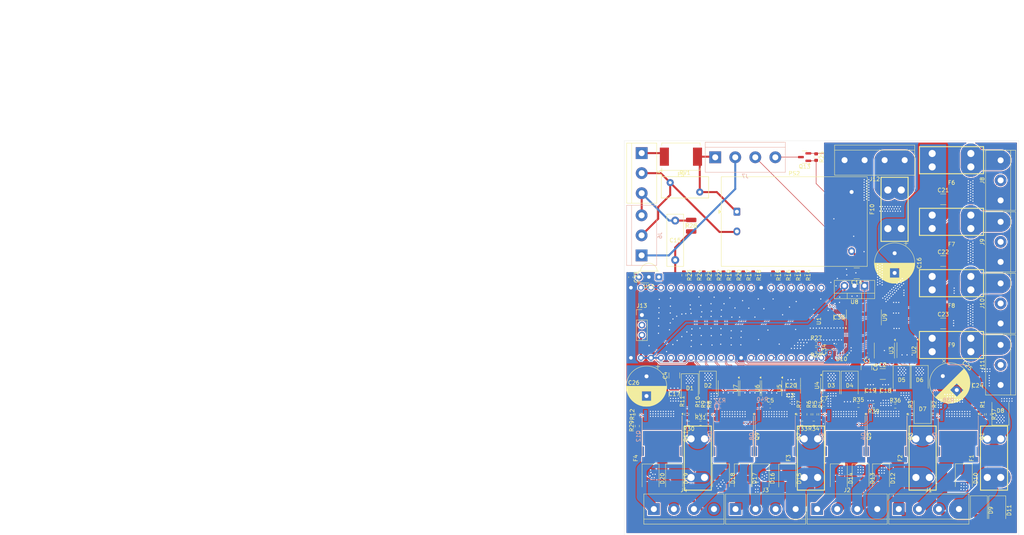
<source format=kicad_pcb>
(kicad_pcb (version 20241229) (generator "pcbnew") (generator_version "9.0")
  (layers (0 "F.Cu" signal) (2 "B.Cu" signal) (13 "F.Paste" user) (15 "B.Paste" user) (5 "F.SilkS" user "F.Silkscreen") (7 "B.SilkS" user "B.Silkscreen") (1 "F.Mask" user) (3 "B.Mask" user) (25 "Edge.Cuts" user))
  (net 0 "")
  (net 1 "+12V")
  (net 2 "GND")
  (net 3 "Earth")
  (net 4 "+24V")
  (net 5 "+3.3V")
  (net 6 "+5V")
  (net 7 "/A1")
  (net 8 "/A2")
  (net 9 "/A3")
  (net 10 "/B1")
  (net 11 "/B2")
  (net 12 "/B3")
  (net 13 "/C1")
  (net 14 "/C2")
  (net 15 "/C3")
  (net 16 "/D1")
  (net 17 "/D2")
  (net 18 "/D3")
  (net 19 "Net-(J5-Pin_1)")
  (net 20 "LINE")
  (net 21 "Net-(J8-Pin_3)")
  (net 22 "Net-(J9-Pin_3)")
  (net 23 "Net-(J10-Pin_3)")
  (net 24 "Net-(J11-Pin_3)")
  (net 25 "Net-(J12-Pin_1)")
  (net 26 "NEUT")
  (net 27 "Net-(J6-Pin_1)")
  (net 28 "/BSS_Drain")
  (net 29 "/ARGB_1")
  (net 30 "/ARGB_2")
  (net 31 "/ARGB_3")
  (net 32 "/ARGB_4")
  (net 33 "Net-(J13-Pin_2)")
  (net 34 "Net-(Q1-G)")
  (net 35 "Net-(Q2-G)")
  (net 36 "Net-(Q3-G)")
  (net 37 "Net-(Q4-G)")
  (net 38 "Net-(Q5-G)")
  (net 39 "Net-(Q6-G)")
  (net 40 "Net-(Q7-G)")
  (net 41 "Net-(Q8-G)")
  (net 42 "Net-(Q9-G)")
  (net 43 "Net-(Q10-G)")
  (net 44 "Net-(Q11-G)")
  (net 45 "Net-(Q12-G)")
  (net 46 "/SSR_on")
  (net 47 "Net-(U2-OUT_A)")
  (net 48 "Net-(U2-OUT_B)")
  (net 49 "Net-(U3-OUT_A)")
  (net 50 "Net-(U3-OUT_B)")
  (net 51 "Net-(U4-OUT_A)")
  (net 52 "Net-(U4-OUT_B)")
  (net 53 "Net-(U5-OUT_A)")
  (net 54 "Net-(U5-OUT_B)")
  (net 55 "Net-(U6-OUT_A)")
  (net 56 "Net-(U6-OUT_B)")
  (net 57 "Net-(U7-OUT_A)")
  (net 58 "Net-(U7-OUT_B)")
  (net 59 "/L_A2")
  (net 60 "/L_A1")
  (net 61 "/L_B1")
  (net 62 "/L_A3")
  (net 63 "/L_B3")
  (net 64 "/L_B2")
  (net 65 "/L_C2")
  (net 66 "/L_C1")
  (net 67 "/L_D1")
  (net 68 "/L_C3")
  (net 69 "/L_D3")
  (net 70 "/L_D2")
  (net 71 "/SCL_BME")
  (net 72 "/SDA_BME")
  (net 73 "/IR_OUT")
  (net 75 "Net-(U1-G15)")
  (net 76 "Net-(U1-G17)")
  (net 84 "Net-(U1-G16)")
  (net 86 "Net-(U1-G18)")
  (net 99 "/A24")
  (net 100 "/B24")
  (net 101 "/C24")
  (net 102 "/D24")
  (footprint "Resistor_SMD:R_0603_1608Metric" (layer "F.Cu") (at 248.675 125.55)
    (property "Reference" "R36")
    (property "Value" "10k")
  )
  (footprint "Capacitor_SMD:C_1210_3225Metric" (layer "F.Cu") (at 234.4 103.075 -90)
    (property "Reference" "C35")
    (property "Value" "10u")
  )
  (footprint "Resistor_SMD:R_0603_1608Metric" (layer "F.Cu") (at 228.295 127.655 90)
    (property "Reference" "R5")
    (property "Value" "12r")
  )
  (footprint "Resistor_SMD:R_0603_1608Metric" (layer "F.Cu") (at 195.065 92.375 -90)
    (property "Reference" "R23")
    (property "Value" "10k")
  )
  (footprint "Diode_SMD:D_SMB" (layer "F.Cu") (at 186.625 143.9 -90)
    (property "Reference" "D20")
    (property "Value" "SS54")
  )
  (footprint "Package_SO:SOIC-8_3.9x4.9mm_P1.27mm" (layer "F.Cu") (at 211.835 121.025 -90)
    (property "Reference" "U6")
    (property "Value" "TC4427xOA")
  )
  (footprint "Diode_SMD:D_SMB" (layer "F.Cu") (at 274.525 151.975 -90)
    (property "Reference" "D11")
    (property "Value" "SS54")
  )
  (footprint "Resistor_SMD:R_0603_1608Metric" (layer "F.Cu") (at 239.325 125.375)
    (property "Reference" "R35")
    (property "Value" "10k")
  )
  (footprint "Capacitor_SMD:C_1210_3225Metric" (layer "F.Cu") (at 269.525 120.35 -90)
    (property "Reference" "C24")
    (property "Value" "10u")
  )
  (footprint "Capacitor_SMD:C_1210_3225Metric" (layer "F.Cu") (at 260.825 88.8)
    (property "Reference" "C22")
    (property "Value" "10u")
  )
  (footprint "Diode_SMD:D_SMB" (layer "F.Cu") (at 239.875 143.875 -90)
    (property "Reference" "D13")
    (property "Value" "SS54")
  )
  (footprint "TerminalBlock:TerminalBlock_bornier-4_P5.08mm" (layer "F.Cu") (at 228.865 151.66)
    (property "Reference" "J2")
    (property "Value" "Screw_Terminal_01x04")
  )
  (footprint "Resistor_SMD:R_0603_1608Metric" (layer "F.Cu") (at 224.295 127.655 90)
    (property "Reference" "R7")
    (property "Value" "12r")
  )
  (footprint "Diode_SMD:D_SMB" (layer "F.Cu") (at 232.425 120.325 -90)
    (property "Reference" "D3")
    (property "Value" "SMBJ24A")
  )
  (footprint "Capacitor_THT:C_Rect_L13.0mm_W4.0mm_P10.00mm_FKS3_FKP3_MKS4" (layer "F.Cu") (at 192.875 78.525 -90)
    (property "Reference" "C15")
    (property "Value" "100n")
  )
  (footprint "Resistor_SMD:R_0603_1608Metric" (layer "F.Cu") (at 225.025 129.875 180)
    (property "Reference" "R33")
    (property "Value" "10k")
  )
  (footprint "Resistor_SMD:R_0603_1608Metric" (layer "F.Cu") (at 226.795 127.655 90)
    (property "Reference" "R6")
    (property "Value" "12r")
  )
  (footprint "lib:Infineon_PG-HSOF-8-1" (layer "F.Cu") (at 235.97 133.215 -90)
    (property "Reference" "Q5")
    (property "Value" "NMOS")
  )
  (footprint "Varistor:RV_Disc_D12mm_W5.4mm_P7.5mm" (layer "F.Cu") (at 199.1 71.3 180)
    (property "Reference" "RV1")
    (property "Value" "14D471K")
  )
  (footprint "Capacitor_THT:CP_Radial_D10.0mm_P5.00mm" (layer "F.Cu") (at 260.717677 117.95 -45)
    (property "Reference" "C25")
    (property "Value" "470u")
  )
  (footprint "Resistor_SMD:R_0603_1608Metric" (layer "F.Cu") (at 220.175 92.375 -90)
    (property "Reference" "R16")
    (property "Value" "10k")
  )
  (footprint "Resistor_SMD:R_0603_1608Metric" (layer "F.Cu") (at 196.325 129.9 180)
    (property "Reference" "R30")
    (property "Value" "10k")
  )
  (footprint "Capacitor_SMD:C_1210_3225Metric" (layer "F.Cu") (at 260.825 104.6)
    (property "Reference" "C23")
    (property "Value" "10u")
  )
  (footprint "Diode_SMD:D_SMB" (layer "F.Cu") (at 237.1 120.35 -90)
    (property "Reference" "D4")
    (property "Value" "SMBJ24A")
  )
  (footprint "Resistor_SMD:R_0603_1608Metric" (layer "F.Cu") (at 207.635 92.375 -90)
    (property "Reference" "R20")
    (property "Value" "10k")
  )
  (footprint "Diode_SMD:D_SMB" (layer "F.Cu") (at 210.025 143.875 -90)
    (property "Reference" "D17")
    (property "Value" "SS54")
  )
  (footprint "Resistor_SMD:R_0603_1608Metric" (layer "F.Cu") (at 202.615 92.375 -90)
    (property "Reference" "R22")
    (property "Value" "10k")
  )
  (footprint "lib:FUSE-TH_4P-L16.0-W6.7" (layer "F.Cu") (at 262.925 63.215 180)
    (property "Reference" "F6")
    (property "Value" "Fuse")
  )
  (footprint "lib:Infineon_PG-HSOF-8-1" (layer "F.Cu") (at 207.645 133.225 -90)
    (property "Reference" "Q9")
    (property "Value" "NMOS")
  )
  (footprint "Capacitor_SMD:C_0603_1608Metric" (layer "F.Cu") (at 216.95 125.55)
    (property "Reference" "C5")
    (property "Value" "100n")
  )
  (footprint "Package_LGA:Bosch_LGA-8_2.5x2.5mm_P0.65mm_ClockwisePinNumbering" (layer "F.Cu") (at 235.05 111.15 180)
    (property "Reference" "U10")
    (property "Value" "BME280")
  )
  (footprint "Diode_SMD:D_SMB" (layer "F.Cu") (at 221.275 143.925 -90)
    (property "Reference" "D15")
    (property "Value" "SS54")
  )
  (footprint "Resistor_SMD:R_1210_3225Metric" (layer "F.Cu") (at 196.925 79.825 90)
    (property "Reference" "R26")
    (property "Value" "1M")
  )
  (footprint "Diode_SMD:D_SMB" (layer "F.Cu") (at 196.575 121.025 -90)
    (property "Reference" "D1")
    (property "Value" "SMBJ24A")
  )
  (footprint "Capacitor_SMD:C_0603_1608Metric" (layer "F.Cu") (at 222.05 124.3)
    (property "Reference" "C3")
    (property "Value" "100n")
  )
  (footprint "lib:FUSE-TH_4P-L16.0-W6.7" (layer "F.Cu") (at 227.275 138.75 90)
    (property "Reference" "F3")
    (property "Value" "Fuse")
  )
  (footprint "Converter_ACDC:Converter_ACDC_Hi-Link_HLK-PMxx" (layer "F.Cu") (at 208.5125 76.275)
    (property "Reference" "PS2")
    (property "Value" "HLK-PM12")
  )
  (footprint "Diode_SMD:D_SMB" (layer "F.Cu") (at 204.475 143.875 -90)
    (property "Reference" "D18")
    (property "Value" "SS54")
  )
  (footprint "Resistor_SMD:R_0603_1608Metric" (layer "F.Cu") (at 228.6 62.425 -90)
    (property "Reference" "R25")
    (property "Value" "10k")
  )
  (footprint "lib:DIP-40_L20.32-W51.66-P2.54-LS15.24" (layer "F.Cu") (at 205.775 104.425 -90)
    (property "Reference" "U1")
    (property "Value" "LCKFB-ESP32S3R8N8")
  )
  (footprint "TerminalBlock:TerminalBlock_bornier-3_P5.08mm" (layer "F.Cu") (at 275.375 104.6 90)
    (property "Reference" "J10")
    (property "Value" "Screw_Terminal_01x03")
  )
  (footprint "TerminalBlock:TerminalBlock_bornier-3_P5.08mm" (layer "F.Cu") (at 275.375 120.2 90)
    (property "Reference" "J11")
    (property "Value" "Screw_Terminal_01x03")
  )
  (footprint "lib:Infineon_PG-HSOF-8-1" (layer "F.Cu") (at 246.57 133.225 -90)
    (property "Reference" "Q3")
    (property "Value" "NMOS")
  )
  (footprint "TerminalBlock:TerminalBlock_bornier-4_P5.08mm" (layer "F.Cu") (at 187.46 151.66)
    (property "Reference" "J4")
    (property "Value" "Screw_Terminal_01x04")
  )
  (footprint "Capacitor_THT:CP_Radial_D10.0mm_P5.00mm" (layer "F.Cu") (at 248.5 86.8 -90)
    (property "Reference" "C16")
    (property "Value" "470u")
  )
  (footprint "TerminalBlock:TerminalBlock_bornier-3_P5.08mm" (layer "F.Cu") (at 275.375 73.4 90)
    (property "Reference" "J8")
    (property "Value" "Screw_Terminal_01x03")
  )
  (footprint "Resistor_SMD:R_0603_1608Metric" (layer "F.Cu") (at 183.275 130.625 90)
    (property "Reference" "R29")
    (property "Value" "10k")
  )
  (footprint "Capacitor_SMD:C_1210_3225Metric" (layer "F.Cu") (at 192.65 117.8 90)
    (property "Reference" "C4")
    (property "Value" "10u")
  )
  (footprint "Resistor_SMD:R_0603_1608Metric" (layer "F.Cu") (at 258.6 127.65 90)
    (property "Reference" "R2")
    (property "Value" "12r")
  )
  (footprint "Resistor_SMD:R_0603_1608Metric" (layer "F.Cu") (at 228.6 111.225 180)
    (property "Reference" "R28")
    (property "Value" "10k")
  )
  (footprint "Connector_PinHeader_2.54mm:PinHeader_1x03_P2.54mm_Vertical" (layer "F.Cu") (at 184.425 102.47)
    (property "Reference" "J13")
    (property "Value" "Conn_01x03")
  )
  (footprint "Resistor_SMD:R_0603_1608Metric" (layer "F.Cu") (at 195.795 127.655 90)
    (property "Reference" "R11")
    (property "Value" "12r")
  )
  (footprint "lib:FUSE-TH_4P-L16.0-W6.7" (layer "F.Cu") (at 273.7 138.75 90)
    (property "Reference" "F1")
    (property "Value" "Fuse")
  )
  (footprint "Capacitor_SMD:C_0603_1608Metric" (layer "F.Cu") (at 230.6 125.1)
    (property "Reference" "C7")
    (property "Value" "100n")
  )
  (footprint "Diode_SMD:D_SMB" (layer "F.Cu") (at 255.6 126.3 90)
    (property "Reference" "D7")
    (property "Value" "SMBJ24A")
  )
  (footprint "Package_SO:SOIC-8_3.9x4.9mm_P1.27mm" (layer "F.Cu") (at 227.2 120.375 -90)
    (property "Reference" "U4")
    (property "Value" "TC4427xOA")
  )
  (footprint "Resistor_SMD:R_0603_1608Metric" (layer "F.Cu") (at 205.125 92.375 -90)
    (property "Reference" "R19")
    (property "Value" "10k")
  )
  (footprint "Diode_SMD:D_SMB" (layer "F.Cu") (at 201.15 120.35 -90)
    (property "Reference" "D2")
    (property "Value" "SMBJ24A")
  )
  (footprint "Capacitor_SMD:C_1210_3225Metric" (layer "F.Cu") (at 222.25 120.325 -90)
    (property "Reference" "C20")
    (property "Value" "10u")
  )
  (footprint "OptoDevice:Vishay_MINICAST-3Pin" (layer "F.Cu") (at 188.74 92.825 180)
    (property "Reference" "U11")
    (property "Value" "TSOP382xx")
  )
  (footprint "Resistor_SMD:R_0603_1608Metric" (layer "F.Cu") (at 229.795 127.655 90)
    (property "Reference" "R4")
    (property "Value" "12r")
  )
  (footprint "TerminalBlock:TerminalBlock_bornier-4_P5.08mm" (layer "F.Cu") (at 208.165 151.66)
    (property "Reference" "J3")
    (property "Value" "Screw_Terminal_01x04")
  )
  (footprint "lib:FUSE-TH_4P-L16.0-W6.7" (layer "F.Cu") (at 248.49 75.67 90)
    (property "Reference" "F10")
    (property "Value" "Fuse")
  )
  (footprint "Capacitor_SMD:C_1210_3225Metric" (layer "F.Cu") (at 192.65 122.5 -90)
    (property "Reference" "C17")
    (property "Value" "10u")
  )
  (footprint "Capacitor_SMD:C_0603_1608Metric" (layer "F.Cu") (at 181.575 92.875 -90)
    (property "Reference" "C33")
    (property "Value" "100n")
  )
  (footprint "Resistor_SMD:R_0603_1608Metric" (layer "F.Cu") (at 228 129.875 180)
    (property "Reference" "R34")
    (property "Value" "10k")
  )
  (footprint "Package_SO:SOIC-14_3.9x8.7mm_P1.27mm" (layer "F.Cu") (at 240.7025 103.075 90)
    (property "Reference" "U9")
    (property "Value" "74AHCT125")
  )
  (footprint "Resistor_SMD:R_0603_1608Metric" (layer "F.Cu") (at 201.545 127.655 90)
    (property "Reference" "R8")
    (property "Value" "12r")
  )
  (footprint "lib:FUSE-TH_4P-L16.0-W6.7" (layer "F.Cu") (at 255.6 138.75 90)
    (property "Reference" "F2")
    (property "Value" "Fuse")
  )
  (footprint "lib:FUSE-TH_4P-L16.0-W6.7" (layer "F.Cu") (at 198.6 138.75 90)
    (property "Reference" "F4")
    (property "Value" "Fuse")
  )
  (footprint "Diode_SMD:D_SMB" (layer "F.Cu") (at 266.05 143.85 -90)
    (property "Reference" "D10")
    (property "Value" "SS54")
  )
  (footprint "Resistor_SMD:R_0603_1608Metric" (layer "F.Cu") (at 200.045 127.655 90)
    (property "Reference" "R9")
    (property "Value" "12r")
  )
  (footprint "Resistor_SMD:R_0603_1608Metric" (layer "F.Cu") (at 272.275 127.65 -90)
    (property "Reference" "R37")
    (property "Value" "10k")
  )
  (footprint "Resistor_SMD:R_0603_1608Metric" (layer "F.Cu") (at 212.655 92.375 -90)
    (property "Reference" "R18")
    (property "Value" "10k")
  )
  (footprint "Resistor_SMD:R_0603_1608Metric" (layer "F.Cu") (at 200.1 92.375 -90)
    (property "Reference" "R21")
    (property "Value" "10k")
  )
  (footprint "Package_SO:SOIC-8_3.9x4.9mm_P1.27mm" (layer "F.Cu") (at 251.66 111.375 -90)
    (property "Reference" "U2")
    (property "Value" "TC4427xOA")
  )
  (footprint "Resistor_SMD:R_0603_1608Metric" (layer "F.Cu") (at 270.795 127.655 90)
    (property "Reference" "R1")
    (property "Value" "12r")
  )
  (footprint "Resistor_SMD:R_0603_1608Metric" (layer "F.Cu") (at 252.6 127.65 90)
    (property "Reference" "R3")
    (property "Value" "12r")
  )
  (footprint "Resistor_SMD:R_0603_1608Metric" (layer "F.Cu") (at 243.175 125.475 180)
    (property "Reference" "R39")
    (property "Value" "10k")
  )
  (footprint "Capacitor_SMD:C_0603_1608Metric" (layer "F.Cu") (at 241.575 112.625 180)
    (property "Reference" "C1")
    (property "Value" "100n")
  )
  (footprint "lib:Infineon_PG-HSOF-8-1" (layer "F.Cu") (at 264.645 133.2 -90)
    (property "Reference" "Q1")
    (property "Value" "NMOS")
  )
  (footprint "Capacitor_SMD:C_1210_3225Metric" (layer "F.Cu") (at 238.9 91.9 180)
    (property "Reference" "C14")
    (property "Value" "10u")
  )
  (footprint "Capacitor_SMD:C_1210_3225Metric" (layer "F.Cu") (at 246.2 121.625 -90)
    (property "Reference" "C18")
    (property "Value" "10u")
  )
  (footprint "Package_SO:SOIC-8_3.9x4.9mm_P1.27mm" (layer "F.Cu") (at 217.335 121.025 -90)
    (property "Reference" "U5")
    (property "Value" "TC4427xOA")
  )
  (footprint "Resistor_SMD:R_0603_1608Metric" (layer "F.Cu") (at 198.545 127.655 90)
    (property "Reference" "R10")
    (property "Value" "12r")
  )
  (footprint "Diode_SMD:D_SMB" (layer "F.Cu") (at 250.275 118.925 -90)
    (property "Reference" "D5")
    (property "Value" "SMBJ24A")
  )
  (footprint "lib:FUSE-TH_4P-L16.0-W6.7" (layer "F.Cu") (at 262.925 78.84 180)
    (property "Reference" "F7")
    (property "Value" "Fuse")
  )
  (footprint "lib:Infineon_PG-HSOF-8-1" (layer "F.Cu") (at 218.245 133.225 -90)
    (property "Reference" "Q7")
    (property "Value" "NMOS")
  )
  (footprint "Package_SO:SOIC-8_3.9x4.9mm_P1.27mm" (layer "F.Cu") (at 206.335 121.025 -90)
    (property "Reference" "U7")
    (property "Value" "TC4427xOA")
  )
  (footprint "Resistor_SMD:R_0603_1608Metric" (layer "F.Cu") (at 217.675 92.375 -90)
    (property "Reference" "R15")
    (property "Value" "10k")
  )
  (footprint "Diode_SMD:D_SMB" (layer "F.Cu") (at 192.575 143.9 -90)
    (property "Reference" "D19")
    (property "Value" "SS54")
  )
  (footprint "Package_TO_SOT_SMD:SOT-23" (layer "F.Cu") (at 225.6875 62.425 180)
    (property "Reference" "Q13")
    (property "Value" "BSS138")
  )
  (footprint "Capacitor_SMD:C_1210_3225Metric" (layer "F.Cu") (at 260.825 73.125)
    (property "Reference" "C21")
    (property "Value" "10u")
  )
  (footprint "lib:FUSE-TH_4P-L16.0-W6.7" (layer "F.Cu") (at 262.925 94.39 180)
    (property "Reference" "F8")
    (property "Value" "Fuse")
  )
  (footprint "Resistor_SMD:R_0603_1608Metric" (layer "F.Cu") (at 183.295 127.655 90)
    (property "Reference" "R12")
    (property "Value" "12r")
  )
  (footprint "Resistor_SMD:R_0603_1608Metric" (layer "F.Cu") (at 228.6 109.725)
    (property "Reference" "R27")
    (property "Value" "10k")
  )
  (footprint "Package_TO_SOT_THT:TO-220-3_Vertical" (layer "F.Cu") (at 240.865 95.05 180)
    (property "Reference" "U8")
    (property "Value" "K7805-1000R3")
  )
  (footprint "TerminalBlock:TerminalBlock_bornier-4_P5.08mm" (layer "F.Cu") (at 251.05 63.2 180)
    (property "Reference" "J12")
    (property "Value" "PSU_OUT")
  )
  (footprint "Resistor_SMD:R_0603_1608Metric" (layer "F.Cu") (at 210.125 92.375 -90)
    (property "Reference" "R17")
    (property "Value" "10k")
  )
  (footprint "Package_SO:SOIC-8_3.9x4.9mm_P1.27mm" (layer "F.Cu") (at 245.91 111.475 -90)
    (property "Reference" "U3")
    (property "Value" "TC4427xOA")
  )
  (footprint "Capacitor_THT:CP_Radial_D10.0mm_P5.00mm" (layer "F.Cu") (at 185.6 118.007323 -90)
    (property "Reference" "C26")
    (property "Value" "470u")
  )
  (footprint "Capacitor_SMD:C_1210_3225Metric" (layer "F.Cu") (at 242.375 121.625 -90)
    (property "Reference" "C19")
    (property "Value" "10u")
  )
  (footprint "Resistor_SMD:R_0603_1608Metric" (layer "F.Cu") (at 222.7 92.375 -90)
    (property "Reference" "R13")
    (property "Value" "10k")
  )
  (footprint "Diode_SMD:D_SMB" (layer "F.Cu") (at 254.85 118.925 -90)
    (property "Reference" "D6")
    (property "Value" "SMBJ24A")
  )
  (footprint "Diode_SMD:D_SMB" (layer "F.Cu") (at 269.875 151.975 -90)
    (property "Reference" "D9")
    (property "Value" "SS54")
  )
  (footprint "Resistor_SMD:R_0603_1608Metric" (layer "F.Cu") (at 199.3 129.875)
    (property "Reference" "R31")
    (property "Value" "10k")
  )
  (footprint "Capacitor_SMD:C_1210_3225Metric" (layer "F.Cu") (at 245.5 117.425)
    (property "Reference" "C2")
    (property "Value" "10u")
  )
  (footprint "Capacitor_SMD:C_0603_1608Metric" (layer "F.Cu") (at 232.0825 111.1975 90)
    (property "Reference" "C34")
    (property "Value" "100n")
  )
  (footprint "Resistor_SMD:R_0603_1608Metric" (layer "F.Cu") (at 197.575 92.375 -90)
    (property "Reference" "R24")
    (property "Value" "10k")
  )
  (footprint "TerminalBlock:TerminalBlock_bornier-4_P5.08mm" (layer "F.Cu") (at 249.56 151.66)
    (property "Reference" "J1")
    (property "Value" "Screw_Terminal_01x04")
  )
  (footprint "TerminalBlock:TerminalBlock_bornier-3_P5.08mm" (layer "F.Cu") (at 275.375 89 90)
    (property "Reference" "J9")
    (property "Value" "Screw_Terminal_01x03")
  )
  (footprint "lib:Infineon_PG-HSOF-8-1" (layer "F.Cu") (at 189.55 133.205 -90)
    (property "Reference" "Q11")
    (property "Value" "NMOS")
  )
  (footprint "TerminalBlock:TerminalBlock_bornier-3_P5.08mm" (layer "F.Cu") (at 184.375 61.42 -90)
    (property "Reference" "J5")
    (property "Value" "Input")
  )
  (footprint "Capacitor_SMD:C_1210_3225Metric" (layer "F.Cu") (at 241.35 115.675 -90)
    (property "Reference" "C6")
    (property "Value" "10u")
  )
  (footprint "Resistor_SMD:R_0603_1608Metric" (layer "F.Cu") (at 225.21 92.375 -90)
    (property "Reference" "R14")
    (property "Value" "10k")
  )
  (footprint "lib:FUSE-TH_4P-L16.0-W6.7" (layer "F.Cu") (at 262.925 110.065 180)
    (property "Reference" "F9")
    (property "Value" "Fuse")
  )
  (footprint "Diode_SMD:D_SMB" (layer "F.Cu") (at 234.35 143.875 -90)
    (property "Reference" "D14")
    (property "Value" "SS54")
  )
  (footprint "Diode_SMD:D_SMB" (layer "F.Cu") (at 214.525 143.875 -90)
    (property "Reference" "D16")
    (property "Value" "SS54")
  )
  (footprint "Diode_SMD:D_SMB" (layer "F.Cu") (at 275.325 126.725 90)
    (property "Reference" "D8")
    (property "Value" "SMBJ24A")
  )
  (footprint "Fuse:Fuse_Bourns_MF-SM_9.5x6.71mm" (layer "F.Cu") (at 194.325 62.325 180)
    (property "Reference" "F5")
    (property "Value" "Fuse")
  )
  (footprint "Diode_SMD:D_SMB" (layer "F.Cu") (at 245.05 143.875 -90)
    (property "Reference" "D12")
    (property "Value" "SS54")
  )
  (footprint "Resistor_SMD:R_0603_1608Metric" (layer "B.Cu") (at 204.25 125.55 180)
    (property "Reference" "R32")
    (property "Value" "10k")
  )
  (footprint "lib:Infineon_PG-HSOF-8-1" (layer "B.Cu") (at 235.97 133.22 -90)
    (property "Reference" "Q6")
    (property "Value" "NMOS")
  )
  (footprint "lib:Infineon_PG-HSOF-8-1" (layer "B.Cu") (at 207.645 133.22 -90)
    (property "Reference" "Q10")
    (property "Value" "NMOS")
  )
  (footprint "lib:Infineon_PG-HSOF-8-1" (layer "B.Cu") (at 189.55 133.195 -90)
    (property "Reference" "Q12")
    (property "Value" "NMOS")
  )
  (footprint "Resistor_SMD:R_0603_1608Metric" (layer "B.Cu") (at 214.975 125.275 180)
    (property "Reference" "R40")
    (property "Value" "10k")
  )
  (footprint "lib:Infineon_PG-HSOF-8-1" (layer "B.Cu") (at 246.575 133.22 -90)
    (property "Reference" "Q4")
    (property "Value" "NMOS")
  )
  (footprint "TerminalBlock:TerminalBlock_bornier-4_P5.08mm" (layer "B.Cu") (at 203.015 62.475)
    (property "Reference" "J7")
    (property "Value" "SSR")
  )
  (footprint "lib:Infineon_PG-HSOF-8-1" (layer "B.Cu") (at 264.645 133.2 -90)
    (property "Reference" "Q2")
    (property "Value" "NMOS")
  )
  (footprint "TerminalBlock:TerminalBlock_bornier-3_P5.08mm" (layer "B.Cu") (at 184.35 87.35 90)
    (property "Reference" "J6")
    (property "Value" "PSU_IN")
  )
  (footprint "Resistor_SMD:R_0603_1608Metric" (layer "B.Cu") (at 262.15 125.5 180)
    (property "Reference" "R38")
    (property "Value" "10k")
  )
  (footprint "lib:Infineon_PG-HSOF-8-1" (layer "B.Cu") (at 218.245 133.225 -90)
    (property "Reference" "Q8")
    (property "Value" "NMOS")
  )
  (gr_rect (start 180 58.25) (end 280 158.25) (stroke (width 0.05)) (fill no) (layer "Edge.Cuts"))
  (segment (start 210.820127 121.572) (end 211.2 121.951873) (width 0.254) (layer "F.Cu") (net 1))
  (segment (start 229.825 125.1) (end 229.825 121.91485) (width 0.254) (layer "F.Cu") (net 1))
  (segment (start 229.45715 121.547) (end 227.48285 121.547) (width 0.254) (layer "F.Cu") (net 1))
  (segment (start 251.025 112.326873) (end 250.645127 111.947) (width 0.254) (layer "F.Cu") (net 1))
  (segment (start 217.788126 120.897) (end 220.4 120.897) (width 0.254) (layer "F.Cu") (net 1))
  (segment (start 250.645127 111.947) (end 246.326127 111.947) (width 0.254) (layer "F.Cu") (net 1))
  (segment (start 230.20485 118.825) (end 230.20485 117.116486) (width 0.254) (layer "F.Cu") (net 1))
  (segment (start 216.7 122.3) (end 216.7 121.985126) (width 0.254) (layer "F.Cu") (net 1))
  (segment (start 226.565 122.46485) (end 230.20485 118.825) (width 0.254) (layer "F.Cu") (net 1))
  (segment (start 241.475 113.5) (end 241.475 114.25) (width 0.508) (layer "F.Cu") (net 1))
  (segment (start 226.565 122.46485) (end 226.565 122.85) (width 0.254) (layer "F.Cu") (net 1))
  (segment (start 220.4 123.425) (end 220.4 120.897) (width 0.254) (layer "F.Cu") (net 1))
  (segment (start 251.025 113.85) (end 251.025 112.326873) (width 0.254) (layer "F.Cu") (net 1))
  (segment (start 244.819999 112.52) (end 242.455 112.52) (width 0.508) (layer "F.Cu") (net 1))
  (segment (start 239.8115 115.9135) (end 241.475 114.25) (width 0.254) (layer "F.Cu") (net 1))
  (segment (start 211.2 121.941873) (end 211.594873 121.547) (width 0.254) (layer "F.Cu") (net 1))
  (segment (start 216.7 121.985126) (end 217.788126 120.897) (width 0.254) (layer "F.Cu") (net 1))
  (segment (start 195.647 120.922) (end 204.670127 120.922) (width 0.254) (layer "F.Cu") (net 1))
  (segment (start 240.375 89.0575) (end 240.375 94.56) (width 0.508) (layer "F.Cu") (net 1))
  (segment (start 216.261874 121.547) (end 216.7 121.985126) (width 0.254) (layer "F.Cu") (net 1))
  (segment (start 245.275 112.975001) (end 244.819999 112.52) (width 0.508) (layer "F.Cu") (net 1))
  (segment (start 245.275 113.95) (end 245.275 112.975001) (width 0.508) (layer "F.Cu") (net 1))
  (segment (start 245.298126 112.975001) (end 245.275 112.975001) (width 0.254) (layer "F.Cu") (net 1))
  (segment (start 226.565 121.875001) (end 226.565 122.85) (width 0.254) (layer "F.Cu") (net 1))
  (segment (start 216.7 122.3) (end 216.7 123.5) (width 0.254) (layer "F.Cu") (net 1))
  (segment (start 211.2 121.951873) (end 211.2 123.5) (width 0.254) (layer "F.Cu") (net 1))
  (segment (start 211.594873 121.547) (end 216.261874 121.547) (width 0.254) (layer "F.Cu") (net 1))
  (segment (start 206.069873 121.572) (end 210.820127 121.572) (width 0.254) (layer "F.Cu") (net 1))
  (segment (start 230.20485 117.116486) (end 231.407836 115.9135) (width 0.254) (layer "F.Cu") (net 1))
  (segment (start 204.670127 120.922) (end 205.7 121.951873) (width 0.254) (layer "F.Cu") (net 1))
  (segment (start 242.455 112.52) (end 241.475 113.5) (width 0.508) (layer "F.Cu") (net 1))
  (segment (start 192.65 119.275) (end 194 119.275) (width 0.254) (layer "F.Cu") (net 1))
  (segment (start 229.825 121.91485) (end 229.45715 121.547) (width 0.254) (layer "F.Cu") (net 1))
  (segment (start 211.2 123.5) (end 211.2 121.941873) (width 0.254) (layer "F.Cu") (net 1))
  (segment (start 236.975 86.275) (end 237.5925 86.275) (width 0.127) (layer "F.Cu") (net 1))
  (segment (start 213.175 62.475) (end 236.975 86.275) (width 0.127) (layer "F.Cu") (net 1))
  (segment (start 205.7 123.5) (end 205.7 121.941873) (width 0.254) (layer "F.Cu") (net 1))
  (segment (start 205.7 121.941873) (end 206.069873 121.572) (width 0.254) (layer "F.Cu") (net 1))
  (segment (start 246.326127 111.947) (end 245.298126 112.975001) (width 0.254) (layer "F.Cu") (net 1))
  (segment (start 245.275 116.175) (end 244.025 117.425) (width 0.508) (layer "F.Cu") (net 1))
  (segment (start 205.7 121.951873) (end 205.7 123.5) (width 0.254) (layer "F.Cu") (net 1))
  (segment (start 245.275 113.95) (end 245.275 116.175) (width 0.508) (layer "F.Cu") (net 1))
  (segment (start 237.5925 86.275) (end 240.375 89.0575) (width 0.508) (layer "F.Cu") (net 1))
  (segment (start 227.48285 121.547) (end 226.565 122.46485) (width 0.254) (layer "F.Cu") (net 1))
  (segment (start 225.586999 120.897) (end 226.565 121.875001) (width 0.254) (layer "F.Cu") (net 1))
  (segment (start 216.175 125.55) (end 216.175 124.025) (width 0.254) (layer "F.Cu") (net 1))
  (segment (start 221.275 124.3) (end 220.4 123.425) (width 0.254) (layer "F.Cu") (net 1))
  (segment (start 231.407836 115.9135) (end 239.8115 115.9135) (width 0.254) (layer "F.Cu") (net 1))
  (segment (start 240.375 94.56) (end 240.865 95.05) (width 0.508) (layer "F.Cu") (net 1))
  (segment (start 194 119.275) (end 195.647 120.922) (width 0.254) (layer "F.Cu") (net 1))
  (segment (start 216.175 124.025) (end 216.7 123.5) (width 0.254) (layer "F.Cu") (net 1))
  (segment (start 220.4 120.897) (end 225.586999 120.897) (width 0.254) (layer "F.Cu") (net 1))
  (via (at 241.475 114.25) (size 0.6) (drill 0.3) (layers "F.Cu" "B.Cu") (net 1))
  (segment (start 240.865 113.64) (end 241.475 114.25) (width 0.508) (layer "B.Cu") (net 1))
  (segment (start 240.865 95.05) (end 240.865 113.64) (width 0.508) (layer "B.Cu") (net 1))
  (segment (start 234.3375 109.5375) (end 235.025 109.5375) (width 0.254) (layer "F.Cu") (net 2))
  (segment (start 234.2 110.25) (end 234.2 110.45) (width 0.254) (layer "F.Cu") (net 2))
  (segment (start 234.275 109.4) (end 234.125 109.55) (width 0.254) (layer "F.Cu") (net 2))
  (segment (start 226.625 61.475) (end 234.085 61.475) (width 0.127) (layer "F.Cu") (net 2))
  (segment (start 235.928 111.597) (end 235.878 111.647) (width 0.254) (layer "F.Cu") (net 2))
  (segment (start 234.125 109.55) (end 234.15 109.575) (width 0.254) (layer "F.Cu") (net 2))
  (segment (start 234.222 110.103) (end 234.222 109.825) (width 0.254) (layer "F.Cu") (net 2))
  (segment (start 234.2 110.125) (end 234.222 110.103) (width 0.254) (layer "F.Cu") (net 2))
  (segment (start 236.025 112.65) (end 236.05 112.675) (width 0.254) (layer "F.Cu") (net 2))
  (segment (start 233.053 113.903) (end 232.6 113.45) (width 0.254) (layer "F.Cu") (net 2))
  (segment (start 234.222 110.428) (end 234.222 109.925) (width 0.254) (layer "F.Cu") (net 2))
  (segment (start 235.878 112.125) (end 235.878 111.372) (width 0.254) (layer "F.Cu") (net 2))
  (segment (start 235.772 112.753) (end 235.575 112.95) (width 0.254) (layer "F.Cu") (net 2))
  (segment (start 230.275 129.875) (end 230.45 130.05) (width 0.254) (layer "F.Cu") (net 2))
  (segment (start 235.951 111.597) (end 235.928 111.597) (width 0.254) (layer "F.Cu") (net 2))
  (segment (start 235.878 111.647) (end 235.878 112.125) (width 0.254) (layer "F.Cu") (net 2))
  (segment (start 234.075 109.8375) (end 234.475 109.4375) (width 0.254) (layer "F.Cu") (net 2))
  (segment (start 224.325 120.15) (end 224.35 120.175) (width 0.254) (layer "F.Cu") (net 2))
  (segment (start 233.9 110.45) (end 234.2 110.45) (width 0.254) (layer "F.Cu") (net 2))
  (segment (start 235.878 112.753) (end 235.772 112.753) (width 0.254) (layer "F.Cu") (net 2))
  (segment (start 235.025 109.4) (end 235.25 109.4) (width 0.254) (layer "F.Cu") (net 2))
  (segment (start 236.025 111.671) (end 235.951 111.597) (width 0.254) (layer "F.Cu") (net 2))
  (segment (start 234.085 61.475) (end 235.81 63.2) (width 0.127) (layer "F.Cu") (net 2))
  (segment (start 235.375 109.1) (end 235.05 108.775) (width 0.254) (layer "F.Cu") (net 2))
  (segment (start 233.9 110.45) (end 233.85 110.4) (width 0.254) (layer "F.Cu") (net 2))
  (segment (start 235.878 112.125) (end 235.878 112.753) (width 0.254) (layer "F.Cu") (net 2))
  (segment (start 216.7 118.55) (end 216.7 119.975) (width 0.254) (layer "F.Cu") (net 2))
  (segment (start 216.7 119.975) (end 216.875 120.15) (width 0.254) (layer "F.Cu") (net 2))
  (segment (start 234.075 110.125) (end 234.2 110.125) (width 0.254) (layer "F.Cu") (net 2))
  (segment (start 235.1 109.4) (end 235.025 109.4) (width 0.254) (layer "F.Cu") (net 2))
  (segment (start 235.375 110.125) (end 235.375 109.675) (width 0.254) (layer "F.Cu") (net 2))
  (segment (start 234.075 110.125) (end 234.075 109.8375) (width 0.254) (layer "F.Cu") (net 2))
  (segment (start 235.375 109.675) (end 235.375 109.525) (width 0.254) (layer "F.Cu") (net 2))
  (segment (start 235.228 109.7405) (end 235.1625 109.675) (width 0.254) (layer "F.Cu") (net 2))
  (segment (start 235.228 109.978) (end 235.228 109.7405) (width 0.254) (layer "F.Cu") (net 2))
  (segment (start 196.925 81.2875) (end 192.875 85.3375) (width 0.508) (layer "F.Cu") (net 2))
  (segment (start 234.475 109.4) (end 235.025 109.4) (width 0.254) (layer "F.Cu") (net 2))
  (segment (start 234.2 110.45) (end 234.222 110.428) (width 0.254) (layer "F.Cu") (net 2))
  (segment (start 235.597 113.903) (end 233.053 113.903) (width 0.254) (layer "F.Cu") (net 2))
  (segment (start 235.1625 109.675) (end 235.375 109.675) (width 0.254) (layer "F.Cu") (net 2))
  (segment (start 216.875 120.15) (end 224.325 120.15) (width 0.254) (layer "F.Cu") (net 2))
  (segment (start 235.975 112.125) (end 235.878 112.125) (width 0.254) (layer "F.Cu") (net 2))
  (segment (start 235.878 111.372) (end 235.95 111.3) (width 0.254) (layer "F.Cu") (net 2))
  (segment (start 234.3 109.575) (end 234.3375 109.5375) (width 0.254) (layer "F.Cu") (net 2))
  (segment (start 182.25 94.325) (end 181.575 93.65) (width 0.254) (layer "F.Cu") (net 2))
  (segment (start 184.7 94.325) (end 182.25 94.325) (width 0.254) (layer "F.Cu") (net 2))
  (segment (start 235.775 113.725) (end 235.597 113.903) (width 0.254) (layer "F.Cu") (net 2))
  (segment (start 235.25 109.4) (end 235.375 109.525) (width 0.254) (layer "F.Cu") (net 2))
  (segment (start 234.475 109.4) (end 234.275 109.4) (width 0.254) (layer "F.Cu") (net 2))
  (segment (start 192.875 88.525) (end 192.875 92.425) (width 0.508) (layer "F.Cu") (net 2))
  (segment (start 192.375 92.925) (end 191.4 92.925) (width 0.508) (layer "F.Cu") (net 2))
  (segment (start 234.075 110.125) (end 234.2 110.25) (width 0.254) (layer "F.Cu") (net 2))
  (segment (start 236.025 112.175) (end 235.975 112.125) (width 0.254) (layer "F.Cu") (net 2))
  (segment (start 235.375 109.525) (end 235.375 109.1) (width 0.254) (layer "F.Cu") (net 2))
  (segment (start 235.375 110.125) (end 235.228 109.978) (width 0.254) (layer "F.Cu") (net 2))
  (segment (start 235.025 109.5375) (end 235.1625 109.675) (width 0.254) (layer "F.Cu") (net 2))
  (segment (start 236.15 111.5) (end 236.15 111.575) (width 0.254) (layer "F.Cu") (net 2))
  (segment (start 186.2 92.825) (end 184.7 94.325) (width 0.254) (layer "F.Cu") (net 2))
  (segment (start 192.875 85.3375) (end 192.875 88.525) (width 0.508) (layer "F.Cu") (net 2))
  (segment (start 236.025 112.175) (end 236.025 112.65) (width 0.254) (layer "F.Cu") (net 2))
  (segment (start 234.475 109.4375) (end 234.475 109.4) (width 0.254) (layer "F.Cu") (net 2))
  (segment (start 235.772 112.753) (end 235.775 112.756) (width 0.254) (layer "F.Cu") (net 2))
  (segment (start 235.95 111.3) (end 236.15 111.5) (width 0.254) (layer "F.Cu") (net 2))
  (segment (start 235.775 112.756) (end 235.775 113.725) (width 0.254) (layer "F.Cu") (net 2))
  (segment (start 235.375 109.675) (end 235.1 109.4) (width 0.254) (layer "F.Cu") (net 2))
  (segment (start 228.825 129.875) (end 230.275 129.875) (width 0.254) (layer "F.Cu") (net 2))
  (segment (start 192.875 92.425) (end 192.375 92.925) (width 0.508) (layer "F.Cu") (net 2))
  (segment (start 234.15 109.575) (end 234.3 109.575) (width 0.254) (layer "F.Cu") (net 2))
  (segment (start 236.025 112.175) (end 236.025 111.671) (width 0.254) (layer "F.Cu") (net 2))
  (via (at 272.65 116.15) (size 0.6) (drill 0.3) (layers "F.Cu" "B.Cu") (net 2))
  (via (at 206.7 126.975) (size 0.6) (drill 0.3) (layers "F.Cu" "B.Cu") (net 2))
  (via (at 267.175 71.025) (size 0.6) (drill 0.3) (layers "F.Cu" "B.Cu") (net 2))
  (via (at 252.1 122.225) (size 0.6) (drill 0.3) (layers "F.Cu" "B.Cu") (net 2))
  (via (at 190.675 111.725) (size 0.6) (drill 0.3) (layers "F.Cu" "B.Cu") (net 2))
  (via (at 187.25 128.15) (size 0.6) (drill 0.3) (layers "F.Cu" "B.Cu") (net 2))
  (via (at 249.525 101.975) (size 0.6) (drill 0.3) (layers "F.Cu" "B.Cu") (net 2))
  (via (at 248.25 99.275) (size 0.6) (drill 0.3) (layers "F.Cu" "B.Cu") (net 2))
  (via (at 240.775 72.7) (size 0.6) (drill 0.3) (layers "F.Cu" "B.Cu") (net 2))
  (via (at 214.025 108.7) (size 0.6) (drill 0.3) (layers "F.Cu" "B.Cu") (net 2))
  (via (at 233.65 95.1) (size 0.6) (drill 0.3) (layers "F.Cu" "B.Cu") (net 2))
  (via (at 241.375 69.8) (size 0.6) (drill 0.3) (layers "F.Cu" "B.Cu") (net 2))
  (via (at 248.9 99.275) (size 0.6) (drill 0.3) (layers "F.Cu" "B.Cu") (net 2))
  (via (at 199.45 102.925) (size 0.6) (drill 0.3) (layers "F.Cu" "B.Cu") (net 2))
  (via (at 265.05 123.9) (size 0.6) (drill 0.3) (layers "F.Cu" "B.Cu") (net 2))
  (via (at 191.8 126.9) (size 0.6) (drill 0.3) (layers "F.Cu" "B.Cu") (net 2))
  (via (at 235.575 126.95) (size 0.6) (drill 0.3) (layers "F.Cu" "B.Cu") (net 2))
  (via (at 249.525 128.15) (size 0.6) (drill 0.3) (layers "F.Cu" "B.Cu") (net 2))
  (via (at 205.4 126.975) (size 0.6) (drill 0.3) (layers "F.Cu" "B.Cu") (net 2))
  (via (at 240.75 86.4) (size 0.6) (drill 0.3) (layers "F.Cu" "B.Cu") (net 2))
  (via (at 245.425 74.975) (size 0.6) (drill 0.3) (layers "F.Cu" "B.Cu") (net 2))
  (via (at 233.15 105.75) (size 0.6) (drill 0.3) (layers "F.Cu" "B.Cu") (net 2))
  (via (at 263.75 124.525) (size 0.6) (drill 0.3) (layers "F.Cu" "B.Cu") (net 2))
  (via (at 250.775 94.525) (size 0.6) (drill 0.3) (layers "F.Cu" "B.Cu") (net 2))
  (via (at 222.325 110.925) (size 0.6) (drill 0.3) (layers "F.Cu" "B.Cu") (net 2))
  (via (at 223.1 122.5) (size 0.6) (drill 0.3) (layers "F.Cu" "B.Cu") (net 2))
  (via (at 267.2 68.425) (size 0.6) (drill 0.3) (layers "F.Cu" "B.Cu") (net 2))
  (via (at 231.65 122.975) (size 0.6) (drill 0.3) (layers "F.Cu" "B.Cu") (net 2))
  (via (at 202.75 123.675) (size 0.6) (drill 0.3) (layers "F.Cu" "B.Cu") (net 2))
  (via (at 248.35 105.875) (size 0.6) (drill 0.3) (layers "F.Cu" "B.Cu") (net 2))
  (via (at 275.65 123.675) (size 0.6) (drill 0.3) (layers "F.Cu" "B.Cu") (net 2))
  (via (at 248.8 95.675) (size 0.6) (drill 0.3) (layers "F.Cu" "B.Cu") (net 2))
  (via (at 266.925 126.925) (size 0.6) (drill 0.3) (layers "F.Cu" "B.Cu") (net 2))
  (via (at 214.55 122.175) (size 0.6) (drill 0.3) (layers "F.Cu" "B.Cu") (net 2))
  (via (at 191.625 101.95) (size 0.6) (drill 0.3) (layers "F.Cu" "B.Cu") (net 2))
  (via (at 196.975 108.95) (size 0.6) (drill 0.3) (layers "F.Cu" "B.Cu") (net 2))
  (via (at 246.95 124.775) (size 0.6) (drill 0.3) (layers "F.Cu" "B.Cu") (net 2))
  (via (at 231.65 122.35) (size 0.6) (drill 0.3) (layers "F.Cu" "B.Cu") (net 2))
  (via (at 192.375 124.275) (size 0.6) (drill 0.3) (layers "F.Cu" "B.Cu") (net 2))
  (via (at 268.35 69.075) (size 0.6) (drill 0.3) (layers "F.Cu" "B.Cu") (net 2))
  (via (at 249.1 94.575) (size 0.6) (drill 0.3) (layers "F.Cu" "B.Cu") (net 2))
  (via (at 249.425 95.875) (size 0.6) (drill 0.3) (layers "F.Cu" "B.Cu") (net 2))
  (via (at 218.6 128.225) (size 0.6) (drill 0.3) (layers "F.Cu" "B.Cu") (net 2))
  (via (at 238.175 127.575) (size 0.6) (drill 0.3) (layers "F.Cu" "B.Cu") (net 2))
  (via (at 218.6 126.975) (size 0.6) (drill 0.3) (layers "F.Cu" "B.Cu") (net 2))
  (via (at 191.15 128.15) (size 0.6) (drill 0.3) (layers "F.Cu" "B.Cu") (net 2))
  (via (at 266.275 127.55) (size 0.6) (drill 0.3) (layers "F.Cu" "B.Cu") (net 2))
  (via (at 187.9 126.9) (size 0.6) (drill 0.3) (layers "F.Cu" "B.Cu") (net 2))
  (via (at 204.475 107.475) (size 0.6) (drill 0.3) (layers "F.Cu" "B.Cu") (net 2))
  (via (at 191.425 106.2) (size 0.6) (drill 0.3) (layers "F.Cu" "B.Cu") (net 2))
  (via (at 241.95 68.8) (size 0.6) (drill 0.3) (layers "F.Cu" "B.Cu") (net 2))
  (via (at 244.175 91.575) (size 0.6) (drill 0.3) (layers "F.Cu" "B.Cu") (net 2))
  (via (at 267.175 72.325) (size 0.6) (drill 0.3) (layers "F.Cu" "B.Cu") (net 2))
  (via (at 263.1 123.9) (size 0.6) (drill 0.3) (layers "F.Cu" "B.Cu") (net 2))
  (via (at 247.05 97.5) (size 0.6) (drill 0.3) (layers "F.Cu" "B.Cu") (net 2))
  (via (at 246.3 124.775) (size 0.6) (drill 0.3) (layers "F.Cu" "B.Cu") (net 2))
  (via (at 247.075 75.55) (size 0.6) (drill 0.3) (layers "F.Cu" "B.Cu") (net 2))
  (via (at 216 126.975) (size 0.6) (drill 0.3) (layers "F.Cu" "B.Cu") (net 2))
  (via (at 202 122.425) (size 0.6) (drill 0.3) (layers "F.Cu" "B.Cu") (net 2))
  (via (at 267.775 71.375) (size 0.6) (drill 0.3) (layers "F.Cu" "B.Cu") (net 2))
  (via (at 209.3 127.6) (size 0.6) (drill 0.3) (layers "F.Cu" "B.Cu") (net 2))
  (via (at 232.4 105.775) (size 0.6) (drill 0.3) (layers "F.Cu" "B.Cu") (net 2))
  (via (at 245.35 92.225) (size 0.6) (drill 0.3) (layers "F.Cu" "B.Cu") (net 2))
  (via (at 241.375 68.5) (size 0.6) (drill 0.3) (layers "F.Cu" "B.Cu") (net 2))
  (via (at 199.35 100.025) (size 0.6) (drill 0.3) (layers "F.Cu" "B.Cu") (net 2))
  (via (at 267.775 70.075) (size 0.6) (drill 0.3) (layers "F.Cu" "B.Cu") (net 2))
  (via (at 202 123.725) (size 0.6) (drill 0.3) (layers "F.Cu" "B.Cu") (net 2))
  (via (at 241.95 68.15) (size 0.6) (drill 0.3) (layers "F.Cu" "B.Cu") (net 2))
  (via (at 227.125 105.8) (size 0.6) (drill 0.3) (layers "F.Cu" "B.Cu") (net 2))
  (via (at 196.9 102.05) (size 0.6) (drill 0.3) (layers "F.Cu" "B.Cu") (net 2))
  (via (at 244.2 89.625) (size 0.6) (drill 0.3) (layers "F.Cu" "B.Cu") (net 2))
  (via (at 236.225 128.2) (size 0.6) (drill 0.3) (layers "F.Cu" "B.Cu") (net 2))
  (via (at 238.675 91.775) (size 0.6) (drill 0.3) (layers "F.Cu" "B.Cu") (net 2))
  (via (at 238.175 126.95) (size 0.6) (drill 0.3) (layers "F.Cu" "B.Cu") (net 2))
  (via (at 241.75 124.175) (size 0.6) (drill 0.3) (layers "F.Cu" "B.Cu") (net 2))
  (via (at 223.4 106.125) (size 0.6) (drill 0.3) (layers "F.Cu" "B.Cu") (net 2))
  (via (at 272.5 119.75) (size 0.6) (drill 0.3) (layers "F.Cu" "B.Cu") (net 2))
  (via (at 267.775 88.225) (size 0.6) (drill 0.3) (layers "F.Cu" "B.Cu") (net 2))
  (via (at 268.35 84.625) (size 0.6) (drill 0.3) (layers "F.Cu" "B.Cu") (net 2))
  (via (at 276.3 124.3) (size 0.6) (drill 0.3) (layers "F.Cu" "B.Cu") (net 2))
  (via (at 233.625 126.95) (size 0.6) (drill 0.3) (layers "F.Cu" "B.Cu") (net 2))
  (via (at 248.025 74.975) (size 0.6) (drill 0.3) (layers "F.Cu" "B.Cu") (net 2))
  (via (at 238.175 128.2) (size 0.6) (drill 0.3) (layers "F.Cu" "B.Cu") (net 2))
  (via (at 221.8 122.5) (size 0.6) (drill 0.3) (layers "F.Cu" "B.Cu") (net 2))
  (via (at 259.625 124.6) (size 0.6) (drill 0.3) (layers "F.Cu" "B.Cu") (net 2))
  (via (at 230.45 130.05) (size 0.6) (drill 0.3) (layers "F.Cu" "B.Cu") (net 2))
  (via (at 245.35 91.575) (size 0.6) (drill 0.3) (layers "F.Cu" "B.Cu") (net 2))
  (via (at 264.325 128.175) (size 0.6) (drill 0.3) (layers "F.Cu" "B.Cu") (net 2))
  (via (at 227.9 105.8) (size 0.6) (drill 0.3) (layers "F.Cu" "B.Cu") (net 2))
  (via (at 244.975 128.15) (size 0.6) (drill 0.3) (layers "F.Cu" "B.Cu") (net 2))
  (via (at 262.525 122.6) (size 0.6) (drill 0.3) (layers "F.Cu" "B.Cu") (net 2))
  (via (at 215.35 126.975) (size 0.6) (drill 0.3) (layers "F.Cu" "B.Cu") (net 2))
  (via (at 193.25 102.775) (size 0.6) (drill 0.3) (layers "F.Cu" "B.Cu") (net 2))
  (via (at 246.6 97.95) (size 0.6) (drill 0.3) (layers "F.Cu" "B.Cu") (net 2))
  (via (at 248.225 126.9) (size 0.6) (drill 0.3) (layers "F.Cu" "B.Cu") (net 2))
  (via (at 245.35 94.175) (size 0.6) (drill 0.3) (layers "F.Cu" "B.Cu") (net 2))
  (via (at 271.35 116.15) (size 0.6) (drill 0.3) (layers "F.Cu" "B.Cu") (net 2))
  (via (at 216 127.6) (size 0.6) (drill 0.3) (layers "F.Cu" "B.Cu") (net 2))
  (via (at 244.975 126.9) (size 0.6) (drill 0.3) (layers "F.Cu" "B.Cu") (net 2))
  (via (at 201.95 99.6) (size 0.6) (drill 0.3) (layers "F.Cu" "B.Cu") (net 2))
  (via (at 234.675 105.75) (size 0.6) (drill 0.3) (layers "F.Cu" "B.Cu") (net 2))
  (via (at 246.15 98.4) (size 0.6) (drill 0.3) (layers "F.Cu" "B.Cu") (net 2))
  (via (at 247.6 124.775) (size 0.6) (drill 0.3) (layers "F.Cu" "B.Cu") (net 2))
  (via (at 252.925 112.575) (size 0.6) (drill 0.3) (layers "F.Cu" "B.Cu") (net 2))
  (via (at 246.075 76.15) (size 0.6) (drill 0.3) (layers "F.Cu" "B.Cu") (net 2))
  (via (at 229.853156 108.784672) (size 0.6) (drill 0.3) (layers "F.Cu" "B.Cu") (net 2))
  (via (at 261.875 122.6) (size 0.6) (drill 0.3) (layers "F.Cu" "B.Cu") (net 2))
  (via (at 267.175 89.175) (size 0.6) (drill 0.3) (layers "F.Cu" "B.Cu") (net 2))
  (via (at 247.375 74.975) (size 0.6) (drill 0.3) (layers "F.Cu" "B.Cu") (net 2))
  (via (at 265.625 126.925) (size 0.6) (drill 0.3) (layers "F.Cu" "B.Cu") (net 2))
  (via (at 248.025 76.15) (size 0.6) (drill 0.3) (layers "F.Cu" "B.Cu") (net 2))
  (via (at 188.55 126.9) (size 0.6) (drill 0.3) (layers "F.Cu" "B.Cu") (net 2))
  (via (at 247.925 96.6) (size 0.6) (drill 0.3) (layers "F.Cu" "B.Cu") (net 2))
  (via (at 246.075 74.975) (size 0.6) (drill 0.3) (layers "F.Cu" "B.Cu") (net 2))
  (via (at 241.95 70.1) (size 0.6) (drill 0.3) (layers "F.Cu" "B.Cu") (net 2))
  (via (at 234.3 108.775) (size 0.6) (drill 0.3) (layers "F.Cu" "B.Cu") (net 2))
  (via (at 233.525 108.775) (size 0.6) (drill 0.3) (layers "F.Cu" "B.Cu") (net 2))
  (via (at 240.775 70.1) (size 0.6) (drill 0.3) (layers "F.Cu" "B.Cu") (net 2))
  (via (at 221.2 128.225) (size 0.6) (drill 0.3) (layers "F.Cu" "B.Cu") (net 2))
  (via (at 232.3 122.35) (size 0.6) (drill 0.3) (layers "F.Cu" "B.Cu") (net 2))
  (via (at 250.385 112.575) (size 0.6) (drill 0.3) (layers "F.Cu" "B.Cu") (net 2))
  (via (at 198.875 97.9) (size 0.6) (drill 0.3) (layers "F.Cu" "B.Cu") (net 2))
  (via (at 244.775 94.525) (size 0.6) (drill 0.3) (layers "F.Cu" "B.Cu") (net 2))
  (via (at 205.4 127.6) (size 0.6) (drill 0.3) (layers "F.Cu" "B.Cu") (net 2))
  (via (at 246.925 128.15) (size 0.6) (drill 0.3) (layers "F.Cu" "B.Cu") (net 2))
  (via (at 245.91 111.475) (size 0.6) (drill 0.3) (layers "F.Cu" "B.Cu") (net 2))
  (via (at 217.95 126.975) (size 0.6) (drill 0.3) (layers "F.Cu" "B.Cu") (net 2))
  (via (at 224.4 108.75) (size 0.6) (drill 0.3) (layers "F.Cu" "B.Cu") (net 2))
  (via (at 248.1 97.25) (size 0.6) (drill 0.3) (layers "F.Cu" "B.Cu") (net 2))
  (via (at 236.375 92.325) (size 0.6) (drill 0.3) (layers "F.Cu" "B.Cu") (net 2))
  (via (at 240.775 72.05) (size 0.6) (drill 0.3) (layers "F.Cu" "B.Cu") (net 2))
  (via (at 246.425 75.55) (size 0.6) (drill 0.3) (layers "F.Cu" "B.Cu") (net 2))
  (via (at 244.775 91.275) (size 0.6) (drill 0.3) (layers "F.Cu" "B.Cu") (net 2))
  (via (at 208.65 128.225) (size 0.6) (drill 0.3) (layers "F.Cu" "B.Cu") (net 2))
  (via (at 251.775 123.4) (size 0.6) (drill 0.3) (layers "F.Cu" "B.Cu") (net 2))
  (via (at 234.925 126.95) (size 0.6) (drill 0.3) (layers "F.Cu" "B.Cu") (net 2))
  (via (at 189.85 126.9) (size 0.6) (drill 0.3) (layers "F.Cu" "B.Cu") (net 2))
  (via (at 267.775 84.325) (size 0.6) (drill 0.3) (layers "F.Cu" "B.Cu") (net 2))
  (via (at 194.55 107.95) (size 0.6) (drill 0.3) (layers "F.Cu" "B.Cu") (net 2))
  (via (at 204.75 127.6) (size 0.6) (drill 0.3) (layers "F.Cu" "B.Cu") (net 2))
  (via (at 216.65 128.225) (size 0.6) (drill 0.3) (layers "F.Cu" "B.Cu") (net 2))
  (via (at 223.1 125.075) (size 0.6) (drill 0.3) (layers "F.Cu" "B.Cu") (net 2))
  (via (at 276.95 124.3) (size 0.6) (drill 0.3) (layers "F.Cu" "B.Cu") (net 2))
  (via (at 240.775 68.8) (size 0.6) (drill 0.3) (layers "F.Cu" "B.Cu") (net 2))
  (via (at 266.275 128.175) (size 0.6) (drill 0.3) (layers "F.Cu" "B.Cu") (net 2))
  (via (at 264.4 123.9) (size 0.6) (drill 0.3) (layers "F.Cu" "B.Cu") (net 2))
  (via (at 263.45 103.875) (size 0.6) (drill 0.3) (layers "F.Cu" "B.Cu") (net 2))
  (via (at 262.375 127.55) (size 0.6) (drill 0.3) (layers "F.Cu" "B.Cu") (net 2))
  (via (at 272.65 116.775) (size 0.6) (drill 0.3) (layers "F.Cu" "B.Cu") (net 2))
  (via (at 245.5 98.175) (size 0.6) (drill 0.3) (layers "F.Cu" "B.Cu") (net 2))
  (via (at 268.325 101.75) (size 0.6) (drill 0.3) (layers "F.Cu" "B.Cu") (net 2))
  (via (at 233.6 122.975) (size 0.6) (drill 0.3) (layers "F.Cu" "B.Cu") (net 2))
  (via (at 188.85 98.5) (size 0.6) (drill 0.3) (layers "F.Cu" "B.Cu") (net 2))
  (via (at 263.6 96.95) (size 0.6) (drill 0.3) (layers "F.Cu" "B.Cu") (net 2))
  (via (at 262.525 123.225) (size 0.6) (drill 0.3) (layers "F.Cu" "B.Cu") (net 2))
  (via (at 231.275 108.8) (size 0.6) (drill 0.3) (layers "F.Cu" "B.Cu") (net 2))
  (via (at 236.875 128.2) (size 0.6) (drill 0.3) (layers "F.Cu" "B.Cu") (net 2))
  (via (at 247.325 96.4) (size 0.6) (drill 0.3) (layers "F.Cu" "B.Cu") (net 2))
  (via (at 248.65 95.025) (size 0.6) (drill 0.3) (layers "F.Cu" "B.Cu") (net 2))
  (via (at 237.475 111.525) (size 0.6) (drill 0.3) (layers "F.Cu" "B.Cu") (net 2))
  (via (at 249.975 76.15) (size 0.6) (drill 0.3) (layers "F.Cu" "B.Cu") (net 2))
  (via (at 245.625 126.9) (size 0.6) (drill 0.3) (layers "F.Cu" "B.Cu") (net 2))
  (via (at 268.35 87.875) (size 0.6) (drill 0.3) (layers "F.Cu" "B.Cu") (net 2))
  (via (at 260.25 125.25) (size 0.6) (drill 0.3) (layers "F.Cu" "B.Cu") (net 2))
  (via (at 263.175 122.6) (size 0.6) (drill 0.3) (layers "F.Cu" "B.Cu") (net 2))
  (via (at 261.725 127.55) (size 0.6) (drill 0.3) (layers "F.Cu" "B.Cu") (net 2))
  (via (at 244.775 90.625) (size 0.6) (drill 0.3) (layers "F.Cu" "B.Cu") (net 2))
  (via (at 247.775 95.95) (size 0.6) (drill 0.3) (layers "F.Cu" "B.Cu") (net 2))
  (via (at 223.85 110.925) (size 0.6) (drill 0.3) (layers "F.Cu" "B.Cu") (net 2))
  (via (at 268.35 72.325) (size 0.6) (drill 0.3) (layers "F.Cu" "B.Cu") (net 2))
  (via (at 252.15 123.925) (size 0.6) (drill 0.3) (layers "F.Cu" "B.Cu") (net 2))
  (via (at 265.05 124.525) (size 0.6) (drill 0.3) (layers "F.Cu" "B.Cu") (net 2))
  (via (at 264.325 127.55) (size 0.6) (drill 0.3) (layers "F.Cu" "B.Cu") (net 2))
  (via (at 199.6 101.65) (size 0.6) (drill 0.3) (layers "F.Cu" "B.Cu") (net 2))
  (via (at 249.975 74.975) (size 0.6) (drill 0.3) (layers "F.Cu" "B.Cu") (net 2))
  (via (at 207.35 128.225) (size 0.6) (drill 0.3) (layers "F.Cu" "B.Cu") (net 2))
  (via (at 233.375 99.55) (size 0.6) (drill 0.3) (layers "F.Cu" "B.Cu") (net 2))
  (via (at 247.575 126.9) (size 0.6) (drill 0.3) (layers "F.Cu" "B.Cu") (net 2))
  (via (at 263.6 95.65) (size 0.6) (drill 0.3) (layers "F.Cu" "B.Cu") (net 2))
  (via (at 224.725 109.475) (size 0.6) (drill 0.3) (layers "F.Cu" "B.Cu") (net 2))
  (via (at 263.825 123.225) (size 0.6) (drill 0.3) (layers "F.Cu" "B.Cu") (net 2))
  (via (at 216.065 122.238253) (size 0.6) (drill 0.3) (layers "F.Cu" "B.Cu") (net 2))
  (via (at 245.35 89.625) (size 0.6) (drill 0.3) (layers "F.Cu" "B.Cu") (net 2))
  (via (at 223.1 123.125) (size 0.6) (drill 0.3) (layers "F.Cu" "B.Cu") (net 2))
  (via (at 267.775 88.875) (size 0.6) (drill 0.3) (layers "F.Cu" "B.Cu") (net 2))
  (via (at 238.825 127.575) (size 0.6) (drill 0.3) (layers "F.Cu" "B.Cu") (net 2))
  (via (at 208.025 100.675) (size 0.6) (drill 0.3) (layers "F.Cu" "B.Cu") (net 2))
  (via (at 232.95 122.35) (size 0.6) (drill 0.3) (layers "F.Cu" "B.Cu") (net 2))
  (via (at 237.7 97.7) (size 0.6) (drill 0.3) (layers "F.Cu" "B.Cu") (net 2))
  (via (at 206.725 98.125) (size 0.6) (drill 0.3) (layers "F.Cu" "B.Cu") (net 2))
  (via (at 245.65 125.4) (size 0.6) (drill 0.3) (layers "F.Cu" "B.Cu") (net 2))
  (via (at 267.75 104.7) (size 0.6) (drill 0.3) (layers "F.Cu" "B.Cu") (net 2))
  (via (at 191.675 98.175) (size 0.6) (drill 0.3) (layers "F.Cu" "B.Cu") (net 2))
  (via (at 231.625 105.775) (size 0.6) (drill 0.3) (layers "F.Cu" "B.Cu") (net 2))
  (via (at 236.225 126.95) (size 0.6) (drill 0.3) (layers "F.Cu" "B.Cu") (net 2))
  (via (at 260.25 124.6) (size 0.6) (drill 0.3) (layers "F.Cu" "B.Cu") (net 2))
  (via (at 191.8 128.15) (size 0.6) (drill 0.3) (layers "F.Cu" "B.Cu") (net 2))
  (via (at 267.775 86.925) (size 0.6) (drill 0.3) (layers "F.Cu" "B.Cu") (net 2))
  (via (at 232.275 124.325) (size 0.6) (drill 0.3) (layers "F.Cu" "B.Cu") (net 2))
  (via (at 247.475 97.05) (size 0.6) (drill 0.3) (layers "F.Cu" "B.Cu") (net 2))
  (via (at 245.65 124.775) (size 0.6) (drill 0.3) (layers "F.Cu" "B.Cu") (net 2))
  (via (at 188.675 103.3) (size 0.6) (drill 0.3) (layers "F.Cu" "B.Cu") (net 2))
  (via (at 186.6 128.15) (size 0.6) (drill 0.3) (layers "F.Cu" "B.Cu") (net 2))
  (via (at 240.775 70.75) (size 0.6) (drill 0.3) (layers "F.Cu" "B.Cu") (net 2))
  (via (at 233.2 109.7) (size 0.6) (drill 0.3) (layers "F.Cu" "B.Cu") (net 2))
  (via (at 238.825 126.95) (size 0.6) (drill 0.3) (layers "F.Cu" "B.Cu") (net 2))
  (via (at 245.6 124.1) (size 0.6) (drill 0.3) (layers "F.Cu" "B.Cu") (net 2))
  (via (at 272.5 117.8) (size 0.6) (drill 0.3) (layers "F.Cu" "B.Cu") (net 2))
  (via (at 223.125 110.2) (size 0.6) (drill 0.3) (layers "F.Cu" "B.Cu") (net 2))
  (via (at 221.8 123.125) (size 0.6) (drill 0.3) (layers "F.Cu" "B.Cu") (net 2))
  (via (at 276.95 123.675) (size 0.6) (drill 0.3) (layers "F.Cu" "B.Cu") (net 2))
  (via (at 209.95 128.225) (size 0.6) (drill 0.3) (layers "F.Cu" "B.Cu") (net 2))
  (via (at 206.05 128.225) (size 0.6) (drill 0.3) (layers "F.Cu" "B.Cu") (net 2))
  (via (at 245.35 92.875) (size 0.6) (drill 0.3) (layers "F.Cu" "B.Cu") (net 2))
  (via (at 196.75 100.95) (size 0.6) (drill 0.3) (layers "F.Cu" "B.Cu") (net 2))
  (via (at 268.35 70.375) (size 0.6) (drill 0.3) (layers "F.Cu" "B.Cu") (net 2))
  (via (at 217.95 128.225) (size 0.6) (drill 0.3) (layers "F.Cu" "B.Cu") (net 2))
  (via (at 244.775 74.975) (size 0.6) (drill 0.3) (layers "F.Cu" "B.Cu") (net 2))
  (via (at 202.75 97.95) (size 0.6) (drill 0.3) (layers "F.Cu" "B.Cu") (net 2))
  (via (at 267.775 70.725) (size 0.6) (drill 0.3) (layers "F.Cu" "B.Cu") (net 2))
  (via (at 268.325 103.7) (size 0.6) (drill 0.3) (layers "F.Cu" "B.Cu") (net 2))
  (via (at 266.925 128.175) (size 0.6) (drill 0.3) (layers "F.Cu" "B.Cu") (net 2))
  (via (at 246.925 126.9) (size 0.6) (drill 0.3) (layers "F.Cu" "B.Cu") (net 2))
  (via (at 267.775 72.675) (size 0.6) (drill 0.3) (layers "F.Cu" "B.Cu") (net 2))
  (via (at 248.975 96.325) (size 0.6) (drill 0.3) (layers "F.Cu" "B.Cu") (net 2))
  (via (at 246.95 125.4) (size 0.6) (drill 0.3) (layers "F.Cu" "B.Cu") (net 2))
  (via (at 247.375 76.15) (size 0.6) (drill 0.3) (layers "F.Cu" "B.Cu") (net 2))
  (via (at 207.075 110.05) (size 0.6) (drill 0.3) (layers "F.Cu" "B.Cu") (net 2))
  (via (at 231.65 123.675) (size 0.6) (drill 0.3) (layers "F.Cu" "B.Cu") (net 2))
  (via (at 202 123.075) (size 0.6) (drill 0.3) (layers "F.Cu" "B.Cu") (net 2))
  (via (at 210.56 122.2) (size 0.6) (drill 0.3) (layers "F.Cu" "B.Cu") (net 2))
  (via (at 263.675 126.925) (size 0.6) (drill 0.3) (layers "F.Cu" "B.Cu") (net 2))
  (via (at 267.175 85.925) (size 0.6) (drill 0.3) (layers "F.Cu" "B.Cu") (net 2))
  (via (at 268.35 73.625) (size 0.6) (drill 0.3) (layers "F.Cu" "B.Cu") (net 2))
  (via (at 272.5 118.45) (size 0.6) (drill 0.3) (layers "F.Cu" "B.Cu") (net 2))
  (via (at 249 105.875) (size 0.6) (drill 0.3) (layers "F.Cu" "B.Cu") (net 2))
  (via (at 233.1 78.075) (size 0.6) (drill 0.3) (layers "F.Cu" "B.Cu") (net 2))
  (via (at 235.05 108.775) (size 0.6) (drill 0.3) (layers "F.Cu" "B.Cu") (net 2))
  (via (at 261.725 126.925) (size 0.6) (drill 0.3) (layers "F.Cu" "B.Cu") (net 2))
  (via (at 267.15 103.7) (size 0.6) (drill 0.3) (layers "F.Cu" "B.Cu") (net 2))
  (via (at 263.025 128.175) (size 0.6) (drill 0.3) (layers "F.Cu" "B.Cu") (net 2))
  (via (at 232.275 124.975) (size 0.6) (drill 0.3) (layers "F.Cu" "B.Cu") (net 2))
  (via (at 260.25 125.9) (size 0.6) (drill 0.3) (layers "F.Cu" "B.Cu") (net 2))
  (via (at 249.325 74.975) (size 0.6) (drill 0.3) (layers "F.Cu" "B.Cu") (net 2))
  (via (at 246.725 74.975) (size 0.6) (drill 0.3) (layers "F.Cu" "B.Cu") (net 2))
  (via (at 215.35 128.225) (size 0.6) (drill 0.3) (layers "F.Cu" "B.Cu") (net 2))
  (via (at 241.95 71.4) (size 0.6) (drill 0.3) (layers "F.Cu" "B.Cu") (net 2))
  (via (at 248.875 101.975) (size 0.6) (drill 0.3) (layers "F.Cu" "B.Cu") (net 2))
  (via (at 238.075 124.45) (size 0.6) (drill 0.3) (layers "F.Cu" "B.Cu") (net 2))
  (via (at 186.6 127.525) (size 0.6) (drill 0.3) (layers "F.Cu" "B.Cu") (net 2))
  (via (at 250.85 96.825) (size 0.6) (drill 0.3) (layers "F.Cu" "B.Cu") (net 2))
  (via (at 268.325 104.35) (size 0.6) (drill 0.3) (layers "F.Cu" "B.Cu") (net 2))
  (via (at 250 93.675) (size 0.6) (drill 0.3) (layers "F.Cu" "B.Cu") (net 2))
  (via (at 190.5 128.15) (size 0.6) (drill 0.3) (layers "F.Cu" "B.Cu") (net 2))
  (via (at 193.65 123.625) (size 0.6) (drill 0.3) (layers "F.Cu" "B.Cu") (net 2))
  (via (at 249.875 95.425) (size 0.6) (drill 0.3) (layers "F.Cu" "B.Cu") (net 2))
  (via (at 267.175 72.975) (size 0.6) (drill 0.3) (layers "F.Cu" "B.Cu") (net 2))
  (via (at 209.5 110.025) (size 0.6) (drill 0.3) (layers "F.Cu" "B.Cu") (net 2))
  (via (at 265.625 128.175) (size 0.6) (drill 0.3) (layers "F.Cu" "B.Cu") (net 2))
  (via (at 196.675 99.925) (size 0.6) (drill 0.3) (layers "F.Cu" "B.Cu") (net 2))
  (via (at 207.075 106.45) (size 0.6) (drill 0.3) (layers "F.Cu" "B.Cu") (net 2))
  (via (at 189.85 128.15) (size 0.6) (drill 0.3) (layers "F.Cu" "B.Cu") (net 2))
  (via (at 248.55 96.8) (size 0.6) (drill 0.3) (layers "F.Cu" "B.Cu") (net 2))
  (via (at 223.9 110.2) (size 0.6) (drill 0.3) (layers "F.Cu" "B.Cu") (net 2))
  (via (at 216.65 127.6) (size 0.6) (drill 0.3) (layers "F.Cu" "B.Cu") (net 2))
  (via (at 187.9 127.525) (size 0.6) (drill 0.3) (layers "F.Cu" "B.Cu") (net 2))
  (via (at 232.275 123.675) (size 0.6) (drill 0.3) (layers "F.Cu" "B.Cu") (net 2))
  (via (at 191.15 127.525) (size 0.6) (drill 0.3) (layers "F.Cu" "B.Cu") (net 2))
  (via (at 196.925 110.45) (size 0.6) (drill 0.3) (layers "F.Cu" "B.Cu") (net 2))
  (via (at 267.775 69.425) (size 0.6) (drill 0.3) (layers "F.Cu" "B.Cu") (net 2))
  (via (at 248.225 127.525) (size 0.6) (drill 0.3) (layers "F.Cu" "B.Cu") (net 2))
  (via (at 231.65 125.625) (size 0.6) (drill 0.3) (layers "F.Cu" "B.Cu") (net 2))
  (via (at 232.975 127.575) (size 0.6) (drill 0.3) (layers "F.Cu" "B.Cu") (net 2))
  (via (at 208.65 127.6) (size 0.6) (drill 0.3) (layers "F.Cu" "B.Cu") (net 2))
  (via (at 267.175 69.725) (size 0.6) (drill 0.3) (layers "F.Cu" "B.Cu") (net 2))
  (via (at 251.125 123.4) (size 0.6) (drill 0.3) (layers "F.Cu" "B.Cu") (net 2))
  (via (at 189.2 127.525) (size 0.6) (drill 0.3) (layers "F.Cu" "B.Cu") (net 2))
  (via (at 192.35 123.625) (size 0.6) (drill 0.3) (layers "F.Cu" "B.Cu") (net 2))
  (via (at 223.1 124.425) (size 0.6) (drill 0.3) (layers "F.Cu" "B.Cu") (net 2))
  (via (at 199.475 107.675) (size 0.6) (drill 0.3) (layers "F.Cu" "B.Cu") (net 2))
  (via (at 206.05 127.6) (size 0.6) (drill 0.3) (layers "F.Cu" "B.Cu") (net 2))
  (via (at 250.15 122.85) (size 0.6) (drill 0.3) (layers "F.Cu" "B.Cu") (net 2))
  (via (at 222.45 123.125) (size 0.6) (drill 0.3) (layers "F.Cu" "B.Cu") (net 2))
  (via (at 236.875 126.95) (size 0.6) (drill 0.3) (layers "F.Cu" "B.Cu") (net 2))
  (via (at 259.625 125.9) (size 0.6) (drill 0.3) (layers "F.Cu" "B.Cu") (net 2))
  (via (at 242.4 124.175) (size 0.6) (drill 0.3) (layers "F.Cu" "B.Cu") (net 2))
  (via (at 250.8 122.85) (size 0.6) (drill 0.3) (layers "F.Cu" "B.Cu") (net 2))
  (via (at 244.775 89.975) (size 0.6) (drill 0.3) (layers "F.Cu" "B.Cu") (net 2))
  (via (at 248.875 126.9) (size 0.6) (drill 0.3) (layers "F.Cu" "B.Cu") (net 2))
  (via (at 267.175 84.625) (size 0.6) (drill 0.3) (layers "F.Cu" "B.Cu") (net 2))
  (via (at 259.625 123.95) (size 0.6) (drill 0.3) (layers "F.Cu" "B.Cu") (net 2))
  (via (at 250.8 122.225) (size 0.6) (drill 0.3) (layers "F.Cu" "B.Cu") (net 2))
  (via (at 246.9 96.85) (size 0.6) (drill 0.3) (layers "F.Cu" "B.Cu") (net 2))
  (via (at 237.525 126.95) (size 0.6) (drill 0.3) (layers "F.Cu" "B.Cu") (net 2))
  (via (at 209.95 126.975) (size 0.6) (drill 0.3) (layers "F.Cu" "B.Cu") (net 2))
  (via (at 268.35 71.025) (size 0.6) (drill 0.3) (layers "F.Cu" "B.Cu") (net 2))
  (via (at 267.775 85.625) (size 0.6) (drill 0.3) (layers "F.Cu" "B.Cu") (net 2))
  (via (at 237.475 110.775) (size 0.6) (drill 0.3) (layers "F.Cu" "B.Cu") (net 2))
  (via (at 209.2 103) (size 0.6) (drill 0.3) (layers "F.Cu" "B.Cu") (net 2))
  (via (at 244.325 126.9) (size 0.6) (drill 0.3) (layers "F.Cu" "B.Cu") (net 2))
  (via (at 208 127.6) (size 0.6) (drill 0.3) (layers "F.Cu" "B.Cu") (net 2))
  (via (at 267.75 103.4) (size 0.6) (drill 0.3) (layers "F.Cu" "B.Cu") (net 2))
  (via (at 241.375 71.1) (size 0.6) (drill 0.3) (layers "F.Cu" "B.Cu") (net 2))
  (via (at 234.275 128.2) (size 0.6) (drill 0.3) (layers "F.Cu" "B.Cu") (net 2))
  (via (at 191.65 100.225) (size 0.6) (drill 0.3) (layers "F.Cu" "B.Cu") (net 2))
  (via (at 251.875 124.55) (size 0.6) (drill 0.3) (layers "F.Cu" "B.Cu") (net 2))
  (via (at 275.65 124.3) (size 0.6) (drill 0.3) (layers "F.Cu" "B.Cu") (net 2))
  (via (at 241.375 70.45) (size 0.6) (drill 0.3) (layers "F.Cu" "B.Cu") (net 2))
  (via (at 244.175 90.925) (size 0.6) (drill 0.3) (layers "F.Cu" "B.Cu") (net 2))
  (via (at 221.85 100.45) (size 0.6) (drill 0.3) (layers "F.Cu" "B.Cu") (net 2))
  (via (at 268.35 86.575) (size 0.6) (drill 0.3) (layers "F.Cu" "B.Cu") (net 2))
  (via (at 233.925 105.75) (size 0.6) (drill 0.3) (layers "F.Cu" "B.Cu") (net 2))
  (via (at 264.975 128.175) (size 0.6) (drill 0.3) (layers "F.Cu" "B.Cu") (net 2))
  (via (at 207.35 127.6) (size 0.6) (drill 0.3) (layers "F.Cu" "B.Cu") (net 2))
  (via (at 204.6 101.2) (size 0.6) (drill 0.3) (layers "F.Cu" "B.Cu") (net 2))
  (via (at 224.65 110.2) (size 0.6) (drill 0.3) (layers "F.Cu" "B.Cu") (net 2))
  (via (at 226.25 109.475) (size 0.6) (drill 0.3) (layers "F.Cu" "B.Cu") (net 2))
  (via (at 189.2 128.15) (size 0.6) (drill 0.3) (layers "F.Cu" "B.Cu") (net 2))
  (via (at 205.25 99.6) (size 0.6) (drill 0.3) (layers "F.Cu" "B.Cu") (net 2))
  (via (at 250.15 122.225) (size 0.6) (drill 0.3) (layers "F.Cu" "B.Cu") (net 2))
  (via (at 267.775 73.325) (size 0.6) (drill 0.3) (layers "F.Cu" "B.Cu") (net 2))
  (via (at 188.55 128.15) (size 0.6) (drill 0.3) (layers "F.Cu" "B.Cu") (net 2))
  (via (at 206.7 128.225) (size 0.6) (drill 0.3) (layers "F.Cu" "B.Cu") (net 2))
  (via (at 234.275 126.95) (size 0.6) (drill 0.3) (layers "F.Cu" "B.Cu") (net 2))
  (via (at 226.7 108.75) (size 0.6) (drill 0.3) (layers "F.Cu" "B.Cu") (net 2))
  (via (at 217.3 126.975) (size 0.6) (drill 0.3) (layers "F.Cu" "B.Cu") (net 2))
  (via (at 241.95 72.7) (size 0.6) (drill 0.3) (layers "F.Cu" "B.Cu") (net 2))
  (via (at 189.85 127.525) (size 0.6) (drill 0.3) (layers "F.Cu" "B.Cu") (net 2))
  (via (at 248.225 95.5) (size 0.6) (drill 0.3) (layers "F.Cu" "B.Cu") (net 2))
  (via (at 267.175 86.575) (size 0.6) (drill 0.3) (layers "F.Cu" "B.Cu") (net 2))
  (via (at 244.175 92.225) (size 0.6) (drill 0.3) (layers "F.Cu" "B.Cu") (net 2))
  (via (at 209.625 106.575) (size 0.6) (drill 0.3) (layers "F.Cu" "B.Cu") (net 2))
  (via (at 268.35 85.925) (size 0.6) (drill 0.3) (layers "F.Cu" "B.Cu") (net 2))
  (via (at 250.325 94.975) (size 0.6) (drill 0.3) (layers "F.Cu" "B.Cu") (net 2))
  (via (at 236.975 112.1) (size 0.6) (drill 0.3) (layers "F.Cu" "B.Cu") (net 2))
  (via (at 204.75 126.975) (size 0.6) (drill 0.3) (layers "F.Cu" "B.Cu") (net 2))
  (via (at 267.175 71.675) (size 0.6) (drill 0.3) (layers "F.Cu" "B.Cu") (net 2))
  (via (at 209.95 98.825) (size 0.6) (drill 0.3) (layers "F.Cu" "B.Cu") (net 2))
  (via (at 249.7 94.775) (size 0.6) (drill 0.3) (layers "F.Cu" "B.Cu") (net 2))
  (via (at 245.35 90.925) (size 0.6) (drill 0.3) (layers "F.Cu" "B.Cu") (net 2))
  (via (at 238.125 82.5) (size 0.6) (drill 0.3) (layers "F.Cu" "B.Cu") (net 2))
  (via (at 193.375 108.925) (size 0.6) (drill 0.3) (layers "F.Cu" "B.Cu") (net 2))
  (via (at 202.025 107.7) (size 0.6) (drill 0.3) (layers "F.Cu" "B.Cu") (net 2))
  (via (at 204.4 109.875) (size 0.6) (drill 0.3) (layers "F.Cu" "B.Cu") (net 2))
  (via (at 267.575 128.175) (size 0.6) (drill 0.3) (layers "F.Cu" "B.Cu") (net 2))
  (via (at 231.65 124.975) (size 0.6) (drill 0.3) (layers "F.Cu" "B.Cu") (net 2))
  (via (at 229.775 98.4) (size 0.6) (drill 0.3) (layers "F.Cu" "B.Cu") (net 2))
  (via (at 240.775 69.45) (size 0.6) (drill 0.3) (layers "F.Cu" "B.Cu") (net 2))
  (via (at 236.875 127.575) (size 0.6) (drill 0.3) (layers "F.Cu" "B.Cu") (net 2))
  (via (at 232.3 122.975) (size 0.6) (drill 0.3) (layers "F.Cu" "B.Cu") (net 2))
  (via (at 207.05 108.275) (size 0.6) (drill 0.3) (layers "F.Cu" "B.Cu") (net 2))
  (via (at 219.9 127.6) (size 0.6) (drill 0.3) (layers "F.Cu" "B.Cu") (net 2))
  (via (at 268.35 89.175) (size 0.6) (drill 0.3) (layers "F.Cu" "B.Cu") (net 2))
  (via (at 267.175 88.525) (size 0.6) (drill 0.3) (layers "F.Cu" "B.Cu") (net 2))
  (via (at 267.175 87.875) (size 0.6) (drill 0.3) (layers "F.Cu" "B.Cu") (net 2))
  (via (at 263.1 124.525) (size 0.6) (drill 0.3) (layers "F.Cu" "B.Cu") (net 2))
  (via (at 216.65 126.975) (size 0.6) (drill 0.3) (layers "F.Cu" "B.Cu") (net 2))
  (via (at 223.95 109.475) (size 0.6) (drill 0.3) (layers "F.Cu" "B.Cu") (net 2))
  (via (at 263.75 123.9) (size 0.6) (drill 0.3) (layers "F.Cu" "B.Cu") (net 2))
  (via (at 217.3 127.6) (size 0.6) (drill 0.3) (layers "F.Cu" "B.Cu") (net 2))
  (via (at 248.225 128.15) (size 0.6) (drill 0.3) (layers "F.Cu" "B.Cu") (net 2))
  (via (at 215.35 127.6) (size 0.6) (drill 0.3) (layers "F.Cu" "B.Cu") (net 2))
  (via (at 278.25 124.3) (size 0.6) (drill 0.3) (layers "F.Cu" "B.Cu") (net 2))
  (via (at 197.1 106) (size 0.6) (drill 0.3) (layers "F.Cu" "B.Cu") (net 2))
  (via (at 216.375 106.275) (size 0.6) (drill 0.3) (layers "F.Cu" "B.Cu") (net 2))
  (via (at 263.675 127.55) (size 0.6) (drill 0.3) (layers "F.Cu" "B.Cu") (net 2))
  (via (at 278.25 123.675) (size 0.6) (drill 0.3) (layers "F.Cu" "B.Cu") (net 2))
  (via (at 213.075 103) (size 0.6) (drill 0.3) (layers "F.Cu" "B.Cu") (net 2))
  (via (at 241.375 73.05) (size 0.6) (drill 0.3) (layers "F.Cu" "B.Cu") (net 2))
  (via (at 233.625 128.2) (size 0.6) (drill 0.3) (layers "F.Cu" "B.Cu") (net 2))
  (via (at 248.375 96.15) (size 0.6) (drill 0.3) (layers "F.Cu" "B.Cu") (net 2))
  (via (at 204.75 128.225) (size 0.6) (drill 0.3) (layers "F.Cu" "B.Cu") (net 2))
  (via (at 223.1 110.925) (size 0.6) (drill 0.3) (layers "F.Cu" "B.Cu") (net 2))
  (via (at 266.925 127.55) (size 0.6) (drill 0.3) (layers "F.Cu" "B.Cu") (net 2))
  (via (at 207.6 122.2) (size 0.6) (drill 0.3) (layers "F.Cu" "B.Cu") (net 2))
  (via (at 208.65 126.975) (size 0.6) (drill 0.3) (layers "F.Cu" "B.Cu") (net 2))
  (via (at 249.525 127.525) (size 0.6) (drill 0.3) (layers "F.Cu" "B.Cu") (net 2))
  (via (at 247.575 128.15) (size 0.6) (drill 0.3) (layers "F.Cu" "B.Cu") (net 2))
  (via (at 241.375 72.4) (size 0.6) (drill 0.3) (layers "F.Cu" "B.Cu") (net 2))
  (via (at 217.335 122.238253) (size 0.6) (drill 0.3) (layers "F.Cu" "B.Cu") (net 2))
  (via (at 232.975 128.2) (size 0.6) (drill 0.3) (layers "F.Cu" "B.Cu") (net 2))
  (via (at 250.45 93.225) (size 0.6) (drill 0.3) (layers "F.Cu" "B.Cu") (net 2))
  (via (at 249.675 75.55) (size 0.6) (drill 0.3) (layers "F.Cu" "B.Cu") (net 2))
  (via (at 216 128.225) (size 0.6) (drill 0.3) (layers "F.Cu" "B.Cu") (net 2))
  (via (at 250.6 93.875) (size 0.6) (drill 0.3) (layers "F.Cu" "B.Cu") (net 2))
  (via (at 251.45 122.225) (size 0.6) (drill 0.3) (layers "F.Cu" "B.Cu") (net 2))
  (via (at 264.4 124.525) (size 0.6) (drill 0.3) (layers "F.Cu" "B.Cu") (net 2))
  (via (at 263.675 128.175) (size 0.6) (drill 0.3) (layers "F.Cu" "B.Cu") (net 2))
  (via (at 243.675 127.525) (size 0.6) (drill 0.3) (layers "F.Cu" "B.Cu") (net 2))
  (via (at 210.6 128.225) (size 0.6) (drill 0.3) (layers "F.Cu" "B.Cu") (net 2))
  (via (at 246.325 99.05) (size 0.6) (drill 0.3) (layers "F.Cu" "B.Cu") (net 2))
  (via (at 241.95 73.35) (size 0.6) (drill 0.3) (layers "F.Cu" "B.Cu") (net 2))
  (via (at 237.3 124.45) (size 0.6) (drill 0.3) (layers "F.Cu" "B.Cu") (net 2))
  (via (at 233.625 127.575) (size 0.6) (drill 0.3) (layers "F.Cu" "B.Cu") (net 2))
  (via (at 201.975 102.825) (size 0.6) (drill 0.3) (layers "F.Cu" "B.Cu") (net 2))
  (via (at 276.3 123.675) (size 0.6) (drill 0.3) (layers "F.Cu" "B.Cu") (net 2))
  (via (at 191.15 126.9) (size 0.6) (drill 0.3) (layers "F.Cu" "B.Cu") (net 2))
  (via (at 211.525 100.725) (size 0.6) (drill 0.3) (layers "F.Cu" "B.Cu") (net 2))
  (via (at 246.3 125.4) (size 0.6) (drill 0.3) (layers "F.Cu" "B.Cu") (net 2))
  (via (at 240.775 71.4) (size 0.6) (drill 0.3) (layers "F.Cu" "B.Cu") (net 2))
  (via (at 188.75 100.65) (size 0.6) (drill 0.3) (layers "F.Cu" "B.Cu") (net 2))
  (via (at 186.6 126.9) (size 0.6) (drill 0.3) (layers "F.Cu" "B.Cu") (net 2))
  (via (at 267.15 102.4) (size 0.6) (drill 0.3) (layers "F.Cu" "B.Cu") (net 2))
  (via (at 218.6 127.6) (size 0.6) (drill 0.3) (layers "F.Cu" "B.Cu") (net 2))
  (via (at 244.775 91.925) (size 0.6) (drill 0.3) (layers "F.Cu" "B.Cu") (net 2))
  (via (at 250.85 96.175) (size 0.6) (drill 0.3) (layers "F.Cu" "B.Cu") (net 2))
  (via (at 251.45 122.85) (size 0.6) (drill 0.3) (layers "F.Cu" "B.Cu") (net 2))
  (via (at 243.675 128.15) (size 0.6) (drill 0.3) (layers "F.Cu" "B.Cu") (net 2))
  (via (at 207.225 103) (size 0.6) (drill 0.3) (layers "F.Cu" "B.Cu") (net 2))
  (via (at 277.6 124.3) (size 0.6) (drill 0.3) (layers "F.Cu" "B.Cu") (net 2))
  (via (at 236.3 90.85) (size 0.6) (drill 0.3) (layers "F.Cu" "B.Cu") (net 2))
  (via (at 230.1 105.775) (size 0.6) (drill 0.3) (layers "F.Cu" "B.Cu") (net 2))
  (via (at 203.45 123.7) (size 0.6) (drill 0.3) (layers "F.Cu" "B.Cu") (net 2))
  (via (at 231.65 124.325) (size 0.6) (drill 0.3) (layers "F.Cu" "B.Cu") (net 2))
  (via (at 215.35 100.875) (size 0.6) (drill 0.3) (layers "F.Cu" "B.Cu") (net 2))
  (via (at 268.325 103.05) (size 0.6) (drill 0.3) (layers "F.Cu" "B.Cu") (net 2))
  (via (at 219.25 128.225) (size 0.6) (drill 0.3) (layers "F.Cu" "B.Cu") (net 2))
  (via (at 195.825 106.75) (size 0.6) (drill 0.3) (layers "F.Cu" "B.Cu") (net 2))
  (via (at 219.25 126.975) (size 0.6) (drill 0.3) (layers "F.Cu" "B.Cu") (net 2))
  (via (at 232.8 108.8) (size 0.6) (drill 0.3) (layers "F.Cu" "B.Cu") (net 2))
  (via (at 232.975 126.95) (size 0.6) (drill 0.3) (layers "F.Cu" "B.Cu") (net 2))
  (via (at 224.625 110.925) (size 0.6) (drill 0.3) (layers "F.Cu" "B.Cu") (net 2))
  (via (at 245.125 75.55) (size 0.6) (drill 0.3) (layers "F.Cu" "B.Cu") (net 2))
  (via (at 248.675 76.15) (size 0.6) (drill 0.3) (layers "F.Cu" "B.Cu") (net 2))
  (via (at 243.05 124.175) (size 0.6) (drill 0.3) (layers "F.Cu" "B.Cu") (net 2))
  (via (at 245.425 76.15) (size 0.6) (drill 0.3) (layers "F.Cu" "B.Cu") (net 2))
  (via (at 264.325 126.925) (size 0.6) (drill 0.3) (layers "F.Cu" "B.Cu") (net 2))
  (via (at 249.25 95.225) (size 0.6) (drill 0.3) (layers "F.Cu" "B.Cu") (net 2))
  (via (at 267.15 103.05) (size 0.6) (drill 0.3) (layers "F.Cu" "B.Cu") (net 2))
  (via (at 222.475 125.075) (size 0.6) (drill 0.3) (layers "F.Cu" "B.Cu") (net 2))
  (via (at 245.35 90.275) (size 0.6) (drill 0.3) (layers "F.Cu" "B.Cu") (net 2))
  (via (at 209.3 126.975) (size 0.6) (drill 0.3) (layers "F.Cu" "B.Cu") (net 2))
  (via (at 232.95 122.975) (size 0.6) (drill 0.3) (layers "F.Cu" "B.Cu") (net 2))
  (via (at 268.35 71.675) (size 0.6) (drill 0.3) (layers "F.Cu" "B.Cu") (net 2))
  (via (at 233.6 122.35) (size 0.6) (drill 0.3) (layers "F.Cu" "B.Cu") (net 2))
  (via (at 268.35 87.225) (size 0.6) (drill 0.3) (layers "F.Cu" "B.Cu") (net 2))
  (via (at 264.975 126.925) (size 0.6) (drill 0.3) (layers "F.Cu" "B.Cu") (net 2))
  (via (at 217.3 128.225) (size 0.6) (drill 0.3) (layers "F.Cu" "B.Cu") (net 2))
  (via (at 191.625 104.475) (size 0.6) (drill 0.3) (layers "F.Cu" "B.Cu") (net 2))
  (via (at 206.7 127.6) (size 0.6) (drill 0.3) (layers "F.Cu" "B.Cu") (net 2))
  (via (at 268.35 83.975) (size 0.6) (drill 0.3) (layers "F.Cu" "B.Cu") (net 2))
  (via (at 230.875 105.775) (size 0.6) (drill 0.3) (layers "F.Cu" "B.Cu") (net 2))
  (via (at 247.725 75.55) (size 0.6) (drill 0.3) (layers "F.Cu" "B.Cu") (net 2))
  (via (at 267.775 72.025) (size 0.6) (drill 0.3) (layers "F.Cu" "B.Cu") (net 2))
  (via (at 220.1 102.4) (size 0.6) (drill 0.3) (layers "F.Cu" "B.Cu") (net 2))
  (via (at 246.275 126.9) (size 0.6) (drill 0.3) (layers "F.Cu" "B.Cu") (net 2))
  (via (at 247.575 127.525) (size 0.6) (drill 0.3) (layers "F.Cu" "B.Cu") (net 2))
  (via (at 246.275 127.525) (size 0.6) (drill 0.3) (layers "F.Cu" "B.Cu") (net 2))
  (via (at 237.525 127.575) (size 0.6) (drill 0.3) (layers "F.Cu" "B.Cu") (net 2))
  (via (at 268.35 72.975) (size 0.6) (drill 0.3) (layers "F.Cu" "B.Cu") (net 2))
  (via (at 260.25 123.95) (size 0.6) (drill 0.3) (layers "F.Cu" "B.Cu") (net 2))
  (via (at 240.8 68.15) (size 0.6) (drill 0.3) (layers "F.Cu" "B.Cu") (net 2))
  (via (at 268.325 100.45) (size 0.6) (drill 0.3) (layers "F.Cu" "B.Cu") (net 2))
  (via (at 210.6 127.6) (size 0.6) (drill 0.3) (layers "F.Cu" "B.Cu") (net 2))
  (via (at 267.175 69.075) (size 0.6) (drill 0.3) (layers "F.Cu" "B.Cu") (net 2))
  (via (at 267.175 85.275) (size 0.6) (drill 0.3) (layers "F.Cu" "B.Cu") (net 2))
  (via (at 239 97.625) (size 0.6) (drill 0.3) (layers "F.Cu" "B.Cu") (net 2))
  (via (at 267.15 100.45) (size 0.6) (drill 0.3) (layers "F.Cu" "B.Cu") (net 2))
  (via (at 232.325 94.2) (size 0.6) (drill 0.3) (layers "F.Cu" "B.Cu") (net 2))
  (via (at 220.55 126.975) (size 0.6) (drill 0.3) (layers "F.Cu" "B.Cu") (net 2))
  (via (at 267.75 102.75) (size 0.6) (drill 0.3) (layers "F.Cu" "B.Cu") (net 2))
  (via (at 209.3 128.225) (size 0.6) (drill 0.3) (layers "F.Cu" "B.Cu") (net 2))
  (via (at 246.775 98.6) (size 0.6) (drill 0.3) (layers "F.Cu" "B.Cu") (net 2))
  (via (at 222.475 124.425) (size 0.6) (drill 0.3) (layers "F.Cu" "B.Cu") (net 2))
  (via (at 245.35 93.525) (size 0.6) (drill 0.3) (layers "F.Cu" "B.Cu") (net 2))
  (via (at 192.3 103.475) (size 0.6) (drill 0.3) (layers "F.Cu" "B.Cu") (net 2))
  (via (at 263.6 96.3) (size 0.6) (drill 0.3) (layers "F.Cu" "B.Cu") (net 2))
  (via (at 246.925 127.525) (size 0.6) (drill 0.3) (layers "F.Cu" "B.Cu") (net 2))
  (via (at 202.025 101.5) (size 0.6) (drill 0.3) (layers "F.Cu" "B.Cu") (net 2))
  (via (at 244.775 76.125) (size 0.6) (drill 0.3) (layers "F.Cu" "B.Cu") (net 2))
  (via (at 225.175 108.75) (size 0.6) (drill 0.3) (layers "F.Cu" "B.Cu") (net 2))
  (via (at 189.2 126.9) (size 0.6) (drill 0.3) (layers "F.Cu" "B.Cu") (net 2))
  (via (at 277.6 123.675) (size 0.6) (drill 0.3) (layers "F.Cu" "B.Cu") (net 2))
  (via (at 234.525 99.275) (size 0.6) (drill 0.3) (layers "F.Cu" "B.Cu") (net 2))
  (via (at 261.725 128.175) (size 0.6) (drill 0.3) (layers "F.Cu" "B.Cu") (net 2))
  (via (at 244.175 90.275) (size 0.6) (drill 0.3) (layers "F.Cu" "B.Cu") (net 2))
  (via (at 268.35 69.725) (size 0.6) (drill 0.3) (layers "F.Cu" "B.Cu") (net 2))
  (via (at 228 101.025) (size 0.6) (drill 0.3) (layers "F.Cu" "B.Cu") (net 2))
  (via (at 233.2 109.7) (size 0.6) (drill 0.3) (layers "F.Cu" "B.Cu") (net 2))
  (via (at 241.95 69.45) (size 0.6) (drill 0.3) (layers "F.Cu" "B.Cu") (net 2))
  (via (at 222.475 123.775) (size 0.6) (drill 0.3) (layers "F.Cu" "B.Cu") (net 2))
  (via (at 236.55 124.45) (size 0.6) (drill 0.3) (layers "F.Cu" "B.Cu") (net 2))
  (via (at 194.55 102.225) (size 0.6) (drill 0.3) (layers "F.Cu" "B.Cu") (net 2))
  (via (at 252.1 122.85) (size 0.6) (drill 0.3) (layers "F.Cu" "B.Cu") (net 2))
  (via (at 245.775 75.55) (size 0.6) (drill 0.3) (layers "F.Cu" "B.Cu") (net 2))
  (via (at 267.75 102.1) (size 0.6) (drill 0.3) (layers "F.Cu" "B.Cu") (net 2))
  (via (at 248.675 74.975) (size 0.6) (drill 0.3) (layers "F.Cu" "B.Cu") (net 2))
  (via (at 192.45 127.525) (size 0.6) (drill 0.3) (layers "F.Cu" "B.Cu") (net 2))
  (via (at 249.55 99.275) (size 0.6) (drill 0.3) (layers "F.Cu" "B.Cu") (net 2))
  (via (at 192.275 109.95) (size 0.6) (drill 0.3) (layers "F.Cu" "B.Cu") (net 2))
  (via (at 251.45 123.925) (size 0.6) (drill 0.3) (layers "F.Cu" "B.Cu") (net 2))
  (via (at 201.975 105.8) (size 0.6) (drill 0.3) (layers "F.Cu" "B.Cu") (net 2))
  (via (at 219.9 126.975) (size 0.6) (drill 0.3) (layers "F.Cu" "B.Cu") (net 2))
  (via (at 204.525 102.825) (size 0.6) (drill 0.3) (layers "F.Cu" "B.Cu") (net 2))
  (via (at 263.025 127.55) (size 0.6) (drill 0.3) (layers "F.Cu" "B.Cu") (net 2))
  (via (at 249.65 105.875) (size 0.6) (drill 0.3) (layers "F.Cu" "B.Cu") (net 2))
  (via (at 221.15 122.5) (size 0.6) (drill 0.3) (layers "F.Cu" "B.Cu") (net 2))
  (via (at 270.7 116.15) (size 0.6) (drill 0.3) (layers "F.Cu" "B.Cu") (net 2))
  (via (at 244.775 92.575) (size 0.6) (drill 0.3) (layers "F.Cu" "B.Cu") (net 2))
  (via (at 267.75 104.05) (size 0.6) (drill 0.3) (layers "F.Cu" "B.Cu") (net 2))
  (via (at 246 97.75) (size 0.6) (drill 0.3) (layers "F.Cu" "B.Cu") (net 2))
  (via (at 191.725 124.275) (size 0.6) (drill 0.3) (layers "F.Cu" "B.Cu") (net 2))
  (via (at 248.225 101.975) (size 0.6) (drill 0.3) (layers "F.Cu" "B.Cu") (net 2))
  (via (at 202.75 122.375) (size 0.6) (drill 0.3) (layers "F.Cu" "B.Cu") (net 2))
  (via (at 219.25 109.85) (size 0.6) (drill 0.3) (layers "F.Cu" "B.Cu") (net 2))
  (via (at 245 124.775) (size 0.6) (drill 0.3) (layers "F.Cu" "B.Cu") (net 2))
  (via (at 219.25 127.6) (size 0.6) (drill 0.3) (layers "F.Cu" "B.Cu") (net 2))
  (via (at 246.725 76.15) (size 0.6) (drill 0.3) (layers "F.Cu" "B.Cu") (net 2))
  (via (at 267.775 86.275) (size 0.6) (drill 0.3) (layers "F.Cu" "B.Cu") (net 2))
  (via (at 199.15 105.8) (size 0.6) (drill 0.3) (layers "F.Cu" "B.Cu") (net 2))
  (via (at 245.625 127.525) (size 0.6) (drill 0.3) (layers "F.Cu" "B.Cu") (net 2))
  (via (at 220.55 128.225) (size 0.6) (drill 0.3) (layers "F.Cu" "B.Cu") (net 2))
  (via (at 187.25 126.9) (size 0.6) (drill 0.3) (layers "F.Cu" "B.Cu") (net 2))
  (via (at 267.15 101.75) (size 0.6) (drill 0.3) (layers "F.Cu" "B.Cu") (net 2))
  (via (at 267.15 101.1) (size 0.6) (drill 0.3) (layers "F.Cu" "B.Cu") (net 2))
  (via (at 246.275 128.15) (size 0.6) (drill 0.3) (layers "F.Cu" "B.Cu") (net 2))
  (via (at 223.1 123.775) (size 0.6) (drill 0.3) (layers "F.Cu" "B.Cu") (net 2))
  (via (at 205.06 122.2) (size 0.6) (drill 0.3) (layers "F.Cu" "B.Cu") (net 2))
  (via (at 235.575 127.575) (size 0.6) (drill 0.3) (layers "F.Cu" "B.Cu") (net 2))
  (via (at 268.35 88.525) (size 0.6) (drill 0.3) (layers "F.Cu" "B.Cu") (net 2))
  (via (at 250.15 94.325) (size 0.6) (drill 0.3) (layers "F.Cu" "B.Cu") (net 2))
  (via (at 191.7 123.625) (size 0.6) (drill 0.3) (layers "F.Cu" "B.Cu") (net 2))
  (via (at 203.45 122.4) (size 0.6) (drill 0.3) (layers "F.Cu" "B.Cu") (net 2))
  (via (at 263.175 123.225) (size 0.6) (drill 0.3) (layers "F.Cu" "B.Cu") (net 2))
  (via (at 240.775 73.35) (size 0.6) (drill 0.3) (layers "F.Cu" "B.Cu") (net 2))
  (via (at 211.83 122.2) (size 0.6) (drill 0.3) (layers "F.Cu" "B.Cu") (net 2))
  (via (at 249.525 126.9) (size 0.6) (drill 0.3) (layers "F.Cu" "B.Cu") (net 2))
  (via (at 213.925 98.375) (size 0.6) (drill 0.3) (layers "F.Cu" "B.Cu") (net 2))
  (via (at 241.375 71.75) (size 0.6) (drill 0.3) (layers "F.Cu" "B.Cu") (net 2))
  (via (at 238.825 128.2) (size 0.6) (drill 0.3) (layers "F.Cu" "B.Cu") (net 2))
  (via (at 241.95 70.75) (size 0.6) (drill 0.3) (layers "F.Cu" "B.Cu") (net 2))
  (via (at 250.85 97.475) (size 0.6) (drill 0.3) (layers "F.Cu" "B.Cu") (net 2))
  (via (at 245.625 128.15) (size 0.6) (drill 0.3) (layers "F.Cu" "B.Cu") (net 2))
  (via (at 227.325 108.725) (size 0.6) (drill 0.3) (layers "F.Cu" "B.Cu") (net 2))
  (via (at 247.65 97.7) (size 0.6) (drill 0.3) (layers "F.Cu" "B.Cu") (net 2))
  (via (at 249.025 75.55) (size 0.6) (drill 0.3) (layers "F.Cu" "B.Cu") (net 2))
  (via (at 261.225 122.6) (size 0.6) (drill 0.3) (layers "F.Cu" "B.Cu") (net 2))
  (via (at 192.45 126.9) (size 0.6) (drill 0.3) (layers "F.Cu" "B.Cu") (net 2))
  (via (at 191.8 127.525) (size 0.6) (drill 0.3) (layers "F.Cu" "B.Cu") (net 2))
  (via (at 206.33 122.2) (size 0.6) (drill 0.3) (layers "F.Cu" "B.Cu") (net 2))
  (via (at 243.675 126.9) (size 0.6) (drill 0.3) (layers "F.Cu" "B.Cu") (net 2))
  (via (at 230.5 108.8) (size 0.6) (drill 0.3) (layers "F.Cu" "B.Cu") (net 2))
  (via (at 267.775 84.975) (size 0.6) (drill 0.3) (layers "F.Cu" "B.Cu") (net 2))
  (via (at 244.175 94.175) (size 0.6) (drill 0.3) (layers "F.Cu" "B.Cu") (net 2))
  (via (at 267.175 87.225) (size 0.6) (drill 0.3) (layers "F.Cu" "B.Cu") (net 2))
  (via (at 209.95 127.6) (size 0.6) (drill 0.3) (layers "F.Cu" "B.Cu") (net 2))
  (via (at 205.4 128.225) (size 0.6) (drill 0.3) (layers "F.Cu" "B.Cu") (net 2))
  (via (at 272 116.775) (size 0.6) (drill 0.3) (layers "F.Cu" "B.Cu") (net 2))
  (via (at 262.375 126.925) (size 0.6) (drill 0.3) (layers "F.Cu" "B.Cu") (net 2))
  (via (at 188.55 127.525) (size 0.6) (drill 0.3) (layers "F.Cu" "B.Cu") (net 2))
  (via (at 221.2 127.6) (size 0.6) (drill 0.3) (layers "F.Cu" "B.Cu") (net 2))
  (via (at 248.875 128.15) (size 0.6) (drill 0.3) (layers "F.Cu" "B.Cu") (net 2))
  (via (at 221.2 126.975) (size 0.6) (drill 0.3) (layers "F.Cu" "B.Cu") (net 2))
  (via (at 233.975 93.2) (size 0.6) (drill 0.3) (layers "F.Cu" "B.Cu") (net 2))
  (via (at 264.975 127.55) (size 0.6) (drill 0.3) (layers "F.Cu" "B.Cu") (net 2))
  (via (at 244.175 92.875) (size 0.6) (drill 0.3) (layers "F.Cu" "B.Cu") (net 2))
  (via (at 244.775 93.875) (size 0.6) (drill 0.3) (layers "F.Cu" "B.Cu") (net 2))
  (via (at 270.7 116.775) (size 0.6) (drill 0.3) (layers "F.Cu" "B.Cu") (net 2))
  (via (at 234.925 127.575) (size 0.6) (drill 0.3) (layers "F.Cu" "B.Cu") (net 2))
  (via (at 263.025 126.925) (size 0.6) (drill 0.3) (layers "F.Cu" "B.Cu") (net 2))
  (via (at 246.45 97.3) (size 0.6) (drill 0.3) (layers "F.Cu" "B.Cu") (net 2))
  (via (at 225.925 108.75) (size 0.6) (drill 0.3) (layers "F.Cu" "B.Cu") (net 2))
  (via (at 268.325 105) (size 0.6) (drill 0.3) (layers "F.Cu" "B.Cu") (net 2))
  (via (at 259.625 125.25) (size 0.6) (drill 0.3) (layers "F.Cu" "B.Cu") (net 2))
  (via (at 267.575 126.925) (size 0.6) (drill 0.3) (layers "F.Cu" "B.Cu") (net 2))
  (via (at 225.425 110.2) (size 0.6) (drill 0.3) (layers "F.Cu" "B.Cu") (net 2))
  (via (at 222.45 122.5) (size 0.6) (drill 0.3) (layers "F.Cu" "B.Cu") (net 2))
  (via (at 267.775 87.575) (size 0.6) (drill 0.3) (layers "F.Cu" "B.Cu") (net 2))
  (via (at 193.025 124.275) (size 0.6) (drill 0.3) (layers "F.Cu" "B.Cu") (net 2))
  (via (at 267.2 83.975) (size 0.6) (drill 0.3) (layers "F.Cu" "B.Cu") (net 2))
  (via (at 265.7 124.525) (size 0.6) (drill 0.3) (layers "F.Cu" "B.Cu") (net 2))
  (via (at 197 107.525) (size 0.6) (drill 0.3) (layers "F.Cu" "B.Cu") (net 2))
  (via (at 192.45 128.15) (size 0.6) (drill 0.3) (layers "F.Cu" "B.Cu") (net 2))
  (via (at 236.225 127.575) (size 0.6) (drill 0.3) (layers "F.Cu" "B.Cu") (net 2))
  (via (at 263.45 105.175) (size 0.6) (drill 0.3) (layers "F.Cu" "B.Cu") (net 2))
  (via (at 267.575 127.55) (size 0.6) (drill 0.3) (layers "F.Cu" "B.Cu") (net 2))
  (via (at 225.475 109.475) (size 0.6) (drill 0.3) (layers "F.Cu" "B.Cu") (net 2))
  (via (at 188.675 105.225) (size 0.6) (drill 0.3) (layers "F.Cu" "B.Cu") (net 2))
  (via (at 195.55 102.125) (size 0.6) (drill 0.3) (layers "F.Cu" "B.Cu") (net 2))
  (via (at 204.475 105.925) (size 0.6) (drill 0.3) (layers "F.Cu" "B.Cu") (net 2))
  (via (at 234.925 128.2) (size 0.6) (drill 0.3) (layers "F.Cu" "B.Cu") (net 2))
  (via (at 244.975 127.525) (size 0.6) (drill 0.3) (layers "F.Cu" "B.Cu") (net 2))
  (via (at 245 125.4) (size 0.6) (drill 0.3) (layers "F.Cu" "B.Cu") (net 2))
  (via (at 231.65 101.3) (size 0.6) (drill 0.3) (layers "F.Cu" "B.Cu") (net 2))
  (via (at 217.7 98.4) (size 0.6) (drill 0.3) (layers "F.Cu" "B.Cu") (net 2))
  (via (at 237.525 128.2) (size 0.6) (drill 0.3) (layers "F.Cu" "B.Cu") (net 2))
  (via (at 267.175 70.375) (size 0.6) (drill 0.3) (layers "F.Cu" "B.Cu") (net 2))
  (via (at 272 116.15) (size 0.6) (drill 0.3) (layers "F.Cu" "B.Cu") (net 2))
  (via (at 248.875 127.525) (size 0.6) (drill 0.3) (layers "F.Cu" "B.Cu") (net 2))
  (via (at 202.2 110.075) (size 0.6) (drill 0.3) (layers "F.Cu" "B.Cu") (net 2))
  (via (at 268.325 101.1) (size 0.6) (drill 0.3) (layers "F.Cu" "B.Cu") (net 2))
  (via (at 207.35 126.975) (size 0.6) (drill 0.3) (layers "F.Cu" "B.Cu") (net 2))
  (via (at 267.775 68.775) (size 0.6) (drill 0.3) (layers "F.Cu" "B.Cu") (net 2))
  (via (at 235.575 128.2) (size 0.6) (drill 0.3) (layers "F.Cu" "B.Cu") (net 2))
  (via (at 249.55 94.125) (size 0.6) (drill 0.3) (layers "F.Cu" "B.Cu") (net 2))
  (via (at 190.5 126.9) (size 0.6) (drill 0.3) (layers "F.Cu" "B.Cu") (net 2))
  (via (at 232.275 125.625) (size 0.6) (drill 0.3) (layers "F.Cu" "B.Cu") (net 2))
  (via (at 223.55 99.05) (size 0.6) (drill 0.3) (layers "F.Cu" "B.Cu") (net 2))
  (via (at 234.575 97.925) (size 0.6) (drill 0.3) (layers "F.Cu" "B.Cu") (net 2))
  (via (at 246.25 124.1) (size 0.6) (drill 0.3) (layers "F.Cu" "B.Cu") (net 2))
  (via (at 235.775 124.45) (size 0.6) (drill 0.3) (layers "F.Cu" "B.Cu") (net 2))
  (via (at 241.375 69.15) (size 0.6) (drill 0.3) (layers "F.Cu" "B.Cu") (net 2))
  (via (at 268.35 85.275) (size 0.6) (drill 0.3) (layers "F.Cu" "B.Cu") (net 2))
  (via (at 213.1 122.2) (size 0.6) (drill 0.3) (layers "F.Cu" "B.Cu") (net 2))
  (via (at 267.175 73.625) (size 0.6) (drill 0.3) (layers "F.Cu" "B.Cu") (net 2))
  (via (at 267.75 100.8) (size 0.6) (drill 0.3) (layers "F.Cu" "B.Cu") (net 2))
  (via (at 272.5 119.1) (size 0.6) (drill 0.3) (layers "F.Cu" "B.Cu") (net 2))
  (via (at 188.75 101.875) (size 0.6) (drill 0.3) (layers "F.Cu" "B.Cu") (net 2))
  (via (at 267.175 99.8) (size 0.6) (drill 0.3) (layers "F.Cu" "B.Cu") (net 2))
  (via (at 221.15 123.125) (size 0.6) (drill 0.3) (layers "F.Cu" "B.Cu") (net 2))
  (via (at 244.325 127.525) (size 0.6) (drill 0.3) (layers "F.Cu" "B.Cu") (net 2))
  (via (at 202.75 123.025) (size 0.6) (drill 0.3) (layers "F.Cu" "B.Cu") (net 2))
  (via (at 244.175 94.825) (size 0.6) (drill 0.3) (layers "F.Cu" "B.Cu") (net 2))
  (via (at 228.325 108.8) (size 0.6) (drill 0.3) (layers "F.Cu" "B.Cu") (net 2))
  (via (at 244.325 128.15) (size 0.6) (drill 0.3) (layers "F.Cu" "B.Cu") (net 2))
  (via (at 244.175 93.525) (size 0.6) (drill 0.3) (layers "F.Cu" "B.Cu") (net 2))
  (via (at 267.15 105) (size 0.6) (drill 0.3) (layers "F.Cu" "B.Cu") (net 2))
  (via (at 208 126.975) (size 0.6) (drill 0.3) (layers "F.Cu" "B.Cu") (net 2))
  (via (at 206.05 126.975) (size 0.6) (drill 0.3) (layers "F.Cu" "B.Cu") (net 2))
  (via (at 229.425 105.8) (size 0.6) (drill 0.3) (layers "F.Cu" "B.Cu") (net 2))
  (via (at 245.35 94.825) (size 0.6) (drill 0.3) (layers "F.Cu" "B.Cu") (net 2))
  (via (at 190.5 127.525) (size 0.6) (drill 0.3) (layers "F.Cu" "B.Cu") (net 2))
  (via (at 267.15 104.35) (size 0.6) (drill 0.3) (layers "F.Cu" "B.Cu") (net 2))
  (via (at 228.65 105.8) (size 0.6) (drill 0.3) (layers "F.Cu" "B.Cu") (net 2))
  (via (at 247.225 98.15) (size 0.6) (drill 0.3) (layers "F.Cu" "B.Cu") (net 2))
  (via (at 210.6 126.975) (size 0.6) (drill 0.3) (layers "F.Cu" "B.Cu") (net 2))
  (via (at 208 128.225) (size 0.6) (drill 0.3) (layers "F.Cu" "B.Cu") (net 2))
  (via (at 271.35 116.775) (size 0.6) (drill 0.3) (layers "F.Cu" "B.Cu") (net 2))
  (via (at 262.375 128.175) (size 0.6) (drill 0.3) (layers "F.Cu" "B.Cu") (net 2))
  (via (at 244.775 93.225) (size 0.6) (drill 0.3) (layers "F.Cu" "B.Cu") (net 2))
  (via (at 248.375 75.55) (size 0.6) (drill 0.3) (layers "F.Cu" "B.Cu") (net 2))
  (via (at 220.55 127.6) (size 0.6) (drill 0.3) (layers "F.Cu" "B.Cu") (net 2))
  (via (at 247.6 125.4) (size 0.6) (drill 0.3) (layers "F.Cu" "B.Cu") (net 2))
  (via (at 219.9 128.225) (size 0.6) (drill 0.3) (layers "F.Cu" "B.Cu") (net 2))
  (via (at 232.025 108.8) (size 0.6) (drill 0.3) (layers "F.Cu" "B.Cu") (net 2))
  (via (at 265.625 127.55) (size 0.6) (drill 0.3) (layers "F.Cu" "B.Cu") (net 2))
  (via (at 217.95 127.6) (size 0.6) (drill 0.3) (layers "F.Cu" "B.Cu") (net 2))
  (via (at 232.6 113.45) (size 0.6) (drill 0.3) (layers "F.Cu" "B.Cu") (net 2))
  (via (at 193 123.625) (size 0.6) (drill 0.3) (layers "F.Cu" "B.Cu") (net 2))
  (via (at 268.325 102.4) (size 0.6) (drill 0.3) (layers "F.Cu" "B.Cu") (net 2))
  (via (at 209.575 108.125) (size 0.6) (drill 0.3) (layers "F.Cu" "B.Cu") (net 2))
  (via (at 272.5 120.4) (size 0.6) (drill 0.3) (layers "F.Cu" "B.Cu") (net 2))
  (via (at 235.45 105.75) (size 0.6) (drill 0.3) (layers "F.Cu" "B.Cu") (net 2))
  (via (at 199.475 109.95) (size 0.6) (drill 0.3) (layers "F.Cu" "B.Cu") (net 2))
  (via (at 267.75 100.15) (size 0.6) (drill 0.3) (layers "F.Cu" "B.Cu") (net 2))
  (via (at 234.275 127.575) (size 0.6) (drill 0.3) (layers "F.Cu" "B.Cu") (net 2))
  (via (at 267.75 101.45) (size 0.6) (drill 0.3) (layers "F.Cu" "B.Cu") (net 2))
  (via (at 188.625 107.1) (size 0.6) (drill 0.3) (layers "F.Cu" "B.Cu") (net 2))
  (via (at 268.35 68.425) (size 0.6) (drill 0.3) (layers "F.Cu" "B.Cu") (net 2))
  (via (at 229.025 108.75) (size 0.6) (drill 0.3) (layers "F.Cu" "B.Cu") (net 2))
  (via (at 203.45 123.05) (size 0.6) (drill 0.3) (layers "F.Cu" "B.Cu") (net 2))
  (via (at 187.25 127.525) (size 0.6) (drill 0.3) (layers "F.Cu" "B.Cu") (net 2))
  (via (at 261.875 123.225) (size 0.6) (drill 0.3) (layers "F.Cu" "B.Cu") (net 2))
  (via (at 187.9 128.15) (size 0.6) (drill 0.3) (layers "F.Cu" "B.Cu") (net 2))
  (via (at 241.95 72.05) (size 0.6) (drill 0.3) (layers "F.Cu" "B.Cu") (net 2))
  (via (at 251.655 112.575) (size 0.6) (drill 0.3) (layers "F.Cu" "B.Cu") (net 2))
  (via (at 265.7 123.9) (size 0.6) (drill 0.3) (layers "F.Cu" "B.Cu") (net 2))
  (via (at 249.325 76.15) (size 0.6) (drill 0.3) (layers "F.Cu" "B.Cu") (net 2))
  (via (at 193.675 124.275) (size 0.6) (drill 0.3) (layers "F.Cu" "B.Cu") (net 2))
  (via (at 246.9 124.1) (size 0.6) (drill 0.3) (layers "F.Cu" "B.Cu") (net 2))
  (via (at 218.605 122.238253) (size 0.6) (drill 0.3) (layers "F.Cu" "B.Cu") (net 2))
  (via (at 266.275 126.925) (size 0.6) (drill 0.3) (layers "F.Cu" "B.Cu") (net 2))
  (via (at 186.25 110.25) (size 0.6) (drill 0.3) (layers "F.Cu" "B.Cu") (net 2))
  (via (at 268.325 99.8) (size 0.6) (drill 0.3) (layers "F.Cu" "B.Cu") (net 2))
  (via (at 263.45 104.525) (size 0.6) (drill 0.3) (layers "F.Cu" "B.Cu") (net 2))
  (segment (start 192.875 78.525) (end 196.7625 78.525) (width 0.508) (layer "F.Cu") (net 3))
  (segment (start 184.375 71.58) (end 184.375 77.165) (width 0.508) (layer "F.Cu") (net 3))
  (segment (start 184.375 77.165) (end 184.35 77.19) (width 0.508) (layer "F.Cu") (net 3))
  (segment (start 196.7625 78.525) (end 196.925 78.3625) (width 0.508) (layer "F.Cu") (net 3))
  (segment (start 184.375 71.58) (end 191.32 78.525) (width 0.508) (layer "B.Cu") (net 3))
  (segment (start 185.455 71.58) (end 184.375 71.58) (width 0.508) (layer "B.Cu") (net 3))
  (segment (start 191.32 78.525) (end 192.875 78.525) (width 0.508) (layer "B.Cu") (net 3))
  (segment (start 248.475 80.57) (end 246.79 80.57) (width 2.54) (layer "F.Cu") (net 4))
  (segment (start 258.025 92.69) (end 258.025 90.125) (width 2.54) (layer "F.Cu") (net 4))
  (segment (start 258.025 74.45) (end 259.35 73.125) (width 2.54) (layer "F.Cu") (net 4))
  (segment (start 261.642677 118.875) (end 260.717677 117.95) (width 1.27) (layer "F.Cu") (net 4))
  (segment (start 222.25 118.85) (end 223.05 118.85) (width 0.254) (layer "F.Cu") (net 4))
  (segment (start 259.35 104.6) (end 259.35 107.04) (width 2.54) (layer "F.Cu") (net 4))
  (segment (start 250.19 80.57) (end 248.475 80.57) (width 2.54) (layer "F.Cu") (net 4))
  (segment (start 221.525 118.85) (end 221.475 118.9) (width 0.254) (layer "F.Cu") (net 4))
  (segment (start 248.5 80.595) (end 248.475 80.57) (width 2.54) (layer "F.Cu") (net 4))
  (segment (start 258.025 61.515) (end 258.025 64.915) (width 2.54) (layer "F.Cu") (net 4))
  (segment (start 258.025 111.765) (end 258.025 108.365) (width 2.54) (layer "F.Cu") (net 4))
  (segment (start 222.25 118.85) (end 221.525 118.85) (width 0.254) (layer "F.Cu") (net 4))
  (segment (start 259.35 107.04) (end 258.025 108.365) (width 2.54) (layer "F.Cu") (net 4))
  (segment (start 255.6 128.45) (end 255.6 133.85) (width 2.54) (layer "F.Cu") (net 4))
  (segment (start 257.3 133.85) (end 253.9 133.85) (width 2.54) (layer "F.Cu") (net 4))
  (segment (start 258.025 96.09) (end 258.025 92.69) (width 2.54) (layer "F.Cu") (net 4))
  (segment (start 258.025 90.125) (end 259.35 88.8) (width 2.54) (layer "F.Cu") (net 4))
  (segment (start 258.025 80.54) (end 258.025 77.14) (width 2.54) (layer "F.Cu") (net 4))
  (segment (start 258.025 77.14) (end 258.025 74.45) (width 2.54) (layer "F.Cu") (net 4))
  (segment (start 248.5 86.8) (end 248.5 80.595) (width 2.54) (layer "F.Cu") (net 4))
  (segment (start 269.525 118.875) (end 261.642677 118.875) (width 1.27) (layer "F.Cu") (net 4))
  (via (at 250.925 115.85) (size 0.6) (drill 0.3) (layers "F.Cu" "B.Cu") (net 4))
  (via (at 231.625 117.3) (size 0.6) (drill 0.3) (layers "F.Cu" "B.Cu") (net 4))
  (via (at 232.4 118.225) (size 0.6) (drill 0.3) (layers "F.Cu" "B.Cu") (net 4))
  (via (at 196.425 119.725) (size 0.6) (drill 0.3) (layers "F.Cu" "B.Cu") (net 4))
  (via (at 275.9 128.875) (size 0.6) (drill 0.3) (layers "F.Cu" "B.Cu") (net 4))
  (via (at 254.725 116.775) (size 0.6) (drill 0.3) (layers "F.Cu" "B.Cu") (net 4))
  (via (at 201.875 117.225) (size 0.6) (drill 0.3) (layers "F.Cu" "B.Cu") (net 4))
  (via (at 232 117.775) (size 0.6) (drill 0.3) (layers "F.Cu" "B.Cu") (net 4))
  (via (at 236.55 117.675) (size 0.6) (drill 0.3) (layers "F.Cu" "B.Cu") (net 4))
  (via (at 201.175 118.15) (size 0.6) (drill 0.3) (layers "F.Cu" "B.Cu") (net 4))
  (via (at 236.15 119.025) (size 0.6) (drill 0.3) (layers "F.Cu" "B.Cu") (net 4))
  (via (at 255.8 117.2) (size 0.6) (drill 0.3) (layers "F.Cu" "B.Cu") (net 4))
  (via (at 232.75 117.775) (size 0.6) (drill 0.3) (layers "F.Cu" "B.Cu") (net 4))
  (via (at 237.3 117.675) (size 0.6) (drill 0.3) (layers "F.Cu" "B.Cu") (net 4))
  (via (at 250.575 116.325) (size 0.6) (drill 0.3) (layers "F.Cu" "B.Cu") (net 4))
  (via (at 197.175 117.9) (size 0.6) (drill 0.3) (layers "F.Cu" "B.Cu") (net 4))
  (via (at 255.4 117.675) (size 0.6) (drill 0.3) (layers "F.Cu" "B.Cu") (net 4))
  (via (at 254.7 115.85) (size 0.6) (drill 0.3) (layers "F.Cu" "B.Cu") (net 4))
  (via (at 249.825 117.2) (size 0.6) (drill 0.3) (layers "F.Cu" "B.Cu") (net 4))
  (via (at 222.25 118.85) (size 0.6) (drill 0.3) (layers "F.Cu" "B.Cu") (net 4))
  (via (at 255.075 116.325) (size 0.6) (drill 0.3) (layers "F.Cu" "B.Cu") (net 4))
  (via (at 197.15 119.725) (size 0.6) (drill 0.3) (layers "F.Cu" "B.Cu") (net 4))
  (via (at 233.075 119.125) (size 0.6) (drill 0.3) (layers "F.Cu" "B.Cu") (net 4))
  (via (at 250.575 117.2) (size 0.6) (drill 0.3) (layers "F.Cu" "B.Cu") (net 4))
  (via (at 246.2 120.15) (size 0.6) (drill 0.3) (layers "F.Cu" "B.Cu") (net 4))
  (via (at 232.75 118.65) (size 0.6) (drill 0.3) (layers "F.Cu" "B.Cu") (net 4))
  (via (at 275.525 128.425) (size 0.6) (drill 0.3) (layers "F.Cu" "B.Cu") (net 4))
  (via (at 236.175 117.2) (size 0.6) (drill 0.3) (layers "F.Cu" "B.Cu") (net 4))
  (via (at 232 118.65) (size 0.6) (drill 0.3) (layers "F.Cu" "B.Cu") (net 4))
  (via (at 250.2 115.85) (size 0.6) (drill 0.3) (layers "F.Cu" "B.Cu") (net 4))
  (via (at 238.025 118.55) (size 0.6) (drill 0.3) (layers "F.Cu" "B.Cu") (net 4))
  (via (at 195.7 117.9) (size 0.6) (drill 0.3) (layers "F.Cu" "B.Cu") (net 4))
  (via (at 201.9 118.15) (size 0.6) (drill 0.3) (layers "F.Cu" "B.Cu") (net 4))
  (via (at 253.925 117.675) (size 0.6) (drill 0.3) (layers "F.Cu" "B.Cu") (net 4))
  (via (at 237.3 118.55) (size 0.6) (drill 0.3) (layers "F.Cu" "B.Cu") (net 4))
  (via (at 255.075 117.2) (size 0.6) (drill 0.3) (layers "F.Cu" "B.Cu") (net 4))
  (via (at 201.525 118.575) (size 0.6) (drill 0.3) (layers "F.Cu" "B.Cu") (net 4))
  (via (at 250.225 116.775) (size 0.6) (drill 0.3) (layers "F.Cu" "B.Cu") (net 4))
  (via (at 236.9 119.025) (size 0.6) (drill 0.3) (layers "F.Cu" "B.Cu") (net 4))
  (via (at 241.675 120.15) (size 0.6) (drill 0.3) (layers "F.Cu" "B.Cu") (net 4))
  (via (at 275.875 127.95) (size 0.6) (drill 0.3) (layers "F.Cu" "B.Cu") (net 4))
  (via (at 201.15 117.225) (size 0.6) (drill 0.3) (layers "F.Cu" "B.Cu") (net 4))
  (via (at 275.175 128.875) (size 0.6) (drill 0.3) (layers "F.Cu" "B.Cu") (net 4))
  (via (at 275.525 129.3) (size 0.6) (drill 0.3) (layers "F.Cu" "B.Cu") (net 4))
  (via (at 191.725 121.025) (size 0.6) (drill 0.3) (layers "F.Cu" "B.Cu") (net 4))
  (via (at 202.25 117.7) (size 0.6) (drill 0.3) (layers "F.Cu" "B.Cu") (net 4))
  (via (at 195.675 119.725) (size 0.6) (drill 0.3) (layers "F.Cu" "B.Cu") (net 4))
  (via (at 197.55 118.375) (size 0.6) (drill 0.3) (layers "F.Cu" "B.Cu") (net 4))
  (via (at 242.375 120.15) (size 0.6) (drill 0.3) (layers "F.Cu" "B.Cu") (net 4))
  (via (at 201.125 119.05) (size 0.6) (drill 0.3) (layers "F.Cu" "B.Cu") (net 4))
  (via (at 254.325 116.325) (size 0.6) (drill 0.3) (layers "F.Cu" "B.Cu") (net 4))
  (via (at 201.525 117.7) (size 0.6) (drill 0.3) (layers "F.Cu" "B.Cu") (net 4))
  (via (at 200.4 117.225) (size 0.6) (drill 0.3) (layers "F.Cu" "B.Cu") (net 4))
  (via (at 197.55 119.25) (size 0.6) (drill 0.3) (layers "F.Cu" "B.Cu") (net 4))
  (via (at 275.85 129.775) (size 0.6) (drill 0.3) (layers "F.Cu" "B.Cu") (net 4))
  (via (at 276.25 129.3) (size 0.6) (drill 0.3) (layers "F.Cu" "B.Cu") (net 4))
  (via (at 237.65 117.2) (size 0.6) (drill 0.3) (layers "F.Cu" "B.Cu") (net 4))
  (via (at 254.675 117.675) (size 0.6) (drill 0.3) (layers "F.Cu" "B.Cu") (net 4))
  (via (at 253.95 115.85) (size 0.6) (drill 0.3) (layers "F.Cu" "B.Cu") (net 4))
  (via (at 254.325 117.2) (size 0.6) (drill 0.3) (layers "F.Cu" "B.Cu") (net 4))
  (via (at 275.125 129.775) (size 0.6) (drill 0.3) (layers "F.Cu" "B.Cu") (net 4))
  (via (at 233.475 117.775) (size 0.6) (drill 0.3) (layers "F.Cu" "B.Cu") (net 4))
  (via (at 233.125 118.225) (size 0.6) (drill 0.3) (layers "F.Cu" "B.Cu") (net 4))
  (via (at 200.775 118.575) (size 0.6) (drill 0.3) (layers "F.Cu" "B.Cu") (net 4))
  (via (at 223.05 118.85) (size 0.6) (drill 0.3) (layers "F.Cu" "B.Cu") (net 4))
  (via (at 255.45 116.775) (size 0.6) (drill 0.3) (layers "F.Cu" "B.Cu") (net 4))
  (via (at 196.475 118.825) (size 0.6) (drill 0.3) (layers "F.Cu" "B.Cu") (net 4))
  (via (at 253.975 116.775) (size 0.6) (drill 0.3) (layers "F.Cu" "B.Cu") (net 4))
  (via (at 200.775 117.7) (size 0.6) (drill 0.3) (layers "F.Cu" "B.Cu") (net 4))
  (via (at 236.2 118.125) (size 0.6) (drill 0.3) (layers "F.Cu" "B.Cu") (net 4))
  (via (at 195.725 118.825) (size 0.6) (drill 0.3) (layers "F.Cu" "B.Cu") (net 4))
  (via (at 197.2 118.825) (size 0.6) (drill 0.3) (layers "F.Cu" "B.Cu") (net 4))
  (via (at 221.475 118.9) (size 0.6) (drill 0.3) (layers "F.Cu" "B.Cu") (net 4))
  (via (at 196.825 119.25) (size 0.6) (drill 0.3) (layers "F.Cu" "B.Cu") (net 4))
  (via (at 202.25 118.575) (size 0.6) (drill 0.3) (layers "F.Cu" "B.Cu") (net 4))
  (via (at 255.8 116.325) (size 0.6) (drill 0.3) (layers "F.Cu" "B.Cu") (net 4))
  (via (at 245.5 120.15) (size 0.6) (drill 0.3) (layers "F.Cu" "B.Cu") (net 4))
  (via (at 236.55 118.55) (size 0.6) (drill 0.3) (layers "F.Cu" "B.Cu") (net 4))
  (via (at 196.45 117.9) (size 0.6) (drill 0.3) (layers "F.Cu" "B.Cu") (net 4))
  (via (at 233.475 118.65) (size 0.6) (drill 0.3) (layers "F.Cu" "B.Cu") (net 4))
  (via (at 275.15 127.95) (size 0.6) (drill 0.3) (layers "F.Cu" "B.Cu") (net 4))
  (via (at 196.075 119.25) (size 0.6) (drill 0.3) (layers "F.Cu" "B.Cu") (net 4))
  (via (at 274.775 129.3) (size 0.6) (drill 0.3) (layers "F.Cu" "B.Cu") (net 4))
  (via (at 251.3 116.325) (size 0.6) (drill 0.3) (layers "F.Cu" "B.Cu") (net 4))
  (via (at 249.425 117.675) (size 0.6) (drill 0.3) (layers "F.Cu" "B.Cu") (net 4))
  (via (at 249.475 116.775) (size 0.6) (drill 0.3) (layers "F.Cu" "B.Cu") (net 4))
  (via (at 201.85 119.05) (size 0.6) (drill 0.3) (layers "F.Cu" "B.Cu") (net 4))
  (via (at 251.3 117.2) (size 0.6) (drill 0.3) (layers "F.Cu" "B.Cu") (net 4))
  (via (at 237.675 118.125) (size 0.6) (drill 0.3) (layers "F.Cu" "B.Cu") (net 4))
  (via (at 236.925 117.2) (size 0.6) (drill 0.3) (layers "F.Cu" "B.Cu") (net 4))
  (via (at 233.1 117.3) (size 0.6) (drill 0.3) (layers "F.Cu" "B.Cu") (net 4))
  (via (at 237.625 119.025) (size 0.6) (drill 0.3) (layers "F.Cu" "B.Cu") (net 4))
  (via (at 196.075 118.375) (size 0.6) (drill 0.3) (layers "F.Cu" "B.Cu") (net 4))
  (via (at 232.375 117.3) (size 0.6) (drill 0.3) (layers "F.Cu" "B.Cu") (net 4))
  (via (at 276.25 128.425) (size 0.6) (drill 0.3) (layers "F.Cu" "B.Cu") (net 4))
  (via (at 193.55 121) (size 0.6) (drill 0.3) (layers "F.Cu" "B.Cu") (net 4))
  (via (at 236.95 118.125) (size 0.6) (drill 0.3) (layers "F.Cu" "B.Cu") (net 4))
  (via (at 196.825 118.375) (size 0.6) (drill 0.3) (layers "F.Cu" "B.Cu") (net 4))
  (via (at 222.25 118.85) (size 0.6) (drill 0.3) (layers "F.Cu" "B.Cu") (net 4))
  (via (at 231.65 118.225) (size 0.6) (drill 0.3) (layers "F.Cu" "B.Cu") (net 4))
  (via (at 232.35 119.125) (size 0.6) (drill 0.3) (layers "F.Cu" "B.Cu") (net 4))
  (via (at 250.95 116.775) (size 0.6) (drill 0.3) (layers "F.Cu" "B.Cu") (net 4))
  (via (at 274.775 128.425) (size 0.6) (drill 0.3) (layers "F.Cu" "B.Cu") (net 4))
  (via (at 192.65 121.025) (size 0.6) (drill 0.3) (layers "F.Cu" "B.Cu") (net 4))
  (via (at 274.375 129.775) (size 0.6) (drill 0.3) (layers "F.Cu" "B.Cu") (net 4))
  (via (at 246.925 120.125) (size 0.6) (drill 0.3) (layers "F.Cu" "B.Cu") (net 4))
  (via (at 231.6 119.125) (size 0.6) (drill 0.3) (layers "F.Cu" "B.Cu") (net 4))
  (via (at 255.425 115.85) (size 0.6) (drill 0.3) (layers "F.Cu" "B.Cu") (net 4))
  (via (at 200.375 119.05) (size 0.6) (drill 0.3) (layers "F.Cu" "B.Cu") (net 4))
  (via (at 274.425 128.875) (size 0.6) (drill 0.3) (layers "F.Cu" "B.Cu") (net 4))
  (via (at 249.45 115.85) (size 0.6) (drill 0.3) (layers "F.Cu" "B.Cu") (net 4))
  (via (at 249.825 116.325) (size 0.6) (drill 0.3) (layers "F.Cu" "B.Cu") (net 4))
  (via (at 243.1 120.125) (size 0.6) (drill 0.3) (layers "F.Cu" "B.Cu") (net 4))
  (via (at 250.175 117.675) (size 0.6) (drill 0.3) (layers "F.Cu" "B.Cu") (net 4))
  (via (at 238.025 117.675) (size 0.6) (drill 0.3) (layers "F.Cu" "B.Cu") (net 4))
  (via (at 200.425 118.15) (size 0.6) (drill 0.3) (layers "F.Cu" "B.Cu") (net 4))
  (via (at 250.9 117.675) (size 0.6) (drill 0.3) (layers "F.Cu" "B.Cu") (net 4))
  (via (at 274.4 127.95) (size 0.6) (drill 0.3) (layers "F.Cu" "B.Cu") (net 4))
  (segment (start 250.19 87.04) (end 255.84 92.69) (width 5.08) (layer "B.Cu") (net 4))
  (segment (start 275.1 128.521568) (end 267.994211 121.415779) (width 5.08) (layer "B.Cu") (net 4))
  (segment (start 255.575 133.22) (end 255.575 117.87) (width 5.08) (layer "B.Cu") (net 4))
  (segment (start 260.923143 117.744534) (end 260.717677 117.95) (width 5.08) (layer "B.Cu") (net 4))
  (segment (start 267.994211 121.415779) (end 267.994211 119.935961) (width 5.08) (layer "B.Cu") (net 4))
  (segment (start 250.19 80.57) (end 250.19 85.11) (width 5.08) (layer "B.Cu") (net 4))
  (segment (start 255.84 92.69) (end 258.025 92.69) (width 5.08) (layer "B.Cu") (net 4))
  (segment (start 275.1 129.375) (end 275.1 128.521568) (width 5.08) (layer "B.Cu") (net 4))
  (segment (start 246.79 85.09) (end 248.5 86.8) (width 5.08) (layer "B.Cu") (net 4))
  (segment (start 225.575 133.85) (end 227.275 133.85) (width 1.27) (layer "B.Cu") (net 4))
  (segment (start 253.8 82.625) (end 253.8 75.95) (width 5.08) (layer "B.Cu") (net 4))
  (segment (start 272 133.85) (end 275.4 133.85) (width 2.54) (layer "B.Cu") (net 4))
  (segment (start 265.802784 117.744534) (end 260.923143 117.744534) (width 5.08) (layer "B.Cu") (net 4))
  (segment (start 249.5 86.8) (end 254.725 92.025) (width 5.08) (layer "B.Cu") (net 4))
  (segment (start 251.745 80.57) (end 256.7 85.525) (width 5.08) (layer "B.Cu") (net 4))
  (segment (start 256.7 85.525) (end 253.8 82.625) (width 5.08) (layer "B.Cu") (net 4))
  (segment (start 253.8 75.95) (end 253.8 75.2) (width 5.08) (layer "B.Cu") (net 4))
  (segment (start 250.19 85.11) (end 250.19 87.04) (width 5.08) (layer "B.Cu") (net 4))
  (segment (start 258.025 92.69) (end 258.025 96.09) (width 5.08) (layer "B.Cu") (net 4))
  (segment (start 275.4 129.6) (end 274.75 128.95) (width 5.08) (layer "B.Cu") (net 4))
  (segment (start 246.79 80.57) (end 246.79 85.09) (width 5.08) (layer "B.Cu") (net 4))
  (segment (start 250.19 85.11) (end 248.5 86.8) (width 5.08) (layer "B.Cu") (net 4))
  (segment (start 253.8 75.2) (end 258.925 70.075) (width 5.08) (layer "B.Cu") (net 4))
  (segment (start 267.994211 119.935961) (end 265.802784 117.744534) (width 5.08) (layer "B.Cu") (net 4))
  (segment (start 221.475 118.9) (end 222.2 118.9) (width 0.254) (layer "B.Cu") (net 4))
  (segment (start 258.025 80.54) (end 246.82 80.54) (width 5.08) (layer "B.Cu") (net 4))
  (segment (start 255.425 86.8) (end 256.7 85.525) (width 5.08) (layer "B.Cu") (net 4))
  (segment (start 246.79 80.57) (end 251.745 80.57) (width 5.08) (layer "B.Cu") (net 4))
  (segment (start 254.725 92.025) (end 254.725 105.065) (width 5.08) (layer "B.Cu") (net 4))
  (segment (start 198.575 133.925) (end 198.575 118.575) (width 5.08) (layer "B.Cu") (net 4))
  (segment (start 248.5 86.8) (end 255.425 86.8) (width 5.08) (layer "B.Cu") (net 4))
  (segment (start 273.45 132.55) (end 275.4 130.6) (width 5.08) (layer "B.Cu") (net 4))
  (segment (start 246.82 80.54) (end 246.79 80.57) (width 5.08) (layer "B.Cu") (net 4))
  (segment (start 254.725 105.065) (end 258.025 108.365) (width 5.08) (layer "B.Cu") (net 4))
  (segment (start 248.5 86.8) (end 249.5 86.8) (width 5.08) (layer "B.Cu") (net 4))
  (segment (start 227.275 133.85) (end 228.975 133.85) (width 1.27) (layer "B.Cu") (net 4))
  (segment (start 275.4 130.6) (end 275.4 129.6) (width 5.08) (layer "B.Cu") (net 4))
  (segment (start 222.2 118.9) (end 222.25 118.85) (width 0.254) (layer "B.Cu") (net 4))
  (segment (start 227.275 133.85) (end 227.275 118.5) (width 5.08) (layer "B.Cu") (net 4))
  (segment (start 234.725 110.502) (end 234.725 110.125) (width 0.127) (layer "F.Cu") (net 5))
  (segment (start 227.775 109.725) (end 227.775 111.225) (width 0.127) (layer "F.Cu") (net 5))
  (segment (start 235.375 110.7145) (end 235.3 110.6395) (width 0.127) (layer "F.Cu") (net 5))
  (segment (start 234.225 111.15) (end 234.799 110.576) (width 0.127) (layer "F.Cu") (net 5))
  (segment (start 234.8625 110.6395) (end 234.799 110.576) (width 0.127) (layer "F.Cu") (net 5))
  (segment (start 236.025 110.429) (end 235.8145 110.6395) (width 0.127) (layer "F.Cu") (net 5))
  (segment (start 235.375 112.175) (end 235.375 110.7145) (width 0.127) (layer "F.Cu") (net 5))
  (segment (start 181.575 92.1) (end 182.935 92.1) (width 0.254) (layer "F.Cu") (net 5))
  (segment (start 236.025 110.125) (end 236.025 110.429) (width 0.127) (layer "F.Cu") (net 5))
  (segment (start 232.0825 111.9725) (end 232.905 111.15) (width 0.127) (layer "F.Cu") (net 5))
  (segment (start 228.5225 111.9725) (end 232.0825 111.9725) (width 0.127) (layer "F.Cu") (net 5))
  (segment (start 235.8145 110.6395) (end 235.3 110.6395) (width 0.127) (layer "F.Cu") (net 5))
  (segment (start 235.3 110.6395) (end 234.8625 110.6395) (width 0.127) (layer "F.Cu") (net 5))
  (segment (start 232.905 111.15) (end 234.225 111.15) (width 0.127) (layer "F.Cu") (net 5))
  (segment (start 182.935 92.1) (end 183.66 92.825) (width 0.254) (layer "F.Cu") (net 5))
  (segment (start 234.799 110.576) (end 234.725 110.502) (width 0.127) (layer "F.Cu") (net 5))
  (segment (start 227.775 111.225) (end 228.5225 111.9725) (width 0.127) (layer "F.Cu") (net 5))
  (via (at 232.0825 111.9725) (size 0.6) (drill 0.3) (layers "F.Cu" "B.Cu") (net 5))
  (segment (start 184.185 95.41) (end 183.66 94.885) (width 0.127) (layer "B.Cu") (net 5))
  (segment (start 184.185 95.535) (end 189.265 95.535) (width 0.508) (layer "B.Cu") (net 5))
  (segment (start 183.760638 114.3395) (end 230.329362 114.3395) (width 0.127) (layer "B.Cu") (net 5))
  (segment (start 232.0825 112.586362) (end 232.0825 111.9725) (width 0.127) (layer "B.Cu") (net 5))
  (segment (start 230.329362 114.3395) (end 232.0825 112.586362) (width 0.127) (layer "B.Cu") (net 5))
  (segment (start 183.1605 113.739362) (end 183.760638 114.3395) (width 0.127) (layer "B.Cu") (net 5))
  (segment (start 183.1605 96.5595) (end 183.1605 113.739362) (width 0.127) (layer "B.Cu") (net 5))
  (segment (start 183.66 94.885) (end 183.66 92.825) (width 0.127) (layer "B.Cu") (net 5))
  (segment (start 184.185 95.535) (end 184.185 95.41) (width 0.127) (layer "B.Cu") (net 5))
  (segment (start 184.185 95.535) (end 183.1605 96.5595) (width 0.127) (layer "B.Cu") (net 5))
  (segment (start 184.185 113.315) (end 184.185 107.79) (width 0.508) (layer "F.Cu") (net 6))
  (segment (start 235.785 100.215) (end 234.4 101.6) (width 0.508) (layer "F.Cu") (net 6))
  (segment (start 234.4 101.6) (end 235.8925 101.6) (width 0.508) (layer "F.Cu") (net 6))
  (segment (start 184.185 107.79) (end 184.425 107.55) (width 0.508) (layer "F.Cu") (net 6))
  (segment (start 235.785 95.05) (end 235.785 100.215) (width 0.508) (layer "F.Cu") (net 6))
  (segment (start 235.8925 101.6) (end 236.8925 100.6) (width 0.508) (layer "F.Cu") (net 6))
  (segment (start 195.615 104.425) (end 186.725 113.315) (width 0.508) (layer "B.Cu") (net 6))
  (segment (start 235.785 95.05) (end 226.41 104.425) (width 0.508) (layer "B.Cu") (net 6))
  (segment (start 184.185 113.315) (end 189.265 113.315) (width 0.508) (layer "B.Cu") (net 6))
  (segment (start 226.41 104.425) (end 195.615 104.425) (width 0.508) (layer "B.Cu") (net 6))
  (segment (start 263.096 155.036) (end 259.72 151.66) (width 1.27) (layer "F.Cu") (net 7))
  (segment (start 260.55 150.83) (end 259.72 151.66) (width 2.54) (layer "F.Cu") (net 7))
  (segment (start 264.645 137) (end 260.55 141.095) (width 2.54) (layer "F.Cu") (net 7))
  (segment (start 269.875 154.125) (end 268.964 155.036) (width 1.27) (layer "F.Cu") (net 7))
  (segment (start 268.964 155.036) (end 263.096 155.036) (width 1.27) (layer "F.Cu") (net 7))
  (segment (start 260.55 141.095) (end 260.55 150.83) (width 2.54) (layer "F.Cu") (net 7))
  (via (at 266.725 146.75) (size 0.6) (drill 0.3) (layers "F.Cu" "B.Cu") (net 8))
  (via (at 266.075 145.3) (size 0.6) (drill 0.3) (layers "F.Cu" "B.Cu") (net 8))
  (via (at 265.4 145.25) (size 0.6) (drill 0.3) (layers "F.Cu" "B.Cu") (net 8))
  (via (at 265.325 146.675) (size 0.6) (drill 0.3) (layers "F.Cu" "B.Cu") (net 8))
  (via (at 266.025 146.725) (size 0.6) (drill 0.3) (layers "F.Cu" "B.Cu") (net 8))
  (via (at 266.7 145.975) (size 0.6) (drill 0.3) (layers "F.Cu" "B.Cu") (net 8))
  (via (at 265.375 145.95) (size 0.6) (drill 0.3) (layers "F.Cu" "B.Cu") (net 8))
  (via (at 266.725 145.275) (size 0.6) (drill 0.3) (layers "F.Cu" "B.Cu") (net 8))
  (via (at 266.05 146) (size 0.6) (drill 0.3) (layers "F.Cu" "B.Cu") (net 8))
  (segment (start 258.3125 147.9875) (end 254.64 151.66) (width 2.54) (layer "B.Cu") (net 8))
  (segment (start 260.3 146) (end 258.3125 147.9875) (width 2.54) (layer "B.Cu") (net 8))
  (segment (start 266.05 146) (end 260.3 146) (width 2.54) (layer "B.Cu") (net 8))
  (segment (start 264.645 137) (end 264.645 141.655) (width 2.54) (layer "B.Cu") (net 8))
  (segment (start 264.645 141.655) (end 258.3125 147.9875) (width 2.54) (layer "B.Cu") (net 8))
  (segment (start 254.407 156.507) (end 249.56 151.66) (width 1.27) (layer "F.Cu") (net 9))
  (segment (start 272.143 156.507) (end 254.407 156.507) (width 1.27) (layer "F.Cu") (net 9))
  (segment (start 274.525 154.125) (end 272.143 156.507) (width 1.27) (layer "F.Cu") (net 9))
  (segment (start 246.57 137.025) (end 249.56 140.015) (width 2.54) (layer "F.Cu") (net 9))
  (segment (start 249.56 140.015) (end 249.56 151.66) (width 2.54) (layer "F.Cu") (net 9))
  (segment (start 244.66 146.025) (end 239.025 151.66) (width 2.54) (layer "F.Cu") (net 10))
  (segment (start 245.05 146.025) (end 244.66 146.025) (width 2.54) (layer "F.Cu") (net 10))
  (segment (start 242.35 141.245) (end 242.35 143.725) (width 2.54) (layer "B.Cu") (net 10))
  (segment (start 239 151.635) (end 239.025 151.66) (width 2.54) (layer "B.Cu") (net 10))
  (segment (start 239 147.075) (end 239 151.635) (width 2.54) (layer "B.Cu") (net 10))
  (segment (start 242.35 143.725) (end 239 147.075) (width 2.54) (layer "B.Cu") (net 10))
  (segment (start 246.575 137.02) (end 242.35 141.245) (width 2.54) (layer "B.Cu") (net 10))
  (segment (start 238.3 145.6) (end 238.725 146.025) (width 2.54) (layer "F.Cu") (net 11))
  (segment (start 238.107105 139.152105) (end 237.254 140.00521) (width 2.54) (layer "F.Cu") (net 11))
  (segment (start 239.58 146.025) (end 233.945 151.66) (width 2.54) (layer "F.Cu") (net 11))
  (segment (start 237.254 140.00521) (end 237.254 143.44479) (width 2.54) (layer "F.Cu") (net 11))
  (segment (start 238.725 146.025) (end 239.875 146.025) (width 2.54) (layer "F.Cu") (net 11))
  (segment (start 237.254 143.44479) (end 238.25521 144.446) (width 2.54) (layer "F.Cu") (net 11))
  (segment (start 238.25521 144.446) (end 238.3 144.446) (width 2.54) (layer "F.Cu") (net 11))
  (segment (start 238.3 144.446) (end 238.3 145.6) (width 2.54) (layer "F.Cu") (net 11))
  (segment (start 239.875 146.025) (end 239.58 146.025) (width 2.54) (layer "F.Cu") (net 11))
  (segment (start 235.97 137.015) (end 238.107105 139.152105) (width 2.54) (layer "F.Cu") (net 11))
  (segment (start 234.35 146.175) (end 228.865 151.66) (width 2.54) (layer "F.Cu") (net 12))
  (segment (start 234.35 146.025) (end 234.35 146.175) (width 2.54) (layer "F.Cu") (net 12))
  (segment (start 232.1 140.89) (end 235.97 137.02) (width 2.54) (layer "B.Cu") (net 12))
  (segment (start 232.1 148.425) (end 232.1 140.89) (width 2.54) (layer "B.Cu") (net 12))
  (segment (start 228.865 151.66) (end 232.1 148.425) (width 2.54) (layer "B.Cu") (net 12))
  (segment (start 218.245 151.58) (end 218.325 151.66) (width 2.54) (layer "F.Cu") (net 13))
  (segment (start 220.125 146.075) (end 221.275 146.075) (width 2.54) (layer "F.Cu") (net 13))
  (segment (start 218.245 144.195) (end 220.125 146.075) (width 2.54) (layer "F.Cu") (net 13))
  (segment (start 218.245 144.195) (end 218.245 151.58) (width 2.54) (layer "F.Cu") (net 13))
  (segment (start 218.245 137.025) (end 218.245 144.195) (width 2.54) (layer "F.Cu") (net 13))
  (segment (start 214.3 146.025) (end 214.3 145.93) (width 2.54) (layer "F.Cu") (net 14))
  (segment (start 213.245 147.35) (end 213.245 144.875) (width 2.54) (layer "F.Cu") (net 14))
  (segment (start 214.3 145.93) (end 214.2475 145.8775) (width 2.54) (layer "F.Cu") (net 14))
  (via (at 213.85 146.625) (size 0.6) (drill 0.3) (layers "F.Cu" "B.Cu") (net 14))
  (via (at 214.2475 145.8775) (size 0.6) (drill 0.3) (layers "F.Cu" "B.Cu") (net 14))
  (via (at 213.85 147.325) (size 0.6) (drill 0.3) (layers "F.Cu" "B.Cu") (net 14))
  (via (at 213.245 146.65) (size 0.6) (drill 0.3) (layers "F.Cu" "B.Cu") (net 14))
  (via (at 213.245 144.875) (size 0.6) (drill 0.3) (layers "F.Cu" "B.Cu") (net 14))
  (via (at 213.245 145.7) (size 0.6) (drill 0.3) (layers "F.Cu" "B.Cu") (net 14))
  (via (at 213.85 144.85) (size 0.6) (drill 0.3) (layers "F.Cu" "B.Cu") (net 14))
  (via (at 213.245 147.35) (size 0.6) (drill 0.3) (layers "F.Cu" "B.Cu") (net 14))
  (via (at 213.85 145.675) (size 0.6) (drill 0.3) (layers "F.Cu" "B.Cu") (net 14))
  (segment (start 215.145 140.125) (end 218.245 137.025) (width 2.54) (layer "B.Cu") (net 14))
  (segment (start 213.30638 141.346) (end 214.171 140.48138) (width 2.54) (layer "B.Cu") (net 14))
  (segment (start 213.245 151.66) (end 213.245 147.35) (width 2.54) (layer "B.Cu") (net 14))
  (segment (start 214.171 140.354) (end 214.4 140.125) (width 2.54) (layer "B.Cu") (net 14))
  (segment (start 214.4 140.125) (end 215.145 140.125) (width 2.54) (layer "B.Cu") (net 14))
  (segment (start 213.245 145.7) (end 213.245 144.875) (width 2.54) (layer "B.Cu") (net 14))
  (segment (start 212.7 141.346) (end 213.30638 141.346) (width 2.54) (layer "B.Cu") (net 14))
  (segment (start 213.245 147.35) (end 213.245 146.65) (width 2.54) (layer "B.Cu") (net 14))
  (segment (start 213.245 144.875) (end 212.7 144.33) (width 2.54) (layer "B.Cu") (net 14))
  (segment (start 214.171 140.48138) (end 214.171 140.354) (width 2.54) (layer "B.Cu") (net 14))
  (segment (start 213.245 146.65) (end 213.245 145.7) (width 2.54) (layer "B.Cu") (net 14))
  (segment (start 212.7 144.33) (end 212.7 141.346) (width 2.54) (layer "B.Cu") (net 14))
  (segment (start 207.645 137.025) (end 207.104 137.566) (width 2.54) (layer "F.Cu") (net 15))
  (segment (start 209.725 150.1) (end 208.165 151.66) (width 2.54) (layer "F.Cu") (net 15))
  (segment (start 207.104 143.44479) (end 209.68421 146.025) (width 2.54) (layer "F.Cu") (net 15))
  (segment (start 209.725 146.025) (end 209.725 150.1) (width 2.54) (layer "F.Cu") (net 15))
  (segment (start 209.68421 146.025) (end 209.725 146.025) (width 2.54) (layer "F.Cu") (net 15))
  (segment (start 207.104 137.566) (end 207.104 143.44479) (width 2.54) (layer "F.Cu") (net 15))
  (segment (start 204.475 144.805) (end 204.9525 144.3275) (width 0.508) (layer "F.Cu") (net 16))
  (segment (start 204.475 146.025) (end 204.475 144.805) (width 0.508) (layer "F.Cu") (net 16))
  (via (at 204.7975 145.3775) (size 0.6) (drill 0.3) (layers "F.Cu" "B.Cu") (net 16))
  (via (at 204.2375 145.9375) (size 0.6) (drill 0.3) (layers "F.Cu" "B.Cu") (net 16))
  (via (at 204.475 146.025) (size 0.6) (drill 0.3) (layers "F.Cu" "B.Cu") (net 16))
  (via (at 205.275 144.9) (size 0.6) (drill 0.3) (layers "F.Cu" "B.Cu") (net 16))
  (via (at 204.475 144.805) (size 0.6) (drill 0.3) (layers "F.Cu" "B.Cu") (net 16))
  (via (at 203.4275 145.8525) (size 0.6) (drill 0.3) (layers "F.Cu" "B.Cu") (net 16))
  (via (at 203.915 145.365) (size 0.6) (drill 0.3) (layers "F.Cu" "B.Cu") (net 16))
  (via (at 203.75 146.425) (size 0.6) (drill 0.3) (layers "F.Cu" "B.Cu") (net 16))
  (via (at 204.9525 144.3275) (size 0.6) (drill 0.3) (layers "F.Cu" "B.Cu") (net 16))
  (segment (start 204.475 145.925) (end 203.915 145.365) (width 2.54) (layer "B.Cu") (net 16))
  (segment (start 203.915 145.365) (end 203.4275 145.8525) (width 2.54) (layer "B.Cu") (net 16))
  (segment (start 207.645 141.635) (end 207.645 137.02) (width 2.54) (layer "B.Cu") (net 16))
  (segment (start 204.9525 144.3275) (end 207.645 141.635) (width 2.54) (layer "B.Cu") (net 16))
  (segment (start 203.4275 145.8525) (end 197.62 151.66) (width 2.54) (layer "B.Cu") (net 16))
  (segment (start 204.475 146.025) (end 204.475 145.925) (width 2.54) (layer "B.Cu") (net 16))
  (segment (start 189.625 137.105) (end 189.625 145.05) (width 2.54) (layer "F.Cu") (net 17))
  (segment (start 189.625 145.05) (end 190.425 145.05) (width 2.54) (layer "F.Cu") (net 17))
  (segment (start 189.545 137.025) (end 189.625 137.105) (width 2.54) (layer "F.Cu") (net 17))
  (segment (start 192.575 146.05) (end 191.425 146.05) (width 2.54) (layer "F.Cu") (net 17))
  (segment (start 190.425 145.05) (end 191.425 146.05) (width 2.54) (layer "F.Cu") (net 17))
  (segment (start 192.54 146.085) (end 192.575 146.05) (width 2.54) (layer "F.Cu") (net 17))
  (segment (start 189.9 137.38) (end 189.545 137.025) (width 2.54) (layer "F.Cu") (net 17))
  (segment (start 192.54 151.66) (end 192.54 146.085) (width 2.54) (layer "F.Cu") (net 17))
  (segment (start 186.625 150.825) (end 187.46 151.66) (width 2.54) (layer "F.Cu") (net 18))
  (segment (start 186.625 146.05) (end 186.625 150.825) (width 2.54) (layer "F.Cu") (net 18))
  (segment (start 184.375 141.475) (end 188.835 137.015) (width 2.54) (layer "B.Cu") (net 18))
  (segment (start 184.375 148.575) (end 184.375 141.475) (width 2.54) (layer "B.Cu") (net 18))
  (segment (start 187.46 151.66) (end 184.375 148.575) (width 2.54) (layer "B.Cu") (net 18))
  (segment (start 188.835 137.015) (end 189.545 137.015) (width 2.54) (layer "B.Cu") (net 18))
  (segment (start 184.375 61.42) (end 189.22 61.42) (width 0.508) (layer "F.Cu") (net 19))
  (segment (start 189.22 61.42) (end 190.125 62.325) (width 0.508) (layer "F.Cu") (net 19))
  (segment (start 199.1 71.3) (end 203.4125 71.3) (width 0.508) (layer "F.Cu") (net 20))
  (segment (start 199.1 62.9) (end 198.525 62.325) (width 0.508) (layer "F.Cu") (net 20))
  (segment (start 199.1 71.3) (end 199.1 62.9) (width 0.508) (layer "F.Cu") (net 20))
  (segment (start 198.525 62.325) (end 202.865 62.325) (width 0.508) (layer "F.Cu") (net 20))
  (segment (start 202.865 62.325) (end 203.015 62.475) (width 0.508) (layer "F.Cu") (net 20))
  (segment (start 203.4125 71.3) (end 208.5125 76.4) (width 0.508) (layer "F.Cu") (net 20))
  (segment (start 275.375 63.24) (end 269.5 63.24) (width 5.08) (layer "F.Cu") (net 21))
  (segment (start 269.5 63.24) (end 267.825 64.915) (width 5.08) (layer "F.Cu") (net 21))
  (segment (start 267.8 61.515) (end 267.8 64.915) (width 5.08) (layer "F.Cu") (net 21))
  (segment (start 269.55 63.24) (end 269.5 63.24) (width 5.08) (layer "B.Cu") (net 21))
  (segment (start 269.5 63.24) (end 267.825 64.915) (width 5.08) (layer "B.Cu") (net 21))
  (segment (start 269.55 63.24) (end 267.825 61.515) (width 5.08) (layer "B.Cu") (net 21))
  (segment (start 267.825 64.915) (end 267.825 61.515) (width 5.08) (layer "B.Cu") (net 21))
  (segment (start 275.375 63.24) (end 269.55 63.24) (width 5.08) (layer "B.Cu") (net 21))
  (segment (start 275.375 78.84) (end 269.525 78.84) (width 5.08) (layer "F.Cu") (net 22))
  (segment (start 269.525 78.84) (end 267.825 77.14) (width 5.08) (layer "F.Cu") (net 22))
  (segment (start 267.825 77.14) (end 267.825 80.54) (width 5.08) (layer "F.Cu") (net 22))
  (segment (start 269.525 78.84) (end 267.825 80.54) (width 5.08) (layer "F.Cu") (net 22))
  (segment (start 269.625 78.74) (end 267.825 80.54) (width 5.08) (layer "B.Cu") (net 22))
  (segment (start 271.225 78.74) (end 269.625 78.74) (width 5.08) (layer "B.Cu") (net 22))
  (segment (start 267.825 80.54) (end 267.825 77.14) (width 5.08) (layer "B.Cu") (net 22))
  (segment (start 271.325 78.84) (end 271.225 78.74) (width 5.08) (layer "B.Cu") (net 22))
  (segment (start 269.425 78.74) (end 267.825 77.14) (width 5.08) (layer "B.Cu") (net 22))
  (segment (start 275.375 78.84) (end 271.325 78.84) (width 5.08) (layer "B.Cu") (net 22))
  (segment (start 271.225 78.74) (end 269.425 78.74) (width 5.08) (layer "B.Cu") (net 22))
  (segment (start 267.825 92.69) (end 267.825 96.09) (width 5.08) (layer "F.Cu") (net 23))
  (segment (start 275.375 94.44) (end 269.475 94.44) (width 5.08) (layer "F.Cu") (net 23))
  (segment (start 269.475 94.44) (end 267.825 96.09) (width 5.08) (layer "F.Cu") (net 23))
  (segment (start 269.425 94.49) (end 267.825 96.09) (width 5.08) (layer "B.Cu") (net 23))
  (segment (start 267.825 93.565) (end 267.825 92.69) (width 5.08) (layer "B.Cu") (net 23))
  (segment (start 271.95 94.49) (end 269.425 94.49) (width 5.08) (layer "B.Cu") (net 23))
  (segment (start 275.375 94.44) (end 272 94.44) (width 5.08) (layer "B.Cu") (net 23))
  (segment (start 267.825 96.09) (end 267.825 92.69) (width 5.08) (layer "B.Cu") (net 23))
  (segment (start 268.75 94.49) (end 267.825 93.565) (width 5.08) (layer "B.Cu") (net 23))
  (segment (start 272 94.44) (end 271.95 94.49) (width 5.08) (layer "B.Cu") (net 23))
  (segment (start 271.95 94.49) (end 268.75 94.49) (width 5.08) (layer "B.Cu") (net 23))
  (segment (start 267.825 108.365) (end 267.825 111.765) (width 5.08) (layer "F.Cu") (net 24))
  (segment (start 271.4 110.04) (end 271.35 109.99) (width 5.08) (layer "F.Cu") (net 24))
  (segment (start 271.35 109.99) (end 269.6 109.99) (width 5.08) (layer "F.Cu") (net 24))
  (segment (start 275.375 110.04) (end 271.4 110.04) (width 5.08) (layer "F.Cu") (net 24))
  (segment (start 271.4 110.04) (end 269.5 110.04) (width 5.08) (layer "F.Cu") (net 24))
  (segment (start 269.5 110.04) (end 267.825 108.365) (width 5.08) (layer "F.Cu") (net 24))
  (segment (start 269.6 109.99) (end 267.825 111.765) (width 5.08) (layer "F.Cu") (net 24))
  (segment (start 269.5 110.04) (end 267.825 108.365) (width 5.08) (layer "B.Cu") (net 24))
  (segment (start 267.825 111.74) (end 267.825 108.34) (width 5.08) (layer "B.Cu") (net 24))
  (segment (start 275.375 110.04) (end 269.5 110.04) (width 5.08) (layer "B.Cu") (net 24))
  (segment (start 245.975 63.22) (end 251.055 63.22) (width 5.08) (layer "F.Cu") (net 25))
  (segment (start 251.03 63.22) (end 251.03 69.93) (width 5.08) (layer "F.Cu") (net 25))
  (segment (start 245.95 63.22) (end 245.95 69.93) (width 5.08) (layer "F.Cu") (net 25))
  (segment (start 245.95 69.93) (end 246.79 70.77) (width 5.08) (layer "F.Cu") (net 25))
  (segment (start 251.03 69.93) (end 250.19 70.77) (width 5.08) (layer "F.Cu") (net 25))
  (segment (start 245.935 69.95) (end 246.775 70.79) (width 5.08) (layer "B.Cu") (net 25))
  (segment (start 251.03 63.22) (end 245.95 63.22) (width 5.08) (layer "B.Cu") (net 25))
  (segment (start 251.015 69.95) (end 250.175 70.79) (width 5.08) (layer "B.Cu") (net 25))
  (segment (start 245.935 63.24) (end 245.935 69.95) (width 5.08) (layer "B.Cu") (net 25))
  (segment (start 251.015 63.24) (end 251.015 69.95) (width 5.08) (layer "B.Cu") (net 25))
  (segment (start 188.55 75.075) (end 191.599999 72.025001) (width 0.508) (layer "F.Cu") (net 26))
  (segment (start 191.599999 68.9) (end 204.099999 81.4) (width 0.508) (layer "F.Cu") (net 26))
  (segment (start 184.35 82.27) (end 188.55 78.07) (width 0.508) (layer "F.Cu") (net 26))
  (segment (start 188.55 78.07) (end 188.55 75.075) (width 0.508) (layer "F.Cu") (net 26))
  (segment (start 184.375 66.5) (end 189.199999 66.5) (width 0.508) (layer "F.Cu") (net 26))
  (segment (start 191.599999 72.025001) (end 191.599999 68.9) (width 0.508) (layer "F.Cu") (net 26))
  (segment (start 189.199999 66.5) (end 191.599999 68.9) (width 0.508) (layer "F.Cu") (net 26))
  (segment (start 204.099999 81.4) (end 208.5125 81.4) (width 0.508) (layer "F.Cu") (net 26))
  (segment (start 208.095 62.475) (end 208.095 70.505) (width 0.508) (layer "B.Cu") (net 27))
  (segment (start 191.25 87.35) (end 184.35 87.35) (width 0.508) (layer "B.Cu") (net 27))
  (segment (start 208.095 70.505) (end 191.25 87.35) (width 0.508) (layer "B.Cu") (net 27))
  (segment (start 218.305 62.425) (end 218.255 62.475) (width 0.127) (layer "F.Cu") (net 28))
  (segment (start 224.75 62.425) (end 218.305 62.425) (width 0.127) (layer "F.Cu") (net 28))
  (segment (start 244.463774 97.6245) (end 259.925 82.163274) (width 0.127) (layer "F.Cu") (net 29))
  (segment (start 240.7025 100.6) (end 240.7025 99.625001) (width 0.127) (layer "F.Cu") (net 29))
  (segment (start 259.925 80.525) (end 266.1145 74.3355) (width 0.127) (layer "F.Cu") (net 29))
  (segment (start 242.703001 97.6245) (end 244.463774 97.6245) (width 0.127) (layer "F.Cu") (net 29))
  (segment (start 269.3595 74.3355) (end 275.375 68.32) (width 0.127) (layer "F.Cu") (net 29))
  (segment (start 259.925 82.163274) (end 259.925 80.525) (width 0.127) (layer "F.Cu") (net 29))
  (segment (start 266.1145 74.3355) (end 269.3595 74.3355) (width 0.127) (layer "F.Cu") (net 29))
  (segment (start 240.7025 99.625001) (end 242.703001 97.6245) (width 0.127) (layer "F.Cu") (net 29))
  (segment (start 259.975 97.15) (end 256.525 100.6) (width 0.127) (layer "F.Cu") (net 30))
  (segment (start 269.5555 89.7395) (end 266.2105 89.7395) (width 0.127) (layer "F.Cu") (net 30))
  (segment (start 275.375 83.92) (end 269.5555 89.7395) (width 0.127) (layer "F.Cu") (net 30))
  (segment (start 259.975 95.975) (end 259.975 97.15) (width 0.127) (layer "F.Cu") (net 30))
  (segment (start 256.525 100.6) (end 244.5125 100.6) (width 0.127) (layer "F.Cu") (net 30))
  (segment (start 266.2105 89.7395) (end 259.975 95.975) (width 0.127) (layer "F.Cu") (net 30))
  (segment (start 275.005 99.15) (end 275.375 99.52) (width 0.127) (layer "F.Cu") (net 31))
  (segment (start 239.4325 105.55) (end 239.4325 104.575001) (width 0.127) (layer "F.Cu") (net 31))
  (segment (start 255.772 103.353) (end 259.975 99.15) (width 0.127) (layer "F.Cu") (net 31))
  (segment (start 240.654501 103.353) (end 255.772 103.353) (width 0.127) (layer "F.Cu") (net 31))
  (segment (start 259.975 99.15) (end 275.005 99.15) (width 0.127) (layer "F.Cu") (net 31))
  (segment (start 239.4325 104.575001) (end 240.654501 103.353) (width 0.127) (layer "F.Cu") (net 31))
  (segment (start 243.2425 104.575001) (end 243.507001 104.3105) (width 0.127) (layer "F.Cu") (net 32))
  (segment (start 252.7355 104.3105) (end 255.55 107.125) (width 0.127) (layer "F.Cu") (net 32))
  (segment (start 243.2425 105.55) (end 243.2425 104.575001) (width 0.127) (layer "F.Cu") (net 32))
  (segment (start 257.52 115.12) (end 275.375 115.12) (width 0.127) (layer "F.Cu") (net 32))
  (segment (start 243.507001 104.3105) (end 252.7355 104.3105) (width 0.127) (layer "F.Cu") (net 32))
  (segment (start 255.55 107.125) (end 255.55 113.15) (width 0.127) (layer "F.Cu") (net 32))
  (segment (start 255.55 113.15) (end 257.52 115.12) (width 0.127) (layer "F.Cu") (net 32))
  (segment (start 196.885 113.315) (end 195.45 114.75) (width 0.127) (layer "F.Cu") (net 33))
  (segment (start 195.45 114.75) (end 188.95 114.75) (width 0.127) (layer "F.Cu") (net 33))
  (segment (start 188 108.585) (end 184.425 105.01) (width 0.127) (layer "F.Cu") (net 33))
  (segment (start 188.95 114.75) (end 188 113.8) (width 0.127) (layer "F.Cu") (net 33))
  (segment (start 188 113.8) (end 188 108.585) (width 0.127) (layer "F.Cu") (net 33))
  (segment (start 269.375 128.48) (end 268.845 127.95) (width 0.254) (layer "F.Cu") (net 34))
  (segment (start 270.795 128.48) (end 269.375 128.48) (width 0.254) (layer "F.Cu") (net 34))
  (segment (start 272.27 128.48) (end 272.275 128.475) (width 0.254) (layer "F.Cu") (net 34))
  (segment (start 270.795 128.48) (end 272.27 128.48) (width 0.254) (layer "F.Cu") (net 34))
  (segment (start 259.315 128.475) (end 259.54 128.25) (width 0.254) (layer "F.Cu") (net 35))
  (segment (start 258.6 128.475) (end 259.315 128.475) (width 0.254) (layer "F.Cu") (net 35))
  (via (at 259.54 128.25) (size 0.6) (drill 0.3) (layers "F.Cu" "B.Cu") (net 35))
  (segment (start 260.445 126.855) (end 260.445 127.95) (width 0.254) (layer "B.Cu") (net 35))
  (segment (start 260.145 128.25) (end 260.445 127.95) (width 0.254) (layer "B.Cu") (net 35))
  (segment (start 261.325 125.5) (end 261.325 125.975) (width 0.254) (layer "B.Cu") (net 35))
  (segment (start 261.325 125.975) (end 260.445 126.855) (width 0.254) (layer "B.Cu") (net 35))
  (segment (start 259.54 128.25) (end 260.145 128.25) (width 0.254) (layer "B.Cu") (net 35))
  (segment (start 250.77 126.82) (end 250.77 127.975) (width 0.254) (layer "F.Cu") (net 36))
  (segment (start 252.6 128.475) (end 251.27 128.475) (width 0.254) (layer "F.Cu") (net 36))
  (segment (start 249.5 125.55) (end 250.77 126.82) (width 0.254) (layer "F.Cu") (net 36))
  (segment (start 251.27 128.475) (end 250.77 127.975) (width 0.254) (layer "F.Cu") (net 36))
  (segment (start 242.35 125.475) (end 242.375 125.475) (width 0.254) (layer "F.Cu") (net 37))
  (segment (start 231.54 130.225) (end 239.4 130.225) (width 0.254) (layer "F.Cu") (net 37))
  (segment (start 229.795 128.48) (end 231.54 130.225) (width 0.254) (layer "F.Cu") (net 37))
  (segment (start 242.375 125.475) (end 242.4 125.5) (width 0.254) (layer "F.Cu") (net 37))
  (via (at 242.4 125.5) (size 0.6) (drill 0.3) (layers "F.Cu" "B.Cu") (net 37))
  (via (at 239.4 130.225) (size 0.6) (drill 0.3) (layers "F.Cu" "B.Cu") (net 37))
  (segment (start 241.12 130.225) (end 242.375 128.97) (width 0.254) (layer "B.Cu") (net 37))
  (segment (start 242.4 127.945) (end 242.375 127.97) (width 0.254) (layer "B.Cu") (net 37))
  (segment (start 242.375 128.97) (end 242.375 127.97) (width 0.254) (layer "B.Cu") (net 37))
  (segment (start 242.4 125.5) (end 242.4 127.945) (width 0.254) (layer "B.Cu") (net 37))
  (segment (start 239.4 130.225) (end 241.12 130.225) (width 0.254) (layer "B.Cu") (net 37))
  (segment (start 239.660127 130.853) (end 240.17 130.343127) (width 0.254) (layer "F.Cu") (net 38))
  (segment (start 240.15 127.945) (end 240.17 127.965) (width 0.254) (layer "F.Cu") (net 38))
  (segment (start 240.15 125.375) (end 240.15 127.945) (width 0.254) (layer "F.Cu") (net 38))
  (segment (start 228.097 130.374246) (end 228.575754 130.853) (width 0.254) (layer "F.Cu") (net 38))
  (segment (start 228.097 128.678) (end 228.097 130.374246) (width 0.254) (layer "F.Cu") (net 38))
  (segment (start 240.17 130.343127) (end 240.17 127.965) (width 0.254) (layer "F.Cu") (net 38))
  (segment (start 228.575754 130.853) (end 239.660127 130.853) (width 0.254) (layer "F.Cu") (net 38))
  (segment (start 228.295 128.48) (end 228.097 128.678) (width 0.254) (layer "F.Cu") (net 38))
  (segment (start 227.175 129.875) (end 227.175 128.86) (width 0.254) (layer "F.Cu") (net 39))
  (segment (start 227.175 128.86) (end 226.795 128.48) (width 0.254) (layer "F.Cu") (net 39))
  (segment (start 226.795 128.48) (end 227.575 127.7) (width 0.254) (layer "F.Cu") (net 39))
  (segment (start 227.575 127.7) (end 230.825 127.7) (width 0.254) (layer "F.Cu") (net 39))
  (via (at 230.825 127.7) (size 0.6) (drill 0.3) (layers "F.Cu" "B.Cu") (net 39))
  (segment (start 230.825 127.7) (end 231.5 127.7) (width 0.254) (layer "B.Cu") (net 39))
  (segment (start 231.5 127.7) (end 231.77 127.97) (width 0.254) (layer "B.Cu") (net 39))
  (segment (start 224.2 128.575) (end 224.295 128.48) (width 0.254) (layer "F.Cu") (net 40))
  (segment (start 224.2 129.875) (end 224.2 128.575) (width 0.254) (layer "F.Cu") (net 40))
  (segment (start 224.295 128.48) (end 222.95 128.48) (width 0.254) (layer "F.Cu") (net 40))
  (segment (start 222.95 128.48) (end 222.445 127.975) (width 0.254) (layer "F.Cu") (net 40))
  (segment (start 202.915 129.85) (end 201.545 128.48) (width 0.254) (layer "F.Cu") (net 41))
  (segment (start 210.595 129.85) (end 202.915 129.85) (width 0.254) (layer "F.Cu") (net 41))
  (segment (start 210.625 129.88) (end 210.595 129.85) (width 0.254) (layer "F.Cu") (net 41))
  (via (at 210.625 129.88) (size 0.6) (drill 0.3) (layers "F.Cu" "B.Cu") (net 41))
  (segment (start 210.655 129.85) (end 213.17 129.85) (width 0.254) (layer "B.Cu") (net 41))
  (segment (start 214.15 127.87) (end 214.045 127.975) (width 0.254) (layer "B.Cu") (net 41))
  (segment (start 214.15 125.275) (end 214.15 127.87) (width 0.254) (layer "B.Cu") (net 41))
  (segment (start 214.045 128.975) (end 214.045 127.975) (width 0.254) (layer "B.Cu") (net 41))
  (segment (start 213.17 129.85) (end 214.045 128.975) (width 0.254) (layer "B.Cu") (net 41))
  (segment (start 210.625 129.88) (end 210.655 129.85) (width 0.254) (layer "B.Cu") (net 41))
  (segment (start 202.19 130.625) (end 210.875 130.625) (width 0.254) (layer "F.Cu") (net 42))
  (segment (start 201.44 129.875) (end 202.19 130.625) (width 0.254) (layer "F.Cu") (net 42))
  (segment (start 210.875 130.625) (end 211.845 129.655) (width 0.254) (layer "F.Cu") (net 42))
  (segment (start 211.845 129.655) (end 211.845 127.975) (width 0.254) (layer "F.Cu") (net 42))
  (segment (start 200.125 129.875) (end 201.44 129.875) (width 0.254) (layer "F.Cu") (net 42))
  (segment (start 200.045 128.48) (end 202.19 130.625) (width 0.254) (layer "F.Cu") (net 42))
  (segment (start 200.125 129.875) (end 199.94 129.875) (width 0.254) (layer "F.Cu") (net 42))
  (segment (start 202.49 127.75) (end 202.54 127.8) (width 0.254) (layer "F.Cu") (net 43))
  (segment (start 198.545 128.48) (end 199.275 127.75) (width 0.254) (layer "F.Cu") (net 43))
  (segment (start 199.275 127.75) (end 202.49 127.75) (width 0.254) (layer "F.Cu") (net 43))
  (via (at 202.54 127.8) (size 0.6) (drill 0.3) (layers "F.Cu" "B.Cu") (net 43))
  (segment (start 202.54 127.8) (end 203.275 127.8) (width 0.254) (layer "B.Cu") (net 43))
  (segment (start 203.425 127.95) (end 203.445 127.97) (width 0.254) (layer "B.Cu") (net 43))
  (segment (start 203.425 125.55) (end 203.425 127.95) (width 0.254) (layer "B.Cu") (net 43))
  (segment (start 203.275 127.8) (end 203.445 127.97) (width 0.254) (layer "B.Cu") (net 43))
  (segment (start 195.5 128.775) (end 195.795 128.48) (width 0.254) (layer "F.Cu") (net 44))
  (segment (start 194.25 128.48) (end 193.745 127.975) (width 0.254) (layer "F.Cu") (net 44))
  (segment (start 195.5 129.9) (end 195.5 128.775) (width 0.254) (layer "F.Cu") (net 44))
  (segment (start 195.795 128.48) (end 194.25 128.48) (width 0.254) (layer "F.Cu") (net 44))
  (segment (start 183.295 128.48) (end 183.87 128.48) (width 0.254) (layer "F.Cu") (net 45))
  (segment (start 183.275 128.5) (end 183.295 128.48) (width 0.254) (layer "F.Cu") (net 45))
  (segment (start 183.87 128.48) (end 184.4 127.95) (width 0.254) (layer "F.Cu") (net 45))
  (segment (start 183.275 129.8) (end 183.275 128.5) (width 0.254) (layer "F.Cu") (net 45))
  (via (at 184.4 127.95) (size 0.6) (drill 0.3) (layers "F.Cu" "B.Cu") (net 45))
  (segment (start 184.4 127.95) (end 185.33 127.95) (width 0.254) (layer "B.Cu") (net 45))
  (segment (start 185.33 127.95) (end 185.345 127.965) (width 0.254) (layer "B.Cu") (net 45))
  (segment (start 237.002 95.601598) (end 237.002 94.498402) (width 0.127) (layer "F.Cu") (net 46))
  (segment (start 226.625 63.375) (end 228.475 63.375) (width 0.127) (layer "F.Cu") (net 46))
  (segment (start 242.082 82.61654) (end 242.082 96.3145) (width 0.127) (layer "F.Cu") (net 46))
  (segment (start 216.1805 97.159638) (end 207.725 105.615138) (width 0.127) (layer "F.Cu") (net 46))
  (segment (start 228.6 69.13454) (end 242.082 82.61654) (width 0.127) (layer "F.Cu") (net 46))
  (segment (start 228.6 63.25) (end 228.6 69.13454) (width 0.127) (layer "F.Cu") (net 46))
  (segment (start 217.202056 92.5355) (end 216.1805 93.557056) (width 0.127) (layer "F.Cu") (net 46))
  (segment (start 235.039098 92.5355) (end 217.202056 92.5355) (width 0.127) (layer "F.Cu") (net 46))
  (segment (start 207.725 112.635) (end 207.045 113.315) (width 0.127) (layer "F.Cu") (net 46))
  (segment (start 228.475 63.375) (end 228.6 63.25) (width 0.127) (layer "F.Cu") (net 46))
  (segment (start 207.725 105.615138) (end 207.725 112.635) (width 0.127) (layer "F.Cu") (net 46))
  (segment (start 242.082 96.3145) (end 237.714902 96.3145) (width 0.127) (layer "F.Cu") (net 46))
  (segment (start 216.1805 93.557056) (end 216.1805 97.159638) (width 0.127) (layer "F.Cu") (net 46))
  (segment (start 237.002 94.498402) (end 235.039098 92.5355) (width 0.127) (layer "F.Cu") (net 46))
  (segment (start 237.714902 96.3145) (end 237.002 95.601598) (width 0.127) (layer "F.Cu") (net 46))
  (segment (start 252.245 115.281138) (end 252.778 115.814138) (width 0.127) (layer "F.Cu") (net 47))
  (segment (start 256.172 118.797) (end 262.875 125.5) (width 0.127) (layer "F.Cu") (net 47))
  (segment (start 252.245 113.575) (end 252.245 115.281138) (width 0.127) (layer "F.Cu") (net 47))
  (segment (start 252.778 117.764138) (end 253.810862 118.797) (width 0.127) (layer "F.Cu") (net 47))
  (segment (start 252.778 115.814138) (end 252.778 117.764138) (width 0.127) (layer "F.Cu") (net 47))
  (segment (start 253.810862 118.797) (end 256.172 118.797) (width 0.127) (layer "F.Cu") (net 47))
  (segment (start 262.875 125.5) (end 269.465 125.5) (width 0.127) (layer "F.Cu") (net 47))
  (segment (start 269.465 125.5) (end 270.795 126.83) (width 0.127) (layer "F.Cu") (net 47))
  (segment (start 253.675 119.125) (end 255.95 119.125) (width 0.127) (layer "F.Cu") (net 48))
  (segment (start 249.705 114.549999) (end 250.305001 115.15) (width 0.127) (layer "F.Cu") (net 48))
  (segment (start 249.705 113.575) (end 249.705 114.549999) (width 0.127) (layer "F.Cu") (net 48))
  (segment (start 258.6 121.775) (end 258.6 126.825) (width 0.127) (layer "F.Cu") (net 48))
  (segment (start 251.65 115.15) (end 252.45 115.95) (width 0.127) (layer "F.Cu") (net 48))
  (segment (start 250.305001 115.15) (end 251.65 115.15) (width 0.127) (layer "F.Cu") (net 48))
  (segment (start 255.95 119.125) (end 258.6 121.775) (width 0.127) (layer "F.Cu") (net 48))
  (segment (start 252.45 115.95) (end 252.45 117.9) (width 0.127) (layer "F.Cu") (net 48))
  (segment (start 252.45 117.9) (end 253.675 119.125) (width 0.127) (layer "F.Cu") (net 48))
  (segment (start 248.475 122.7) (end 252.6 126.825) (width 0.127) (layer "F.Cu") (net 49))
  (segment (start 246.495 114.445) (end 248.475 116.425) (width 0.127) (layer "F.Cu") (net 49))
  (segment (start 246.495 113.5) (end 246.495 114.445) (width 0.127) (layer "F.Cu") (net 49))
  (segment (start 248.475 116.425) (end 248.475 122.7) (width 0.127) (layer "F.Cu") (net 49))
  (segment (start 230.6 126.025) (end 230.6 117.275) (width 0.127) (layer "F.Cu") (net 50))
  (segment (start 230.6 117.275) (end 231.57 116.305) (width 0.127) (layer "F.Cu") (net 50))
  (segment (start 243.15 115.525) (end 243.955 114.72) (width 0.127) (layer "F.Cu") (net 50))
  (segment (start 240.753664 115.525) (end 243.15 115.525) (width 0.127) (layer "F.Cu") (net 50))
  (segment (start 243.955 114.72) (end 243.955 113.5) (width 0.127) (layer "F.Cu") (net 50))
  (segment (start 231.57 116.305) (end 239.973664 116.305) (width 0.127) (layer "F.Cu") (net 50))
  (segment (start 229.795 126.83) (end 230.6 126.025) (width 0.127) (layer "F.Cu") (net 50))
  (segment (start 239.973664 116.305) (end 240.753664 115.525) (width 0.127) (layer "F.Cu") (net 50))
  (segment (start 227.835 126.37) (end 228.295 126.83) (width 0.127) (layer "F.Cu") (net 51))
  (segment (start 227.835 122.85) (end 227.835 126.37) (width 0.127) (layer "F.Cu") (net 51))
  (segment (start 225.295 125.33) (end 226.795 126.83) (width 0.127) (layer "F.Cu") (net 52))
  (segment (start 225.295 122.85) (end 225.295 125.33) (width 0.127) (layer "F.Cu") (net 52))
  (segment (start 219.4125 125.95) (end 223.415 125.95) (width 0.127) (layer "F.Cu") (net 53))
  (segment (start 217.985 122.825) (end 217.985 124.5225) (width 0.127) (layer "F.Cu") (net 53))
  (segment (start 217.985 124.5225) (end 219.4125 125.95) (width 0.127) (layer "F.Cu") (net 53))
  (segment (start 223.415 125.95) (end 224.295 126.83) (width 0.127) (layer "F.Cu") (net 53))
  (segment (start 215.445 122.825) (end 215.445 125.23) (width 0.127) (layer "F.Cu") (net 54))
  (segment (start 214.55 126.125) (end 202.25 126.125) (width 0.127) (layer "F.Cu") (net 54))
  (segment (start 202.25 126.125) (end 201.545 126.83) (width 0.127) (layer "F.Cu") (net 54))
  (segment (start 215.445 125.23) (end 214.55 126.125) (width 0.127) (layer "F.Cu") (net 54))
  (segment (start 202.111138 125.8) (end 201.075 125.8) (width 0.127) (layer "F.Cu") (net 55))
  (segment (start 212.485 125.04) (end 211.728 125.797) (width 0.127) (layer "F.Cu") (net 55))
  (segment (start 211.728 125.797) (end 202.114138 125.797) (width 0.127) (layer "F.Cu") (net 55))
  (segment (start 212.485 122.825) (end 212.485 125.04) (width 0.127) (layer "F.Cu") (net 55))
  (segment (start 201.075 125.8) (end 200.045 126.83) (width 0.127) (layer "F.Cu") (net 55))
  (segment (start 202.114138 125.797) (end 202.111138 125.8) (width 0.127) (layer "F.Cu") (net 55))
  (segment (start 209.945 122.825) (end 209.945 124.755) (width 0.127) (layer "F.Cu") (net 56))
  (segment (start 199.906 125.469) (end 198.545 126.83) (width 0.127) (layer "F.Cu") (net 56))
  (segment (start 209.231 125.469) (end 199.906 125.469) (width 0.127) (layer "F.Cu") (net 56))
  (segment (start 209.945 124.755) (end 209.231 125.469) (width 0.127) (layer "F.Cu") (net 56))
  (segment (start 206.459 125.141) (end 198.509 125.141) (width 0.127) (layer "F.Cu") (net 57))
  (segment (start 198.509 125.141) (end 196.82 126.83) (width 0.127) (layer "F.Cu") (net 57))
  (segment (start 206.985 122.825) (end 206.985 124.615) (width 0.127) (layer "F.Cu") (net 57))
  (segment (start 196.82 126.83) (end 195.795 126.83) (width 0.127) (layer "F.Cu") (net 57))
  (segment (start 206.985 124.615) (end 206.459 125.141) (width 0.127) (layer "F.Cu") (net 57))
  (segment (start 197.286138 125.9) (end 184.225 125.9) (width 0.127) (layer "F.Cu") (net 58))
  (segment (start 204.137 124.813) (end 198.373138 124.813) (width 0.127) (layer "F.Cu") (net 58))
  (segment (start 198.373138 124.813) (end 197.286138 125.9) (width 0.127) (layer "F.Cu") (net 58))
  (segment (start 204.445 124.505) (end 204.137 124.813) (width 0.127) (layer "F.Cu") (net 58))
  (segment (start 184.225 125.9) (end 183.295 126.83) (width 0.127) (layer "F.Cu") (net 58))
  (segment (start 204.445 122.825) (end 204.445 124.505) (width 0.127) (layer "F.Cu") (net 58))
  (segment (start 236.19779 114.778) (end 211.389138 114.778) (width 0.127) (layer "F.Cu") (net 59))
  (segment (start 222.7 95.12) (end 222.285 95.535) (width 0.127) (layer "F.Cu") (net 59))
  (segment (start 210.697 109.199138) (end 222.285 97.611138) (width 0.127) (layer "F.Cu") (net 59))
  (segment (start 243.0625 107.923638) (end 243.052152 107.923638) (width 0.127) (layer "F.Cu") (net 59))
  (segment (start 211.389138 114.778) (end 210.697 114.085862) (width 0.127) (layer "F.Cu") (net 59))
  (segment (start 243.54329 107.4325) (end 243.1125 107.86329) (width 0.127) (layer "F.Cu") (net 59))
  (segment (start 222.7 93.2) (end 222.7 95.12) (width 0.127) (layer "F.Cu") (net 59))
  (segment (start 243.052152 107.923638) (end 236.19779 114.778) (width 0.127) (layer "F.Cu") (net 59))
  (segment (start 249.705 108.625) (end 249.705 107.88) (width 0.127) (layer "F.Cu") (net 59))
  (segment (start 243.589138 107.397) (end 243.553638 107.4325) (width 0.127) (layer "F.Cu") (net 59))
  (segment (start 249.222 107.397) (end 243.589138 107.397) (width 0.127) (layer "F.Cu") (net 59))
  (segment (start 243.553638 107.4325) (end 243.54329 107.4325) (width 0.127) (layer "F.Cu") (net 59))
  (segment (start 243.1125 107.873638) (end 243.0625 107.923638) (width 0.127) (layer "F.Cu") (net 59))
  (segment (start 210.697 114.085862) (end 210.697 109.199138) (width 0.127) (layer "F.Cu") (net 59))
  (segment (start 222.285 97.611138) (end 222.285 95.535) (width 0.127) (layer "F.Cu") (net 59))
  (segment (start 243.1125 107.86329) (end 243.1125 107.873638) (width 0.127) (layer "F.Cu") (net 59))
  (segment (start 249.705 107.88) (end 249.222 107.397) (width 0.127) (layer "F.Cu") (net 59))
  (segment (start 251.263999 107.069) (end 243.442928 107.069) (width 0.127) (layer "F.Cu") (net 60))
  (segment (start 211.525 114.45) (end 211.025 113.95) (width 0.127) (layer "F.Cu") (net 60))
  (segment (start 211.025 109.335) (end 224.825 95.535) (width 0.127) (layer "F.Cu") (net 60))
  (segment (start 225.21 93.2) (end 225.21 95.15) (width 0.127) (layer "F.Cu") (net 60))
  (segment (start 211.025 113.95) (end 211.025 109.335) (width 0.127) (layer "F.Cu") (net 60))
  (segment (start 243.442928 107.069) (end 236.061928 114.45) (width 0.127) (layer "F.Cu") (net 60))
  (segment (start 252.295 109.075) (end 252.295 108.100001) (width 0.127) (layer "F.Cu") (net 60))
  (segment (start 252.295 108.100001) (end 251.263999 107.069) (width 0.127) (layer "F.Cu") (net 60))
  (segment (start 225.21 95.15) (end 224.825 95.535) (width 0.127) (layer "F.Cu") (net 60))
  (segment (start 236.061928 114.45) (end 211.525 114.45) (width 0.127) (layer "F.Cu") (net 60))
  (segment (start 210.611414 115.428) (end 210.340414 115.157) (width 0.127) (layer "F.Cu") (net 61))
  (segment (start 211.111414 115.428) (end 210.611414 115.428) (width 0.127) (layer "F.Cu") (net 61))
  (segment (start 217.205 96.781138) (end 217.205 95.535) (width 0.127) (layer "F.Cu") (net 61))
  (segment (start 217.675 95.065) (end 217.205 95.535) (width 0.127) (layer "F.Cu") (net 61))
  (segment (start 208.743138 115.157) (end 208.15 114.563862) (width 0.127) (layer "F.Cu") (net 61))
  (segment (start 208.15 105.836138) (end 217.205 96.781138) (width 0.127) (layer "F.Cu") (net 61))
  (segment (start 244.005 109) (end 242.903514 109) (width 0.127) (layer "F.Cu") (net 61))
  (segment (start 210.340414 115.157) (end 208.743138 115.157) (width 0.127) (layer "F.Cu") (net 61))
  (segment (start 217.675 93.2) (end 217.675 95.065) (width 0.127) (layer "F.Cu") (net 61))
  (segment (start 236.469514 115.434) (end 211.117414 115.434) (width 0.127) (layer "F.Cu") (net 61))
  (segment (start 211.117414 115.434) (end 211.111414 115.428) (width 0.127) (layer "F.Cu") (net 61))
  (segment (start 208.15 114.563862) (end 208.15 105.836138) (width 0.127) (layer "F.Cu") (net 61))
  (segment (start 242.903514 109) (end 236.469514 115.434) (width 0.127) (layer "F.Cu") (net 61))
  (segment (start 211.253276 115.106) (end 211.247276 115.1) (width 0.127) (layer "F.Cu") (net 62))
  (segment (start 243.725 107.725) (end 243.6895 107.7605) (width 0.127) (layer "F.Cu") (net 62))
  (segment (start 220.175 93.2) (end 220.175 95.105) (width 0.127) (layer "F.Cu") (net 62))
  (segment (start 236.333652 115.106) (end 211.253276 115.106) (width 0.127) (layer "F.Cu") (net 62))
  (segment (start 243.6895 107.7605) (end 243.679152 107.7605) (width 0.127) (layer "F.Cu") (net 62))
  (segment (start 243.4405 107.999152) (end 243.4405 108.0095) (width 0.127) (layer "F.Cu") (net 62))
  (segment (start 208.478 105.972) (end 218.915 95.535) (width 0.127) (layer "F.Cu") (net 62))
  (segment (start 208.478 114.428) (end 208.478 105.972) (width 0.127) (layer "F.Cu") (net 62))
  (segment (start 220.175 95.105) (end 219.745 95.535) (width 0.127) (layer "F.Cu") (net 62))
  (segment (start 208.879 114.829) (end 208.478 114.428) (width 0.127) (layer "F.Cu") (net 62))
  (segment (start 210.476276 114.829) (end 208.879 114.829) (width 0.127) (layer "F.Cu") (net 62))
  (segment (start 243.679152 107.7605) (end 243.4405 107.999152) (width 0.127) (layer "F.Cu") (net 62))
  (segment (start 210.747276 115.1) (end 210.476276 114.829) (width 0.127) (layer "F.Cu") (net 62))
  (segment (start 246.495 108.55) (end 246.495 108.395) (width 0.127) (layer "F.Cu") (net 62))
  (segment (start 243.188014 108.251638) (end 236.333652 115.106) (width 0.127) (layer "F.Cu") (net 62))
  (segment (start 218.915 95.535) (end 219.745 95.535) (width 0.127) (layer "F.Cu") (net 62))
  (segment (start 211.247276 115.1) (end 210.747276 115.1) (width 0.127) (layer "F.Cu") (net 62))
  (segment (start 246.495 108.395) (end 245.825 107.725) (width 0.127) (layer "F.Cu") (net 62))
  (segment (start 243.198362 108.251638) (end 243.188014 108.251638) (width 0.127) (layer "F.Cu") (net 62))
  (segment (start 245.825 107.725) (end 243.725 107.725) (width 0.127) (layer "F.Cu") (net 62))
  (segment (start 243.4405 108.0095) (end 243.198362 108.251638) (width 0.127) (layer "F.Cu") (net 62))
  (segment (start 205.6 100.986138) (end 209.585 97.001138) (width 0.127) (layer "F.Cu") (net 63))
  (segment (start 225.295 117.9) (end 225.295 116.57) (width 0.127) (layer "F.Cu") (net 63))
  (segment (start 207.00431 115.46) (end 206.21 115.46) (width 0.127) (layer "F.Cu") (net 63))
  (segment (start 205.6 114.85) (end 205.6 100.986138) (width 0.127) (layer "F.Cu") (net 63))
  (segment (start 225.295 116.57) (end 224.903 116.178) (width 0.127) (layer "F.Cu") (net 63))
  (segment (start 224.903 116.178) (end 210.43369 116.178) (width 0.127) (layer "F.Cu") (net 63))
  (segment (start 210.06869 115.813) (end 207.35731 115.813) (width 0.127) (layer "F.Cu") (net 63))
  (segment (start 210.125 93.2) (end 210.125 94.995) (width 0.127) (layer "F.Cu") (net 63))
  (segment (start 206.21 115.46) (end 205.6 114.85) (width 0.127) (layer "F.Cu") (net 63))
  (segment (start 210.125 94.995) (end 209.585 95.535) (width 0.127) (layer "F.Cu") (net 63))
  (segment (start 210.43369 116.178) (end 210.06869 115.813) (width 0.127) (layer "F.Cu") (net 63))
  (segment (start 209.585 97.001138) (end 209.585 95.535) (width 0.127) (layer "F.Cu") (net 63))
  (segment (start 207.35731 115.813) (end 207.00431 115.46) (width 0.127) (layer "F.Cu") (net 63))
  (segment (start 205.928 101.122) (end 211.515 95.535) (width 0.127) (layer "F.Cu") (net 64))
  (segment (start 212.655 95.005) (end 212.125 95.535) (width 0.127) (layer "F.Cu") (net 64))
  (segment (start 227.125 115.85) (end 210.569552 115.85) (width 0.127) (layer "F.Cu") (net 64))
  (segment (start 205.928 114.714138) (end 205.928 101.122) (width 0.127) (layer "F.Cu") (net 64))
  (segment (start 212.655 93.2) (end 212.655 95.005) (width 0.127) (layer "F.Cu") (net 64))
  (segment (start 207.140172 115.132) (end 206.345862 115.132) (width 0.127) (layer "F.Cu") (net 64))
  (segment (start 210.569552 115.85) (end 210.204552 115.485) (width 0.127) (layer "F.Cu") (net 64))
  (segment (start 227.835 117.9) (end 227.835 116.56) (width 0.127) (layer "F.Cu") (net 64))
  (segment (start 211.515 95.535) (end 212.125 95.535) (width 0.127) (layer "F.Cu") (net 64))
  (segment (start 210.204552 115.485) (end 207.493172 115.485) (width 0.127) (layer "F.Cu") (net 64))
  (segment (start 207.493172 115.485) (end 207.140172 115.132) (width 0.127) (layer "F.Cu") (net 64))
  (segment (start 206.345862 115.132) (end 205.928 114.714138) (width 0.127) (layer "F.Cu") (net 64))
  (segment (start 227.835 116.56) (end 227.125 115.85) (width 0.127) (layer "F.Cu") (net 64))
  (segment (start 203 114.574552) (end 203 98.825) (width 0.127) (layer "F.Cu") (net 65))
  (segment (start 205.125 94.915) (end 204.505 95.535) (width 0.127) (layer "F.Cu") (net 65))
  (segment (start 215.445 117.875) (end 215.445 117.395) (width 0.127) (layer "F.Cu") (net 65))
  (segment (start 204.541448 116.116) (end 203 114.574552) (width 0.127) (layer "F.Cu") (net 65))
  (segment (start 207.085586 116.469) (end 206.732586 116.116) (width 0.127) (layer "F.Cu") (net 65))
  (segment (start 210.161966 116.834) (end 209.796966 116.469) (width 0.127) (layer "F.Cu") (net 65))
  (segment (start 203 98.825) (end 204.505 97.32) (width 0.127) (layer "F.Cu") (net 65))
  (segment (start 205.125 93.2) (end 205.125 94.915) (width 0.127) (layer "F.Cu") (net 65))
  (segment (start 214.884 116.834) (end 210.161966 116.834) (width 0.127) (layer "F.Cu") (net 65))
  (segment (start 209.796966 116.469) (end 207.085586 116.469) (width 0.127) (layer "F.Cu") (net 65))
  (segment (start 215.445 117.395) (end 214.884 116.834) (width 0.127) (layer "F.Cu") (net 65))
  (segment (start 204.505 97.32) (end 204.505 95.535) (width 0.127) (layer "F.Cu") (net 65))
  (segment (start 206.732586 116.116) (end 204.541448 116.116) (width 0.127) (layer "F.Cu") (net 65))
  (segment (start 204.67731 115.788) (end 203.4 114.51069) (width 0.127) (layer "F.Cu") (net 66))
  (segment (start 203.4 114.51069) (end 203.4 99.025) (width 0.127) (layer "F.Cu") (net 66))
  (segment (start 207.635 94.945) (end 207.045 95.535) (width 0.127) (layer "F.Cu") (net 66))
  (segment (start 207.221448 116.141) (end 206.868448 115.788) (width 0.127) (layer "F.Cu") (net 66))
  (segment (start 206.89 95.535) (end 207.045 95.535) (width 0.127) (layer "F.Cu") (net 66))
  (segment (start 203.4 99.025) (end 206.89 95.535) (width 0.127) (layer "F.Cu") (net 66))
  (segment (start 207.635 93.2) (end 207.635 94.945) (width 0.127) (layer "F.Cu") (net 66))
  (segment (start 209.932828 116.141) (end 207.221448 116.141) (width 0.127) (layer "F.Cu") (net 66))
  (segment (start 217.985 117.875) (end 217.985 117.335) (width 0.127) (layer "F.Cu") (net 66))
  (segment (start 217.156 116.506) (end 210.297828 116.506) (width 0.127) (layer "F.Cu") (net 66))
  (segment (start 210.297828 116.506) (end 209.932828 116.141) (width 0.127) (layer "F.Cu") (net 66))
  (segment (start 217.985 117.335) (end 217.156 116.506) (width 0.127) (layer "F.Cu") (net 66))
  (segment (start 206.868448 115.788) (end 204.67731 115.788) (width 0.127) (layer "F.Cu") (net 66))
  (segment (start 209.945 117.544758) (end 209.945 117.875) (width 0.127) (layer "F.Cu") (net 67))
  (segment (start 201.294 115.744) (end 203.241724 115.744) (width 0.127) (layer "F.Cu") (net 67))
  (segment (start 200.1 94.86) (end 199.425 95.535) (width 0.127) (layer "F.Cu") (net 67))
  (segment (start 206.460862 116.772) (end 206.813862 117.125) (width 0.127) (layer "F.Cu") (net 67))
  (segment (start 199.425 95.535) (end 200.522 96.632) (width 0.127) (layer "F.Cu") (net 67))
  (segment (start 200.522 114.972) (end 201.294 115.744) (width 0.127) (layer "F.Cu") (net 67))
  (segment (start 200.522 96.632) (end 200.522 114.972) (width 0.127) (layer "F.Cu") (net 67))
  (segment (start 209.525242 117.125) (end 209.945 117.544758) (width 0.127) (layer "F.Cu") (net 67))
  (segment (start 206.813862 117.125) (end 209.525242 117.125) (width 0.127) (layer "F.Cu") (net 67))
  (segment (start 204.269724 116.772) (end 206.460862 116.772) (width 0.127) (layer "F.Cu") (net 67))
  (segment (start 200.1 93.2) (end 200.1 94.86) (width 0.127) (layer "F.Cu") (net 67))
  (segment (start 203.241724 115.744) (end 204.269724 116.772) (width 0.127) (layer "F.Cu") (net 67))
  (segment (start 206.949724 116.797) (end 206.596724 116.444) (width 0.127) (layer "F.Cu") (net 68))
  (segment (start 209.661104 116.797) (end 206.949724 116.797) (width 0.127) (layer "F.Cu") (net 68))
  (segment (start 212.485 117.46) (end 212.187 117.162) (width 0.127) (layer "F.Cu") (net 68))
  (segment (start 204.405586 116.444) (end 203.377586 115.416) (width 0.127) (layer "F.Cu") (net 68))
  (segment (start 212.187 117.162) (end 210.026104 117.162) (width 0.127) (layer "F.Cu") (net 68))
  (segment (start 201.94 95.535) (end 201.965 95.535) (width 0.127) (layer "F.Cu") (net 68))
  (segment (start 202.615 93.2) (end 202.615 94.885) (width 0.127) (layer "F.Cu") (net 68))
  (segment (start 212.485 117.875) (end 212.485 117.46) (width 0.127) (layer "F.Cu") (net 68))
  (segment (start 201.429862 115.416) (end 200.85 114.836138) (width 0.127) (layer "F.Cu") (net 68))
  (segment (start 200.85 114.836138) (end 200.85 96.625) (width 0.127) (layer "F.Cu") (net 68))
  (segment (start 203.377586 115.416) (end 201.429862 115.416) (width 0.127) (layer "F.Cu") (net 68))
  (segment (start 202.615 94.885) (end 201.965 95.535) (width 0.127) (layer "F.Cu") (net 68))
  (segment (start 210.026104 117.162) (end 209.661104 116.797) (width 0.127) (layer "F.Cu") (net 68))
  (segment (start 206.596724 116.444) (end 204.405586 116.444) (width 0.127) (layer "F.Cu") (net 68))
  (segment (start 200.85 96.625) (end 201.94 95.535) (width 0.127) (layer "F.Cu") (net 68))
  (segment (start 202.97 116.4) (end 199.9 116.4) (width 0.127) (layer "F.Cu") (net 69))
  (segment (start 195.065 93.2) (end 195.065 94.815) (width 0.127) (layer "F.Cu") (net 69))
  (segment (start 197.925 114.425) (end 197.925 99.15) (width 0.127) (layer "F.Cu") (net 69))
  (segment (start 199.9 116.4) (end 197.925 114.425) (width 0.127) (layer "F.Cu") (net 69))
  (segment (start 194.345 95.57) (end 194.345 95.535) (width 0.127) (layer "F.Cu") (net 69))
  (segment (start 197.925 99.15) (end 194.345 95.57) (width 0.127) (layer "F.Cu") (net 69))
  (segment (start 195.065 94.815) (end 194.345 95.535) (width 0.127) (layer "F.Cu") (net 69))
  (segment (start 204.445 117.875) (end 202.97 116.4) (width 0.127) (layer "F.Cu") (net 69))
  (segment (start 196.885 97.611138) (end 198.253 98.979138) (width 0.127) (layer "F.Cu") (net 70))
  (segment (start 206.985 117.76) (end 206.985 117.875) (width 0.127) (layer "F.Cu") (net 70))
  (segment (start 197.575 93.2) (end 197.575 94.845) (width 0.127) (layer "F.Cu") (net 70))
  (segment (start 200.035862 116.072) (end 203.105862 116.072) (width 0.127) (layer "F.Cu") (net 70))
  (segment (start 196.885 95.535) (end 196.885 97.611138) (width 0.127) (layer "F.Cu") (net 70))
  (segment (start 206.325 117.1) (end 206.985 117.76) (width 0.127) (layer "F.Cu") (net 70))
  (segment (start 198.253 114.289138) (end 200.035862 116.072) (width 0.127) (layer "F.Cu") (net 70))
  (segment (start 198.253 98.979138) (end 198.253 114.289138) (width 0.127) (layer "F.Cu") (net 70))
  (segment (start 197.575 94.845) (end 196.885 95.535) (width 0.127) (layer "F.Cu") (net 70))
  (segment (start 203.105862 116.072) (end 204.133862 117.1) (width 0.127) (layer "F.Cu") (net 70))
  (segment (start 204.133862 117.1) (end 206.325 117.1) (width 0.127) (layer "F.Cu") (net 70))
  (segment (start 233.899997 113.275) (end 234.05 113.124997) (width 0.127) (layer "F.Cu") (net 71))
  (segment (start 232.15 99.975) (end 227.71 95.535) (width 0.127) (layer "F.Cu") (net 71))
  (segment (start 234.05 113.124997) (end 234.05 112.2) (width 0.127) (layer "F.Cu") (net 71))
  (segment (start 227.71 95.535) (end 227.365 95.535) (width 0.127) (layer "F.Cu") (net 71))
  (segment (start 229.425 109.725) (end 229.425 109.775) (width 0.127) (layer "F.Cu") (net 71))
  (segment (start 232.15 100.168566) (end 232.15 99.975) (width 0.127) (layer "F.Cu") (net 71))
  (segment (start 234.05 112.2) (end 234.075 112.175) (width 0.127) (layer "F.Cu") (net 71))
  (segment (start 232.123328 100.195238) (end 232.15 100.168566) (width 0.127) (layer "F.Cu") (net 71))
  (via (at 232.123328 100.195238) (size 0.6) (drill 0.3) (layers "F.Cu" "B.Cu") (net 71))
  (via (at 233.899997 113.275) (size 0.6) (drill 0.3) (layers "F.Cu" "B.Cu") (net 71))
  (via (at 229.425 109.775) (size 0.6) (drill 0.3) (layers "F.Cu" "B.Cu") (net 71))
  (segment (start 232.123328 100.195238) (end 232.123328 100.198328) (width 0.127) (layer "B.Cu") (net 71))
  (segment (start 232.123328 100.198328) (end 236.0145 104.0895) (width 0.127) (layer "B.Cu") (net 71))
  (segment (start 233.663497 111.338497) (end 233.663497 113.0385) (width 0.127) (layer "B.Cu") (net 71))
  (segment (start 233.899997 113.274999) (end 233.899997 113.275) (width 0.127) (layer "B.Cu") (net 71))
  (segment (start 236.0145 104.0895) (end 236.0145 111.160496) (width 0.127) (layer "B.Cu") (net 71))
  (segment (start 230.025 110.375) (end 232.7 110.375) (width 0.127) (layer "B.Cu") (net 71))
  (segment (start 232.7 110.375) (end 233.663497 111.338497) (width 0.127) (layer "B.Cu") (net 71))
  (segment (start 233.663497 113.0385) (end 233.899997 113.275) (width 0.127) (layer "B.Cu") (net 71))
  (segment (start 229.425 109.775) (end 230.025 110.375) (width 0.127) (layer "B.Cu") (net 71))
  (segment (start 236.0145 111.160496) (end 233.899997 113.274999) (width 0.127) (layer "B.Cu") (net 71))
  (segment (start 234.7 112.2) (end 234.725 112.175) (width 0.127) (layer "F.Cu") (net 72))
  (segment (start 229.45 111.225) (end 229.475 111.25) (width 0.127) (layer "F.Cu") (net 72))
  (segment (start 229.905 97.18) (end 233.025 100.3) (width 0.127) (layer "F.Cu") (net 72))
  (segment (start 229.425 111.225) (end 229.45 111.225) (width 0.127) (layer "F.Cu") (net 72))
  (segment (start 234.7 113.275) (end 234.7 112.2) (width 0.127) (layer "F.Cu") (net 72))
  (segment (start 229.905 95.535) (end 229.905 97.18) (width 0.127) (layer "F.Cu") (net 72))
  (via (at 234.7 113.275) (size 0.6) (drill 0.3) (layers "F.Cu" "B.Cu") (net 72))
  (via (at 233.025 100.3) (size 0.6) (drill 0.3) (layers "F.Cu" "B.Cu") (net 72))
  (via (at 229.475 111.25) (size 0.6) (drill 0.3) (layers "F.Cu" "B.Cu") (net 72))
  (segment (start 230.022 110.703) (end 232.564138 110.703) (width 0.127) (layer "B.Cu") (net 72))
  (segment (start 234.7 112.95) (end 234.7 113.275) (width 0.127) (layer "B.Cu") (net 72))
  (segment (start 233.025 100.625) (end 236.3895 103.9895) (width 0.127) (layer "B.Cu") (net 72))
  (segment (start 233.025 100.3) (end 233.025 100.625) (width 0.127) (layer "B.Cu") (net 72))
  (segment (start 234.1355 113.8395) (end 234.7 113.275) (width 0.127) (layer "B.Cu") (net 72))
  (segment (start 232.564138 110.703) (end 233.335497 111.474359) (width 0.127) (layer "B.Cu") (net 72))
  (segment (start 236.3895 103.9895) (end 236.3895 111.2605) (width 0.127) (layer "B.Cu") (net 72))
  (segment (start 233.335497 113.508824) (end 233.666173 113.8395) (width 0.127) (layer "B.Cu") (net 72))
  (segment (start 233.666173 113.8395) (end 234.1355 113.8395) (width 0.127) (layer "B.Cu") (net 72))
  (segment (start 236.3895 111.2605) (end 234.7 112.95) (width 0.127) (layer "B.Cu") (net 72))
  (segment (start 229.475 111.25) (end 230.022 110.703) (width 0.127) (layer "B.Cu") (net 72))
  (segment (start 233.335497 111.474359) (end 233.335497 113.508824) (width 0.127) (layer "B.Cu") (net 72))
  (segment (start 190.2895 109.2595) (end 194.345 113.315) (width 0.127) (layer "F.Cu") (net 73))
  (segment (start 188.74 92.825) (end 190.2895 94.3745) (width 0.127) (layer "F.Cu") (net 73))
  (segment (start 190.2895 94.3745) (end 190.2895 109.2595) (width 0.127) (layer "F.Cu") (net 73))
  (segment (start 224.188862 107.65) (end 240.847499 107.65) (width 0.127) (layer "F.Cu") (net 75))
  (segment (start 241.9725 106.524999) (end 241.9725 105.55) (width 0.127) (layer "F.Cu") (net 75))
  (segment (start 240.847499 107.65) (end 241.9725 106.524999) (width 0.127) (layer "F.Cu") (net 75))
  (segment (start 219.745 113.315) (end 219.745 112.093862) (width 0.127) (layer "F.Cu") (net 75))
  (segment (start 219.745 112.093862) (end 224.188862 107.65) (width 0.127) (layer "F.Cu") (net 75))
  (segment (start 214.665 111.735) (end 214.665 113.315) (width 0.127) (layer "F.Cu") (net 76))
  (segment (start 223.375 103.025) (end 214.665 111.735) (width 0.127) (layer "F.Cu") (net 76))
  (segment (start 243.2425 100.6) (end 243.2425 101.574999) (width 0.127) (layer "F.Cu") (net 76))
  (segment (start 243.2425 101.574999) (end 241.792499 103.025) (width 0.127) (layer "F.Cu") (net 76))
  (segment (start 241.792499 103.025) (end 223.375 103.025) (width 0.127) (layer "F.Cu") (net 76))
  (segment (start 238.1625 106.524999) (end 238.1625 105.55) (width 0.127) (layer "F.Cu") (net 84))
  (segment (start 224.075 107.3) (end 237.387499 107.3) (width 0.127) (layer "F.Cu") (net 84))
  (segment (start 237.387499 107.3) (end 238.1625 106.524999) (width 0.127) (layer "F.Cu") (net 84))
  (segment (start 217.205 113.315) (end 218.06 113.315) (width 0.127) (layer "F.Cu") (net 84))
  (segment (start 218.06 113.315) (end 224.075 107.3) (width 0.127) (layer "F.Cu") (net 84))
  (segment (start 223.3 102.6) (end 212.585 113.315) (width 0.127) (layer "F.Cu") (net 86))
  (segment (start 239.4325 100.6) (end 239.4325 101.574999) (width 0.127) (layer "F.Cu") (net 86))
  (segment (start 212.585 113.315) (end 212.125 113.315) (width 0.127) (layer "F.Cu") (net 86))
  (segment (start 238.407499 102.6) (end 223.3 102.6) (width 0.127) (layer "F.Cu") (net 86))
  (segment (start 239.4325 101.574999) (end 238.407499 102.6) (width 0.127) (layer "F.Cu") (net 86))
  (segment (start 274.525 149.825) (end 272.4 147.7) (width 5.08) (layer "F.Cu") (net 99))
  (segment (start 272.4 147.7) (end 272 147.7) (width 5.08) (layer "F.Cu") (net 99))
  (segment (start 272 147.7) (end 272 143.65) (width 5.08) (layer "F.Cu") (net 99))
  (segment (start 269.566 150.134) (end 269.875 149.825) (width 5.08) (layer "F.Cu") (net 99))
  (segment (start 266.05 141.7) (end 270.05 141.7) (width 2.54) (layer "F.Cu") (net 99))
  (segment (start 269.875 149.825) (end 272 147.7) (width 5.08) (layer "F.Cu") (net 99))
  (segment (start 270.05 141.7) (end 272 143.65) (width 2.54) (layer "F.Cu") (net 99))
  (segment (start 275.4 143.65) (end 272 143.65) (width 5.08) (layer "F.Cu") (net 99))
  (segment (start 264.8 151.66) (end 266.326 150.134) (width 5.08) (layer "F.Cu") (net 99))
  (segment (start 266.326 150.134) (end 269.566 150.134) (width 5.08) (layer "F.Cu") (net 99))
  (segment (start 266.92132 151.66) (end 272 146.58132) (width 5.08) (layer "B.Cu") (net 99))
  (segment (start 275.4 143.65) (end 272 143.65) (width 5.08) (layer "B.Cu") (net 99))
  (segment (start 264.8 151.66) (end 266.92132 151.66) (width 5.08) (layer "B.Cu") (net 99))
  (segment (start 272 146.58132) (end 272 143.65) (width 5.08) (layer "B.Cu") (net 99))
  (segment (start 240.025 141.875) (end 239.995 141.845) (width 2.54) (layer "F.Cu") (net 100))
  (segment (start 239.995 141.845) (end 239.995 141.7) (width 2.54) (layer "F.Cu") (net 100))
  (segment (start 245.2 141.875) (end 240.025 141.875) (width 2.54) (layer "F.Cu") (net 100))
  (via (at 245.875 141.875) (size 0.6) (drill 0.3) (layers "F.Cu" "B.Cu") (net 100))
  (via (at 240.55 141.05) (size 0.6) (drill 0.3) (layers "F.Cu" "B.Cu") (net 100))
  (via (at 240.55 141.7) (size 0.6) (drill 0.3) (layers "F.Cu" "B.Cu") (net 100))
  (via (at 245.2 141.875) (size 0.6) (drill 0.3) (layers "F.Cu" "B.Cu") (net 100))
  (via (at 245.85 142.55) (size 0.6) (drill 0.3) (layers "F.Cu" "B.Cu") (net 100))
  (via (at 245.225 141.2) (size 0.6) (drill 0.3) (layers "F.Cu" "B.Cu") (net 100))
  (via (at 245.225 142.55) (size 0.6) (drill 0.3) (layers "F.Cu" "B.Cu") (net 100))
  (via (at 234.5 142.575) (size 0.6) (drill 0.3) (layers "F.Cu" "B.Cu") (net 100))
  (via (at 239.25 141.025) (size 0.6) (drill 0.3) (layers "F.Cu" "B.Cu") (net 100))
  (via (at 235.175 141.25) (size 0.6) (drill 0.3) (layers "F.Cu" "B.Cu") (net 100))
  (via (at 234.525 141.25) (size 0.6) (drill 0.3) (layers "F.Cu" "B.Cu") (net 100))
  (via (at 239.225 142.35) (size 0.6) (drill 0.3) (layers "F.Cu" "B.Cu") (net 100))
  (via (at 240.525 142.375) (size 0.6) (drill 0.3) (layers "F.Cu" "B.Cu") (net 100))
  (via (at 239.9 142.375) (size 0.6) (drill 0.3) (layers "F.Cu" "B.Cu") (net 100))
  (via (at 239.9 141.025) (size 0.6) (drill 0.3) (layers "F.Cu" "B.Cu") (net 100))
  (via (at 239.875 141.7) (size 0.6) (drill 0.3) (layers "F.Cu" "B.Cu") (net 100))
  (via (at 235.175 142.6) (size 0.6) (drill 0.3) (layers "F.Cu" "B.Cu") (net 100))
  (via (at 235.15 141.925) (size 0.6) (drill 0.3) (layers "F.Cu" "B.Cu") (net 100))
  (via (at 239.225 141.7) (size 0.6) (drill 0.3) (layers "F.Cu" "B.Cu") (net 100))
  (via (at 245.875 141.225) (size 0.6) (drill 0.3) (layers "F.Cu" "B.Cu") (net 100))
  (via (at 234.5 141.925) (size 0.6) (drill 0.3) (layers "F.Cu" "B.Cu") (net 100))
  (via (at 244.55 142.525) (size 0.6) (drill 0.3) (layers "F.Cu" "B.Cu") (net 100))
  (via (at 244.55 141.875) (size 0.6) (drill 0.3) (layers "F.Cu" "B.Cu") (net 100))
  (segment (start 239.609 141.925) (end 239.609 141.7) (width 2.54) (layer "B.Cu") (net 100))
  (segment (start 244.105 151.66) (end 244.105 148.633) (width 5.08) (layer "B.Cu") (net 100))
  (segment (start 253.9 143.65) (end 246.975 143.65) (width 2.54) (layer "B.Cu") (net 100))
  (segment (start 235.15 141.925) (end 239.609 141.925) (width 2.54) (layer "B.Cu") (net 100))
  (segment (start 246.975 143.65) (end 245.45 142.125) (width 2.54) (layer "B.Cu") (net 100))
  (segment (start 249.088 143.65) (end 255.7 143.65) (width 5.08) (layer "B.Cu") (net 100))
  (segment (start 244.105 148.633) (end 249.088 143.65) (width 5.08) (layer "B.Cu") (net 100))
  (segment (start 210.025 141.725) (end 214.525 141.725) (width 2.54) (layer "F.Cu") (net 101))
  (segment (start 223.7 141.775) (end 225.575 143.65) (width 2.54) (layer "F.Cu") (net 101))
  (segment (start 223.405 151.66) (end 223.405 150.08184) (width 5.08) (layer "F.Cu") (net 101))
  (segment (start 214.525 141.725) (end 214.525 142.27864) (width 2.54) (layer "F.Cu") (net 101))
  (segment (start 223.405 150.08184) (end 225.575 147.91184) (width 5.08) (layer "F.Cu") (net 101))
  (segment (start 221.275 141.775) (end 223.7 141.775) (width 2.54) (layer "F.Cu") (net 101))
  (segment (start 225.575 147.91184) (end 225.575 143.65) (width 5.08) (layer "F.Cu") (net 101))
  (segment (start 214.525 142.27864) (end 215.504 143.25764) (width 2.54) (layer "F.Cu") (net 101))
  (via (at 215.45 144) (size 0.6) (drill 0.3) (layers "F.Cu" "B.Cu") (net 101))
  (via (at 214.9 143.6) (size 0.6) (drill 0.3) (layers "F.Cu" "B.Cu") (net 101))
  (via (at 215.85 142.35) (size 0.6) (drill 0.3) (layers "F.Cu" "B.Cu") (net 101))
  (via (at 216.05 143.65) (size 0.6) (drill 0.3) (layers "F.Cu" "B.Cu") (net 101))
  (via (at 214.95 142.875) (size 0.6) (drill 0.3) (layers "F.Cu" "B.Cu") (net 101))
  (via (at 216.1 143) (size 0.6) (drill 0.3) (layers "F.Cu" "B.Cu") (net 101))
  (via (at 215.504 143.25764) (size 0.6) (drill 0.3) (layers "F.Cu" "B.Cu") (net 101))
  (segment (start 215.504 143.25764) (end 225.18264 143.25764) (width 2.54) (layer "B.Cu") (net 101))
  (segment (start 225.18264 143.25764) (end 225.575 143.65) (width 2.54) (layer "B.Cu") (net 101))
  (segment (start 223.405 151.66) (end 223.405 145.82) (width 5.08) (layer "B.Cu") (net 101))
  (segment (start 225.575 143.65) (end 228.089 143.65) (width 5.08) (layer "B.Cu") (net 101))
  (segment (start 223.405 145.82) (end 225.575 143.65) (width 5.08) (layer "B.Cu") (net 101))
  (segment (start 192.575 141.75) (end 194.975 141.75) (width 2.54) (layer "F.Cu") (net 102))
  (segment (start 200.275 147.96184) (end 200.275 143.65) (width 5.08) (layer "F.Cu") (net 102))
  (segment (start 203.25 141.725) (end 202.2 141.725) (width 2.54) (layer "F.Cu") (net 102))
  (segment (start 186.625 141.75) (end 186.625 142.291) (width 2.54) (layer "F.Cu") (net 102))
  (segment (start 187.558 143.692) (end 187.558 143.224) (width 0.508) (layer "F.Cu") (net 102))
  (segment (start 187.558 143.224) (end 186.625 142.291) (width 0.508) (layer "F.Cu") (net 102))
  (segment (start 187.558 143.692) (end 186.942 143.692) (width 0.508) (layer "F.Cu") (net 102))
  (segment (start 202.7 151.66) (end 202.7 150.38684) (width 5.08) (layer "F.Cu") (net 102))
  (segment (start 186.475 143.225) (end 187.091 143.225) (width 0.508) (layer "F.Cu") (net 102))
  (segment (start 187.091 143.225) (end 187.558 143.692) (width 0.508) (layer "F.Cu") (net 102))
  (segment (start 202.7 150.38684) (end 200.275 147.96184) (width 5.08) (layer "F.Cu") (net 102))
  (segment (start 194.975 141.75) (end 196.875 143.65) (width 2.54) (layer "F.Cu") (net 102))
  (segment (start 203.275 141.7) (end 203.25 141.725) (width 2.54) (layer "F.Cu") (net 102))
  (segment (start 202.2 141.725) (end 200.275 143.65) (width 2.54) (layer "F.Cu") (net 102))
  (segment (start 186.942 143.692) (end 186.475 143.225) (width 0.508) (layer "F.Cu") (net 102))
  (segment (start 187.558 143.092) (end 187.8 142.85) (width 0.508) (layer "F.Cu") (net 102))
  (segment (start 187.558 143.692) (end 187.558 143.092) (width 0.508) (layer "F.Cu") (net 102))
  (via (at 187.184 142.85) (size 0.6) (drill 0.3) (layers "F.Cu" "B.Cu") (net 102))
  (via (at 186.942 143.692) (size 0.6) (drill 0.3) (layers "F.Cu" "B.Cu") (net 102))
  (via (at 186.625 141.75) (size 0.6) (drill 0.3) (layers "F.Cu" "B.Cu") (net 102))
  (via (at 186.717 142.383) (size 0.6) (drill 0.3) (layers "F.Cu" "B.Cu") (net 102))
  (via (at 187.8 142.85) (size 0.6) (drill 0.3) (layers "F.Cu" "B.Cu") (net 102))
  (via (at 186.475 143.225) (size 0.6) (drill 0.3) (layers "F.Cu" "B.Cu") (net 102))
  (via (at 186.717 142.383) (size 0.6) (drill 0.3) (layers "F.Cu" "B.Cu") (net 102))
  (via (at 187.558 143.692) (size 0.6) (drill 0.3) (layers "F.Cu" "B.Cu") (net 102))
  (via (at 186.475 143.225) (size 0.6) (drill 0.3) (layers "F.Cu" "B.Cu") (net 102))
  (segment (start 196.075 142.85) (end 196.875 143.65) (width 2.54) (layer "B.Cu") (net 102))
  (segment (start 187.184 142.85) (end 187.8 142.85) (width 2.54) (layer "B.Cu") (net 102))
  (segment (start 196.875 143.65) (end 200.275 143.65) (width 2.54) (layer "B.Cu") (net 102))
  (segment (start 187.8 142.85) (end 196.075 142.85) (width 2.54) (layer "B.Cu") (net 102))
  (zone (net 2) (net_name "GND") (layers "F.Cu" "B.Cu") (connect_pads yes (clearance 0.254)) (min_thickness 0.25) (fill yes (thermal_gap 0.5) (thermal_bridge_width 0.5))
    (polygon (pts (xy 180 58.275) (xy 280 58.25) (xy 280 158.25) (xy 180 158.25)))
  )
  (zone (net 0) (net_name "") (layers "F.Cu" "B.Cu") (connect_pads yes (clearance 0)) (min_thickness 0.25)
    (keepout (tracks allowed) (vias allowed) (pads allowed) (copperpour not_allowed) (footprints allowed))
    (fill (thermal_gap 0.5) (thermal_bridge_width 0.5))
    (polygon (pts (xy 180 58.275) (xy 230.6 58.25) (xy 230.673568 91.649926) (xy 179.975479 91.599928)))
  )
  (zone (net 4) (net_name "+24V") (layer "B.Cu") (priority 1) (connect_pads yes (clearance 0.5)) (min_thickness 0.25) (fill yes (thermal_gap 0.5) (thermal_bridge_width 0.5))
    (polygon (pts (xy 180.6 115.225) (xy 254.875 115.275) (xy 254.9 59.2) (xy 261.55 59.2) (xy 261.55 114.65) (xy 264.475 117.625) (xy 260.764163 121.3) (xy 180.6 121.3)))
  )
)
</source>
